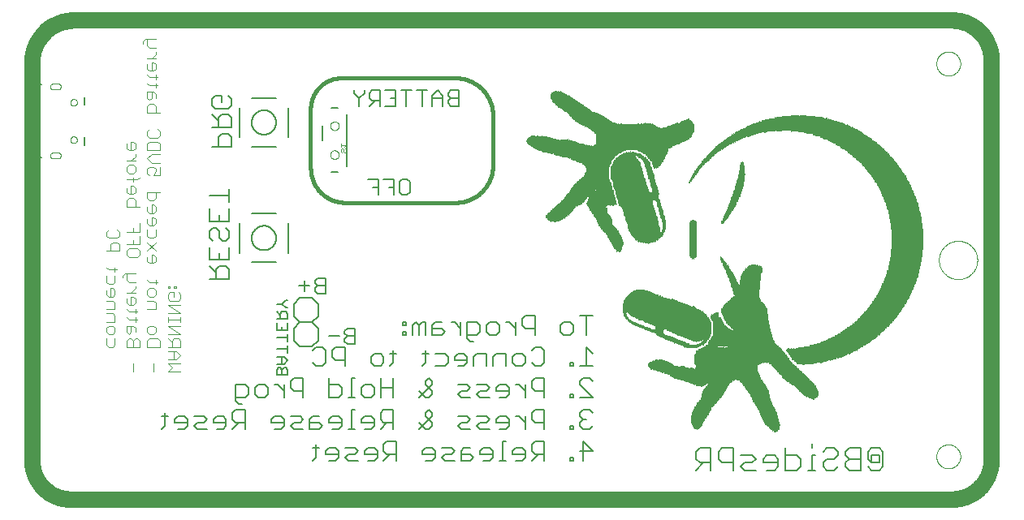
<source format=gbo>
G75*
%MOIN*%
%OFA0B0*%
%FSLAX25Y25*%
%IPPOS*%
%LPD*%
%AMOC8*
5,1,8,0,0,1.08239X$1,22.5*
%
%ADD10C,0.00000*%
%ADD11C,0.06600*%
%ADD12C,0.00600*%
%ADD13C,0.00700*%
%ADD14C,0.01600*%
%ADD15C,0.00800*%
%ADD16C,0.00400*%
%ADD17R,0.00200X0.00400*%
%ADD18R,0.00200X0.01800*%
%ADD19R,0.00200X0.02200*%
%ADD20R,0.00200X0.02800*%
%ADD21R,0.00200X0.03000*%
%ADD22R,0.00200X0.03200*%
%ADD23R,0.00200X0.03600*%
%ADD24R,0.00200X0.04200*%
%ADD25R,0.00200X0.04400*%
%ADD26R,0.00200X0.04600*%
%ADD27R,0.00200X0.04800*%
%ADD28R,0.00200X0.05000*%
%ADD29R,0.00200X0.05200*%
%ADD30R,0.00200X0.05400*%
%ADD31R,0.00200X0.05600*%
%ADD32R,0.00200X0.05800*%
%ADD33R,0.00200X0.06000*%
%ADD34R,0.00200X0.06200*%
%ADD35R,0.00200X0.06400*%
%ADD36R,0.00200X0.06600*%
%ADD37R,0.00200X0.01200*%
%ADD38R,0.00200X0.01400*%
%ADD39R,0.00200X0.02400*%
%ADD40R,0.00200X0.06800*%
%ADD41R,0.00200X0.03400*%
%ADD42R,0.00200X0.04000*%
%ADD43R,0.00200X0.02000*%
%ADD44R,0.00200X0.07000*%
%ADD45R,0.00200X0.07200*%
%ADD46R,0.00200X0.07400*%
%ADD47R,0.00200X0.07600*%
%ADD48R,0.00200X0.07800*%
%ADD49R,0.00200X0.08000*%
%ADD50R,0.00200X0.08200*%
%ADD51R,0.00200X0.08600*%
%ADD52R,0.00200X0.08400*%
%ADD53R,0.00200X0.08800*%
%ADD54R,0.00200X0.09000*%
%ADD55R,0.00200X0.09200*%
%ADD56R,0.00200X0.09400*%
%ADD57R,0.00200X0.09600*%
%ADD58R,0.00200X0.10000*%
%ADD59R,0.00200X0.09800*%
%ADD60R,0.00200X0.10200*%
%ADD61R,0.00200X0.10400*%
%ADD62R,0.00200X0.10600*%
%ADD63R,0.00200X0.10800*%
%ADD64R,0.00200X0.11000*%
%ADD65R,0.00200X0.11400*%
%ADD66R,0.00200X0.22200*%
%ADD67R,0.00200X0.21800*%
%ADD68R,0.00200X0.00600*%
%ADD69R,0.00200X0.21600*%
%ADD70R,0.00200X0.21400*%
%ADD71R,0.00200X0.25800*%
%ADD72R,0.00200X0.26200*%
%ADD73R,0.00200X0.26400*%
%ADD74R,0.00200X0.26800*%
%ADD75R,0.00200X0.27200*%
%ADD76R,0.00200X0.27400*%
%ADD77R,0.00200X0.27600*%
%ADD78R,0.00200X0.28000*%
%ADD79R,0.00200X0.28200*%
%ADD80R,0.00200X0.28600*%
%ADD81R,0.00200X0.29200*%
%ADD82R,0.00200X0.29800*%
%ADD83R,0.00200X0.18600*%
%ADD84R,0.00200X0.11600*%
%ADD85R,0.00200X0.32000*%
%ADD86R,0.00200X0.44200*%
%ADD87R,0.00200X0.30400*%
%ADD88R,0.00200X0.13400*%
%ADD89R,0.00200X0.44400*%
%ADD90R,0.00200X0.45400*%
%ADD91R,0.00200X0.45600*%
%ADD92R,0.00200X0.46000*%
%ADD93R,0.00200X0.46200*%
%ADD94R,0.00200X0.46400*%
%ADD95R,0.00200X0.46600*%
%ADD96R,0.00200X0.46800*%
%ADD97R,0.00200X0.47000*%
%ADD98R,0.00200X0.47200*%
%ADD99R,0.00200X0.47400*%
%ADD100R,0.00200X0.47600*%
%ADD101R,0.00200X0.36400*%
%ADD102R,0.00200X0.36000*%
%ADD103R,0.00200X0.35800*%
%ADD104R,0.00200X0.35600*%
%ADD105R,0.00200X0.35200*%
%ADD106R,0.00200X0.19200*%
%ADD107R,0.00200X0.17800*%
%ADD108R,0.00200X0.17600*%
%ADD109R,0.00200X0.16600*%
%ADD110R,0.00200X0.16200*%
%ADD111R,0.00200X0.16000*%
%ADD112R,0.00200X0.15400*%
%ADD113R,0.00200X0.15000*%
%ADD114R,0.00200X0.14600*%
%ADD115R,0.00200X0.14400*%
%ADD116R,0.00200X0.14200*%
%ADD117R,0.00200X0.11800*%
%ADD118R,0.00200X0.14000*%
%ADD119R,0.00200X0.12800*%
%ADD120R,0.00200X0.13600*%
%ADD121R,0.00200X0.14800*%
%ADD122R,0.00200X0.00200*%
%ADD123R,0.00200X0.13200*%
%ADD124R,0.00200X0.16400*%
%ADD125R,0.00200X0.17200*%
%ADD126R,0.00200X0.12600*%
%ADD127R,0.00200X0.19400*%
%ADD128R,0.00200X0.12200*%
%ADD129R,0.00200X0.20200*%
%ADD130R,0.00200X0.20400*%
%ADD131R,0.00200X0.12000*%
%ADD132R,0.00200X0.21000*%
%ADD133R,0.00200X0.22600*%
%ADD134R,0.00200X0.11200*%
%ADD135R,0.00200X0.23000*%
%ADD136R,0.00200X0.00800*%
%ADD137R,0.00200X0.24000*%
%ADD138R,0.00200X0.03800*%
%ADD139R,0.00200X0.25000*%
%ADD140R,0.00200X0.26000*%
%ADD141R,0.00200X0.27800*%
%ADD142R,0.00200X0.29000*%
%ADD143R,0.00200X0.01600*%
%ADD144R,0.00200X0.29600*%
%ADD145R,0.00200X0.31200*%
%ADD146R,0.00200X0.32400*%
%ADD147R,0.00200X0.32800*%
%ADD148R,0.00200X0.33400*%
%ADD149R,0.00200X0.33800*%
%ADD150R,0.00200X0.34200*%
%ADD151R,0.00200X0.34600*%
%ADD152R,0.00200X0.34800*%
%ADD153R,0.00200X0.35000*%
%ADD154R,0.00200X0.35400*%
%ADD155R,0.00200X0.01000*%
%ADD156R,0.00200X0.33600*%
%ADD157R,0.00200X0.33200*%
%ADD158R,0.00200X0.12400*%
%ADD159R,0.00200X0.33000*%
%ADD160R,0.00200X0.32200*%
%ADD161R,0.00200X0.30800*%
%ADD162R,0.00200X0.29400*%
%ADD163R,0.00200X0.28800*%
%ADD164R,0.00200X0.13000*%
%ADD165R,0.00200X0.26600*%
%ADD166R,0.00200X0.25600*%
%ADD167R,0.00200X0.25200*%
%ADD168R,0.00200X0.24800*%
%ADD169R,0.00200X0.24200*%
%ADD170R,0.00200X0.23600*%
%ADD171R,0.00200X0.13800*%
%ADD172R,0.00200X0.22400*%
%ADD173R,0.00200X0.21200*%
%ADD174R,0.00200X0.15200*%
%ADD175R,0.00200X0.02600*%
%ADD176R,0.00200X0.15600*%
%ADD177R,0.00200X0.16800*%
%ADD178R,0.00200X0.17000*%
%ADD179R,0.00200X0.17400*%
%ADD180R,0.00200X0.18000*%
%ADD181R,0.00200X0.15800*%
%ADD182R,0.00200X0.30600*%
%ADD183R,0.00200X0.38000*%
%ADD184R,0.00200X0.37800*%
%ADD185R,0.00200X0.37600*%
%ADD186R,0.00200X0.37400*%
%ADD187R,0.00200X0.37200*%
%ADD188R,0.00200X0.37000*%
%ADD189R,0.00200X0.22800*%
%ADD190R,0.00200X0.20800*%
%ADD191R,0.00200X0.19800*%
%ADD192R,0.00200X0.18800*%
%ADD193R,0.00200X0.22000*%
%ADD194R,0.00200X0.34400*%
%ADD195R,0.00200X0.42200*%
%ADD196R,0.00200X0.41800*%
%ADD197R,0.00200X0.41400*%
%ADD198R,0.00200X0.41200*%
%ADD199R,0.00200X0.40400*%
%ADD200R,0.00200X0.40000*%
%ADD201R,0.00200X0.39600*%
%ADD202R,0.00200X0.40200*%
%ADD203R,0.00200X0.42400*%
%ADD204R,0.00200X0.43800*%
%ADD205R,0.00200X0.44600*%
%ADD206R,0.00200X0.45200*%
%ADD207R,0.00200X0.48400*%
%ADD208R,0.00200X0.48800*%
%ADD209R,0.00200X0.49200*%
%ADD210R,0.00200X0.49800*%
%ADD211R,0.00200X0.50000*%
%ADD212R,0.00200X0.50800*%
%ADD213R,0.00200X0.51000*%
%ADD214R,0.00200X0.51200*%
%ADD215R,0.00200X0.51800*%
%ADD216R,0.00200X0.52400*%
%ADD217R,0.00200X0.52600*%
%ADD218R,0.00200X0.53000*%
%ADD219R,0.00200X0.53600*%
%ADD220R,0.00200X0.53800*%
%ADD221R,0.00200X0.54600*%
%ADD222R,0.00200X0.55000*%
%ADD223R,0.00200X0.55600*%
%ADD224R,0.00200X0.56400*%
%ADD225R,0.00200X0.56600*%
%ADD226R,0.00200X0.56800*%
%ADD227R,0.00200X0.57200*%
%ADD228R,0.00200X0.57400*%
%ADD229R,0.00200X0.57800*%
%ADD230R,0.00200X0.58000*%
%ADD231R,0.00200X0.58600*%
%ADD232R,0.00200X0.41600*%
%ADD233R,0.00200X0.41000*%
%ADD234R,0.00200X0.40800*%
%ADD235R,0.00200X0.40600*%
%ADD236R,0.00200X0.27000*%
%ADD237R,0.00200X0.25400*%
%ADD238R,0.00200X0.24600*%
%ADD239R,0.00200X0.24400*%
%ADD240R,0.00200X0.18200*%
%ADD241R,0.00200X0.18400*%
%ADD242R,0.00200X0.20000*%
%ADD243R,0.00200X0.20600*%
%ADD244R,0.00200X0.23200*%
%ADD245R,0.00200X0.23400*%
%ADD246R,0.00200X0.67600*%
%ADD247R,0.00200X0.67000*%
%ADD248R,0.00200X0.66600*%
%ADD249R,0.00200X0.65800*%
%ADD250R,0.00200X0.65600*%
%ADD251R,0.00200X0.64800*%
%ADD252R,0.00200X0.64200*%
%ADD253R,0.00200X0.63600*%
%ADD254R,0.00200X0.63200*%
%ADD255R,0.00200X0.62600*%
%ADD256R,0.00200X0.62000*%
%ADD257R,0.00200X0.61400*%
%ADD258R,0.00200X0.61200*%
%ADD259R,0.00200X0.60200*%
%ADD260R,0.00200X0.60000*%
%ADD261R,0.00200X0.59600*%
%ADD262R,0.00200X0.58200*%
%ADD263R,0.00200X0.57600*%
%ADD264R,0.00200X0.56000*%
%ADD265R,0.00200X0.54800*%
%ADD266R,0.00200X0.54000*%
%ADD267R,0.00200X0.51400*%
%ADD268R,0.00200X0.50400*%
%ADD269R,0.00200X0.49600*%
%ADD270R,0.00200X0.48600*%
%ADD271R,0.00200X0.48200*%
%ADD272R,0.00200X0.47800*%
%ADD273R,0.00200X0.45000*%
%ADD274R,0.00200X0.43200*%
%ADD275R,0.00200X0.42800*%
%ADD276R,0.00200X0.38800*%
%ADD277R,0.00200X0.38200*%
%ADD278R,0.00200X0.36800*%
%ADD279R,0.00200X0.28400*%
%ADD280C,0.00200*%
%ADD281C,0.00500*%
D10*
X0020048Y0004300D02*
X0382253Y0004300D01*
X0382634Y0004305D01*
X0383014Y0004318D01*
X0383394Y0004341D01*
X0383773Y0004374D01*
X0384151Y0004415D01*
X0384528Y0004465D01*
X0384904Y0004525D01*
X0385279Y0004593D01*
X0385651Y0004671D01*
X0386022Y0004758D01*
X0386390Y0004853D01*
X0386756Y0004958D01*
X0387119Y0005071D01*
X0387480Y0005193D01*
X0387837Y0005323D01*
X0388191Y0005463D01*
X0388542Y0005610D01*
X0388889Y0005767D01*
X0389232Y0005931D01*
X0389571Y0006104D01*
X0389906Y0006285D01*
X0390237Y0006474D01*
X0390562Y0006671D01*
X0390883Y0006875D01*
X0391199Y0007088D01*
X0391509Y0007308D01*
X0391815Y0007535D01*
X0392114Y0007770D01*
X0392408Y0008012D01*
X0392696Y0008260D01*
X0392978Y0008516D01*
X0393253Y0008779D01*
X0393522Y0009048D01*
X0393785Y0009323D01*
X0394041Y0009605D01*
X0394289Y0009893D01*
X0394531Y0010187D01*
X0394766Y0010486D01*
X0394993Y0010792D01*
X0395213Y0011102D01*
X0395426Y0011418D01*
X0395630Y0011739D01*
X0395827Y0012064D01*
X0396016Y0012395D01*
X0396197Y0012730D01*
X0396370Y0013069D01*
X0396534Y0013412D01*
X0396691Y0013759D01*
X0396838Y0014110D01*
X0396978Y0014464D01*
X0397108Y0014821D01*
X0397230Y0015182D01*
X0397343Y0015545D01*
X0397448Y0015911D01*
X0397543Y0016279D01*
X0397630Y0016650D01*
X0397708Y0017022D01*
X0397776Y0017397D01*
X0397836Y0017773D01*
X0397886Y0018150D01*
X0397927Y0018528D01*
X0397960Y0018907D01*
X0397983Y0019287D01*
X0397996Y0019667D01*
X0398001Y0020048D01*
X0398001Y0185402D01*
X0397996Y0185783D01*
X0397983Y0186163D01*
X0397960Y0186543D01*
X0397927Y0186922D01*
X0397886Y0187300D01*
X0397836Y0187677D01*
X0397776Y0188053D01*
X0397708Y0188428D01*
X0397630Y0188800D01*
X0397543Y0189171D01*
X0397448Y0189539D01*
X0397343Y0189905D01*
X0397230Y0190268D01*
X0397108Y0190629D01*
X0396978Y0190986D01*
X0396838Y0191340D01*
X0396691Y0191691D01*
X0396534Y0192038D01*
X0396370Y0192381D01*
X0396197Y0192720D01*
X0396016Y0193055D01*
X0395827Y0193386D01*
X0395630Y0193711D01*
X0395426Y0194032D01*
X0395213Y0194348D01*
X0394993Y0194658D01*
X0394766Y0194964D01*
X0394531Y0195263D01*
X0394289Y0195557D01*
X0394041Y0195845D01*
X0393785Y0196127D01*
X0393522Y0196402D01*
X0393253Y0196671D01*
X0392978Y0196934D01*
X0392696Y0197190D01*
X0392408Y0197438D01*
X0392114Y0197680D01*
X0391815Y0197915D01*
X0391509Y0198142D01*
X0391199Y0198362D01*
X0390883Y0198575D01*
X0390562Y0198779D01*
X0390237Y0198976D01*
X0389906Y0199165D01*
X0389571Y0199346D01*
X0389232Y0199519D01*
X0388889Y0199683D01*
X0388542Y0199840D01*
X0388191Y0199987D01*
X0387837Y0200127D01*
X0387480Y0200257D01*
X0387119Y0200379D01*
X0386756Y0200492D01*
X0386390Y0200597D01*
X0386022Y0200692D01*
X0385651Y0200779D01*
X0385279Y0200857D01*
X0384904Y0200925D01*
X0384528Y0200985D01*
X0384151Y0201035D01*
X0383773Y0201076D01*
X0383394Y0201109D01*
X0383014Y0201132D01*
X0382634Y0201145D01*
X0382253Y0201150D01*
X0020048Y0201150D01*
X0019667Y0201145D01*
X0019287Y0201132D01*
X0018907Y0201109D01*
X0018528Y0201076D01*
X0018150Y0201035D01*
X0017773Y0200985D01*
X0017397Y0200925D01*
X0017022Y0200857D01*
X0016650Y0200779D01*
X0016279Y0200692D01*
X0015911Y0200597D01*
X0015545Y0200492D01*
X0015182Y0200379D01*
X0014821Y0200257D01*
X0014464Y0200127D01*
X0014110Y0199987D01*
X0013759Y0199840D01*
X0013412Y0199683D01*
X0013069Y0199519D01*
X0012730Y0199346D01*
X0012395Y0199165D01*
X0012064Y0198976D01*
X0011739Y0198779D01*
X0011418Y0198575D01*
X0011102Y0198362D01*
X0010792Y0198142D01*
X0010486Y0197915D01*
X0010187Y0197680D01*
X0009893Y0197438D01*
X0009605Y0197190D01*
X0009323Y0196934D01*
X0009048Y0196671D01*
X0008779Y0196402D01*
X0008516Y0196127D01*
X0008260Y0195845D01*
X0008012Y0195557D01*
X0007770Y0195263D01*
X0007535Y0194964D01*
X0007308Y0194658D01*
X0007088Y0194348D01*
X0006875Y0194032D01*
X0006671Y0193711D01*
X0006474Y0193386D01*
X0006285Y0193055D01*
X0006104Y0192720D01*
X0005931Y0192381D01*
X0005767Y0192038D01*
X0005610Y0191691D01*
X0005463Y0191340D01*
X0005323Y0190986D01*
X0005193Y0190629D01*
X0005071Y0190268D01*
X0004958Y0189905D01*
X0004853Y0189539D01*
X0004758Y0189171D01*
X0004671Y0188800D01*
X0004593Y0188428D01*
X0004525Y0188053D01*
X0004465Y0187677D01*
X0004415Y0187300D01*
X0004374Y0186922D01*
X0004341Y0186543D01*
X0004318Y0186163D01*
X0004305Y0185783D01*
X0004300Y0185402D01*
X0004300Y0020048D01*
X0004305Y0019667D01*
X0004318Y0019287D01*
X0004341Y0018907D01*
X0004374Y0018528D01*
X0004415Y0018150D01*
X0004465Y0017773D01*
X0004525Y0017397D01*
X0004593Y0017022D01*
X0004671Y0016650D01*
X0004758Y0016279D01*
X0004853Y0015911D01*
X0004958Y0015545D01*
X0005071Y0015182D01*
X0005193Y0014821D01*
X0005323Y0014464D01*
X0005463Y0014110D01*
X0005610Y0013759D01*
X0005767Y0013412D01*
X0005931Y0013069D01*
X0006104Y0012730D01*
X0006285Y0012395D01*
X0006474Y0012064D01*
X0006671Y0011739D01*
X0006875Y0011418D01*
X0007088Y0011102D01*
X0007308Y0010792D01*
X0007535Y0010486D01*
X0007770Y0010187D01*
X0008012Y0009893D01*
X0008260Y0009605D01*
X0008516Y0009323D01*
X0008779Y0009048D01*
X0009048Y0008779D01*
X0009323Y0008516D01*
X0009605Y0008260D01*
X0009893Y0008012D01*
X0010187Y0007770D01*
X0010486Y0007535D01*
X0010792Y0007308D01*
X0011102Y0007088D01*
X0011418Y0006875D01*
X0011739Y0006671D01*
X0012064Y0006474D01*
X0012395Y0006285D01*
X0012730Y0006104D01*
X0013069Y0005931D01*
X0013412Y0005767D01*
X0013759Y0005610D01*
X0014110Y0005463D01*
X0014464Y0005323D01*
X0014821Y0005193D01*
X0015182Y0005071D01*
X0015545Y0004958D01*
X0015911Y0004853D01*
X0016279Y0004758D01*
X0016650Y0004671D01*
X0017022Y0004593D01*
X0017397Y0004525D01*
X0017773Y0004465D01*
X0018150Y0004415D01*
X0018528Y0004374D01*
X0018907Y0004341D01*
X0019287Y0004318D01*
X0019667Y0004305D01*
X0020048Y0004300D01*
X0014930Y0144457D02*
X0012568Y0144457D01*
X0012502Y0144465D01*
X0012438Y0144477D01*
X0012374Y0144493D01*
X0012311Y0144512D01*
X0012250Y0144536D01*
X0012190Y0144563D01*
X0012132Y0144593D01*
X0012076Y0144627D01*
X0012022Y0144664D01*
X0011970Y0144705D01*
X0011921Y0144749D01*
X0011874Y0144795D01*
X0011831Y0144844D01*
X0011790Y0144896D01*
X0011753Y0144950D01*
X0011719Y0145006D01*
X0011689Y0145064D01*
X0011662Y0145124D01*
X0011638Y0145185D01*
X0011619Y0145248D01*
X0011603Y0145312D01*
X0011591Y0145376D01*
X0011583Y0145442D01*
X0011579Y0145507D01*
X0011579Y0145573D01*
X0011583Y0145638D01*
X0011583Y0145639D02*
X0011579Y0145704D01*
X0011579Y0145770D01*
X0011583Y0145835D01*
X0011591Y0145901D01*
X0011603Y0145965D01*
X0011619Y0146029D01*
X0011638Y0146092D01*
X0011662Y0146153D01*
X0011689Y0146213D01*
X0011719Y0146271D01*
X0011753Y0146327D01*
X0011790Y0146381D01*
X0011831Y0146433D01*
X0011874Y0146482D01*
X0011921Y0146528D01*
X0011970Y0146572D01*
X0012022Y0146613D01*
X0012076Y0146650D01*
X0012132Y0146684D01*
X0012190Y0146714D01*
X0012250Y0146741D01*
X0012311Y0146765D01*
X0012374Y0146784D01*
X0012438Y0146800D01*
X0012502Y0146812D01*
X0012568Y0146820D01*
X0014930Y0146820D01*
X0014929Y0146820D02*
X0014992Y0146812D01*
X0015054Y0146801D01*
X0015116Y0146786D01*
X0015176Y0146768D01*
X0015236Y0146746D01*
X0015294Y0146721D01*
X0015350Y0146692D01*
X0015405Y0146660D01*
X0015457Y0146625D01*
X0015508Y0146587D01*
X0015556Y0146547D01*
X0015602Y0146503D01*
X0015645Y0146457D01*
X0015686Y0146408D01*
X0015724Y0146357D01*
X0015758Y0146305D01*
X0015790Y0146250D01*
X0015818Y0146193D01*
X0015843Y0146135D01*
X0015864Y0146075D01*
X0015882Y0146015D01*
X0015896Y0145953D01*
X0015907Y0145891D01*
X0015914Y0145828D01*
X0015918Y0145765D01*
X0015917Y0145702D01*
X0015914Y0145639D01*
X0015914Y0145638D02*
X0015917Y0145575D01*
X0015918Y0145512D01*
X0015914Y0145449D01*
X0015907Y0145386D01*
X0015896Y0145324D01*
X0015882Y0145262D01*
X0015864Y0145202D01*
X0015843Y0145142D01*
X0015818Y0145084D01*
X0015790Y0145027D01*
X0015758Y0144972D01*
X0015724Y0144920D01*
X0015686Y0144869D01*
X0015645Y0144820D01*
X0015602Y0144774D01*
X0015556Y0144730D01*
X0015508Y0144690D01*
X0015457Y0144652D01*
X0015405Y0144617D01*
X0015350Y0144585D01*
X0015294Y0144556D01*
X0015236Y0144531D01*
X0015176Y0144509D01*
X0015116Y0144491D01*
X0015054Y0144476D01*
X0014992Y0144465D01*
X0014929Y0144457D01*
X0019851Y0152135D02*
X0019853Y0152209D01*
X0019859Y0152283D01*
X0019869Y0152356D01*
X0019883Y0152429D01*
X0019900Y0152501D01*
X0019922Y0152571D01*
X0019947Y0152641D01*
X0019976Y0152709D01*
X0020009Y0152775D01*
X0020045Y0152840D01*
X0020085Y0152902D01*
X0020127Y0152963D01*
X0020173Y0153021D01*
X0020222Y0153076D01*
X0020274Y0153129D01*
X0020329Y0153179D01*
X0020386Y0153225D01*
X0020446Y0153269D01*
X0020508Y0153309D01*
X0020572Y0153346D01*
X0020638Y0153380D01*
X0020706Y0153410D01*
X0020775Y0153436D01*
X0020846Y0153459D01*
X0020917Y0153477D01*
X0020990Y0153492D01*
X0021063Y0153503D01*
X0021137Y0153510D01*
X0021211Y0153513D01*
X0021284Y0153512D01*
X0021358Y0153507D01*
X0021432Y0153498D01*
X0021505Y0153485D01*
X0021577Y0153468D01*
X0021648Y0153448D01*
X0021718Y0153423D01*
X0021786Y0153395D01*
X0021853Y0153364D01*
X0021918Y0153328D01*
X0021981Y0153290D01*
X0022042Y0153248D01*
X0022101Y0153202D01*
X0022157Y0153154D01*
X0022210Y0153103D01*
X0022260Y0153049D01*
X0022308Y0152992D01*
X0022352Y0152933D01*
X0022394Y0152871D01*
X0022432Y0152808D01*
X0022466Y0152742D01*
X0022497Y0152675D01*
X0022524Y0152606D01*
X0022547Y0152536D01*
X0022567Y0152465D01*
X0022583Y0152392D01*
X0022595Y0152319D01*
X0022603Y0152246D01*
X0022607Y0152172D01*
X0022607Y0152098D01*
X0022603Y0152024D01*
X0022595Y0151951D01*
X0022583Y0151878D01*
X0022567Y0151805D01*
X0022547Y0151734D01*
X0022524Y0151664D01*
X0022497Y0151595D01*
X0022466Y0151528D01*
X0022432Y0151462D01*
X0022394Y0151399D01*
X0022352Y0151337D01*
X0022308Y0151278D01*
X0022260Y0151221D01*
X0022210Y0151167D01*
X0022157Y0151116D01*
X0022101Y0151068D01*
X0022042Y0151022D01*
X0021981Y0150980D01*
X0021918Y0150942D01*
X0021853Y0150906D01*
X0021786Y0150875D01*
X0021718Y0150847D01*
X0021648Y0150822D01*
X0021577Y0150802D01*
X0021505Y0150785D01*
X0021432Y0150772D01*
X0021358Y0150763D01*
X0021284Y0150758D01*
X0021211Y0150757D01*
X0021137Y0150760D01*
X0021063Y0150767D01*
X0020990Y0150778D01*
X0020917Y0150793D01*
X0020846Y0150811D01*
X0020775Y0150834D01*
X0020706Y0150860D01*
X0020638Y0150890D01*
X0020572Y0150924D01*
X0020508Y0150961D01*
X0020446Y0151001D01*
X0020386Y0151045D01*
X0020329Y0151091D01*
X0020274Y0151141D01*
X0020222Y0151194D01*
X0020173Y0151249D01*
X0020127Y0151307D01*
X0020085Y0151368D01*
X0020045Y0151430D01*
X0020009Y0151495D01*
X0019976Y0151561D01*
X0019947Y0151629D01*
X0019922Y0151699D01*
X0019900Y0151769D01*
X0019883Y0151841D01*
X0019869Y0151914D01*
X0019859Y0151987D01*
X0019853Y0152061D01*
X0019851Y0152135D01*
X0019851Y0167489D02*
X0019853Y0167563D01*
X0019859Y0167637D01*
X0019869Y0167710D01*
X0019883Y0167783D01*
X0019900Y0167855D01*
X0019922Y0167925D01*
X0019947Y0167995D01*
X0019976Y0168063D01*
X0020009Y0168129D01*
X0020045Y0168194D01*
X0020085Y0168256D01*
X0020127Y0168317D01*
X0020173Y0168375D01*
X0020222Y0168430D01*
X0020274Y0168483D01*
X0020329Y0168533D01*
X0020386Y0168579D01*
X0020446Y0168623D01*
X0020508Y0168663D01*
X0020572Y0168700D01*
X0020638Y0168734D01*
X0020706Y0168764D01*
X0020775Y0168790D01*
X0020846Y0168813D01*
X0020917Y0168831D01*
X0020990Y0168846D01*
X0021063Y0168857D01*
X0021137Y0168864D01*
X0021211Y0168867D01*
X0021284Y0168866D01*
X0021358Y0168861D01*
X0021432Y0168852D01*
X0021505Y0168839D01*
X0021577Y0168822D01*
X0021648Y0168802D01*
X0021718Y0168777D01*
X0021786Y0168749D01*
X0021853Y0168718D01*
X0021918Y0168682D01*
X0021981Y0168644D01*
X0022042Y0168602D01*
X0022101Y0168556D01*
X0022157Y0168508D01*
X0022210Y0168457D01*
X0022260Y0168403D01*
X0022308Y0168346D01*
X0022352Y0168287D01*
X0022394Y0168225D01*
X0022432Y0168162D01*
X0022466Y0168096D01*
X0022497Y0168029D01*
X0022524Y0167960D01*
X0022547Y0167890D01*
X0022567Y0167819D01*
X0022583Y0167746D01*
X0022595Y0167673D01*
X0022603Y0167600D01*
X0022607Y0167526D01*
X0022607Y0167452D01*
X0022603Y0167378D01*
X0022595Y0167305D01*
X0022583Y0167232D01*
X0022567Y0167159D01*
X0022547Y0167088D01*
X0022524Y0167018D01*
X0022497Y0166949D01*
X0022466Y0166882D01*
X0022432Y0166816D01*
X0022394Y0166753D01*
X0022352Y0166691D01*
X0022308Y0166632D01*
X0022260Y0166575D01*
X0022210Y0166521D01*
X0022157Y0166470D01*
X0022101Y0166422D01*
X0022042Y0166376D01*
X0021981Y0166334D01*
X0021918Y0166296D01*
X0021853Y0166260D01*
X0021786Y0166229D01*
X0021718Y0166201D01*
X0021648Y0166176D01*
X0021577Y0166156D01*
X0021505Y0166139D01*
X0021432Y0166126D01*
X0021358Y0166117D01*
X0021284Y0166112D01*
X0021211Y0166111D01*
X0021137Y0166114D01*
X0021063Y0166121D01*
X0020990Y0166132D01*
X0020917Y0166147D01*
X0020846Y0166165D01*
X0020775Y0166188D01*
X0020706Y0166214D01*
X0020638Y0166244D01*
X0020572Y0166278D01*
X0020508Y0166315D01*
X0020446Y0166355D01*
X0020386Y0166399D01*
X0020329Y0166445D01*
X0020274Y0166495D01*
X0020222Y0166548D01*
X0020173Y0166603D01*
X0020127Y0166661D01*
X0020085Y0166722D01*
X0020045Y0166784D01*
X0020009Y0166849D01*
X0019976Y0166915D01*
X0019947Y0166983D01*
X0019922Y0167053D01*
X0019900Y0167123D01*
X0019883Y0167195D01*
X0019869Y0167268D01*
X0019859Y0167341D01*
X0019853Y0167415D01*
X0019851Y0167489D01*
X0014930Y0172804D02*
X0012568Y0172804D01*
X0012502Y0172812D01*
X0012438Y0172824D01*
X0012374Y0172840D01*
X0012311Y0172859D01*
X0012250Y0172883D01*
X0012190Y0172910D01*
X0012132Y0172940D01*
X0012076Y0172974D01*
X0012022Y0173011D01*
X0011970Y0173052D01*
X0011921Y0173096D01*
X0011874Y0173142D01*
X0011831Y0173191D01*
X0011790Y0173243D01*
X0011753Y0173297D01*
X0011719Y0173353D01*
X0011689Y0173411D01*
X0011662Y0173471D01*
X0011638Y0173532D01*
X0011619Y0173595D01*
X0011603Y0173659D01*
X0011591Y0173723D01*
X0011583Y0173789D01*
X0011579Y0173854D01*
X0011579Y0173920D01*
X0011583Y0173985D01*
X0011579Y0174050D01*
X0011579Y0174116D01*
X0011583Y0174181D01*
X0011591Y0174247D01*
X0011603Y0174311D01*
X0011619Y0174375D01*
X0011638Y0174438D01*
X0011662Y0174499D01*
X0011689Y0174559D01*
X0011719Y0174617D01*
X0011753Y0174673D01*
X0011790Y0174727D01*
X0011831Y0174779D01*
X0011874Y0174828D01*
X0011921Y0174874D01*
X0011970Y0174918D01*
X0012022Y0174959D01*
X0012076Y0174996D01*
X0012132Y0175030D01*
X0012190Y0175060D01*
X0012250Y0175087D01*
X0012311Y0175111D01*
X0012374Y0175130D01*
X0012438Y0175146D01*
X0012502Y0175158D01*
X0012568Y0175166D01*
X0014930Y0175166D01*
X0014929Y0175166D02*
X0014992Y0175158D01*
X0015054Y0175147D01*
X0015116Y0175132D01*
X0015176Y0175114D01*
X0015236Y0175092D01*
X0015294Y0175067D01*
X0015350Y0175038D01*
X0015405Y0175006D01*
X0015457Y0174971D01*
X0015508Y0174933D01*
X0015556Y0174893D01*
X0015602Y0174849D01*
X0015645Y0174803D01*
X0015686Y0174754D01*
X0015724Y0174703D01*
X0015758Y0174651D01*
X0015790Y0174596D01*
X0015818Y0174539D01*
X0015843Y0174481D01*
X0015864Y0174421D01*
X0015882Y0174361D01*
X0015896Y0174299D01*
X0015907Y0174237D01*
X0015914Y0174174D01*
X0015918Y0174111D01*
X0015917Y0174048D01*
X0015914Y0173985D01*
X0015917Y0173922D01*
X0015918Y0173859D01*
X0015914Y0173796D01*
X0015907Y0173733D01*
X0015896Y0173671D01*
X0015882Y0173609D01*
X0015864Y0173549D01*
X0015843Y0173489D01*
X0015818Y0173431D01*
X0015790Y0173374D01*
X0015758Y0173319D01*
X0015724Y0173267D01*
X0015686Y0173216D01*
X0015645Y0173167D01*
X0015602Y0173121D01*
X0015556Y0173077D01*
X0015508Y0173037D01*
X0015457Y0172999D01*
X0015405Y0172964D01*
X0015350Y0172932D01*
X0015294Y0172903D01*
X0015236Y0172878D01*
X0015176Y0172856D01*
X0015116Y0172838D01*
X0015054Y0172823D01*
X0014992Y0172812D01*
X0014929Y0172804D01*
X0126544Y0157843D02*
X0126546Y0157927D01*
X0126552Y0158010D01*
X0126562Y0158093D01*
X0126576Y0158176D01*
X0126593Y0158258D01*
X0126615Y0158339D01*
X0126640Y0158418D01*
X0126669Y0158497D01*
X0126702Y0158574D01*
X0126738Y0158649D01*
X0126778Y0158723D01*
X0126821Y0158795D01*
X0126868Y0158864D01*
X0126918Y0158931D01*
X0126971Y0158996D01*
X0127027Y0159058D01*
X0127085Y0159118D01*
X0127147Y0159175D01*
X0127211Y0159228D01*
X0127278Y0159279D01*
X0127347Y0159326D01*
X0127418Y0159371D01*
X0127491Y0159411D01*
X0127566Y0159448D01*
X0127643Y0159482D01*
X0127721Y0159512D01*
X0127800Y0159538D01*
X0127881Y0159561D01*
X0127963Y0159579D01*
X0128045Y0159594D01*
X0128128Y0159605D01*
X0128211Y0159612D01*
X0128295Y0159615D01*
X0128379Y0159614D01*
X0128462Y0159609D01*
X0128546Y0159600D01*
X0128628Y0159587D01*
X0128710Y0159571D01*
X0128791Y0159550D01*
X0128872Y0159526D01*
X0128950Y0159498D01*
X0129028Y0159466D01*
X0129104Y0159430D01*
X0129178Y0159391D01*
X0129250Y0159349D01*
X0129320Y0159303D01*
X0129388Y0159254D01*
X0129453Y0159202D01*
X0129516Y0159147D01*
X0129576Y0159089D01*
X0129634Y0159028D01*
X0129688Y0158964D01*
X0129740Y0158898D01*
X0129788Y0158830D01*
X0129833Y0158759D01*
X0129874Y0158686D01*
X0129913Y0158612D01*
X0129947Y0158536D01*
X0129978Y0158458D01*
X0130005Y0158379D01*
X0130029Y0158298D01*
X0130048Y0158217D01*
X0130064Y0158135D01*
X0130076Y0158052D01*
X0130084Y0157968D01*
X0130088Y0157885D01*
X0130088Y0157801D01*
X0130084Y0157718D01*
X0130076Y0157634D01*
X0130064Y0157551D01*
X0130048Y0157469D01*
X0130029Y0157388D01*
X0130005Y0157307D01*
X0129978Y0157228D01*
X0129947Y0157150D01*
X0129913Y0157074D01*
X0129874Y0157000D01*
X0129833Y0156927D01*
X0129788Y0156856D01*
X0129740Y0156788D01*
X0129688Y0156722D01*
X0129634Y0156658D01*
X0129576Y0156597D01*
X0129516Y0156539D01*
X0129453Y0156484D01*
X0129388Y0156432D01*
X0129320Y0156383D01*
X0129250Y0156337D01*
X0129178Y0156295D01*
X0129104Y0156256D01*
X0129028Y0156220D01*
X0128950Y0156188D01*
X0128872Y0156160D01*
X0128791Y0156136D01*
X0128710Y0156115D01*
X0128628Y0156099D01*
X0128546Y0156086D01*
X0128462Y0156077D01*
X0128379Y0156072D01*
X0128295Y0156071D01*
X0128211Y0156074D01*
X0128128Y0156081D01*
X0128045Y0156092D01*
X0127963Y0156107D01*
X0127881Y0156125D01*
X0127800Y0156148D01*
X0127721Y0156174D01*
X0127643Y0156204D01*
X0127566Y0156238D01*
X0127491Y0156275D01*
X0127418Y0156315D01*
X0127347Y0156360D01*
X0127278Y0156407D01*
X0127211Y0156458D01*
X0127147Y0156511D01*
X0127085Y0156568D01*
X0127027Y0156628D01*
X0126971Y0156690D01*
X0126918Y0156755D01*
X0126868Y0156822D01*
X0126821Y0156891D01*
X0126778Y0156963D01*
X0126738Y0157037D01*
X0126702Y0157112D01*
X0126669Y0157189D01*
X0126640Y0157268D01*
X0126615Y0157347D01*
X0126593Y0157428D01*
X0126576Y0157510D01*
X0126562Y0157593D01*
X0126552Y0157676D01*
X0126546Y0157759D01*
X0126544Y0157843D01*
X0126544Y0146032D02*
X0126546Y0146116D01*
X0126552Y0146199D01*
X0126562Y0146282D01*
X0126576Y0146365D01*
X0126593Y0146447D01*
X0126615Y0146528D01*
X0126640Y0146607D01*
X0126669Y0146686D01*
X0126702Y0146763D01*
X0126738Y0146838D01*
X0126778Y0146912D01*
X0126821Y0146984D01*
X0126868Y0147053D01*
X0126918Y0147120D01*
X0126971Y0147185D01*
X0127027Y0147247D01*
X0127085Y0147307D01*
X0127147Y0147364D01*
X0127211Y0147417D01*
X0127278Y0147468D01*
X0127347Y0147515D01*
X0127418Y0147560D01*
X0127491Y0147600D01*
X0127566Y0147637D01*
X0127643Y0147671D01*
X0127721Y0147701D01*
X0127800Y0147727D01*
X0127881Y0147750D01*
X0127963Y0147768D01*
X0128045Y0147783D01*
X0128128Y0147794D01*
X0128211Y0147801D01*
X0128295Y0147804D01*
X0128379Y0147803D01*
X0128462Y0147798D01*
X0128546Y0147789D01*
X0128628Y0147776D01*
X0128710Y0147760D01*
X0128791Y0147739D01*
X0128872Y0147715D01*
X0128950Y0147687D01*
X0129028Y0147655D01*
X0129104Y0147619D01*
X0129178Y0147580D01*
X0129250Y0147538D01*
X0129320Y0147492D01*
X0129388Y0147443D01*
X0129453Y0147391D01*
X0129516Y0147336D01*
X0129576Y0147278D01*
X0129634Y0147217D01*
X0129688Y0147153D01*
X0129740Y0147087D01*
X0129788Y0147019D01*
X0129833Y0146948D01*
X0129874Y0146875D01*
X0129913Y0146801D01*
X0129947Y0146725D01*
X0129978Y0146647D01*
X0130005Y0146568D01*
X0130029Y0146487D01*
X0130048Y0146406D01*
X0130064Y0146324D01*
X0130076Y0146241D01*
X0130084Y0146157D01*
X0130088Y0146074D01*
X0130088Y0145990D01*
X0130084Y0145907D01*
X0130076Y0145823D01*
X0130064Y0145740D01*
X0130048Y0145658D01*
X0130029Y0145577D01*
X0130005Y0145496D01*
X0129978Y0145417D01*
X0129947Y0145339D01*
X0129913Y0145263D01*
X0129874Y0145189D01*
X0129833Y0145116D01*
X0129788Y0145045D01*
X0129740Y0144977D01*
X0129688Y0144911D01*
X0129634Y0144847D01*
X0129576Y0144786D01*
X0129516Y0144728D01*
X0129453Y0144673D01*
X0129388Y0144621D01*
X0129320Y0144572D01*
X0129250Y0144526D01*
X0129178Y0144484D01*
X0129104Y0144445D01*
X0129028Y0144409D01*
X0128950Y0144377D01*
X0128872Y0144349D01*
X0128791Y0144325D01*
X0128710Y0144304D01*
X0128628Y0144288D01*
X0128546Y0144275D01*
X0128462Y0144266D01*
X0128379Y0144261D01*
X0128295Y0144260D01*
X0128211Y0144263D01*
X0128128Y0144270D01*
X0128045Y0144281D01*
X0127963Y0144296D01*
X0127881Y0144314D01*
X0127800Y0144337D01*
X0127721Y0144363D01*
X0127643Y0144393D01*
X0127566Y0144427D01*
X0127491Y0144464D01*
X0127418Y0144504D01*
X0127347Y0144549D01*
X0127278Y0144596D01*
X0127211Y0144647D01*
X0127147Y0144700D01*
X0127085Y0144757D01*
X0127027Y0144817D01*
X0126971Y0144879D01*
X0126918Y0144944D01*
X0126868Y0145011D01*
X0126821Y0145080D01*
X0126778Y0145152D01*
X0126738Y0145226D01*
X0126702Y0145301D01*
X0126669Y0145378D01*
X0126640Y0145457D01*
X0126615Y0145536D01*
X0126593Y0145617D01*
X0126576Y0145699D01*
X0126562Y0145782D01*
X0126552Y0145865D01*
X0126546Y0145948D01*
X0126544Y0146032D01*
X0375363Y0183434D02*
X0375365Y0183574D01*
X0375371Y0183714D01*
X0375381Y0183853D01*
X0375395Y0183992D01*
X0375413Y0184131D01*
X0375434Y0184269D01*
X0375460Y0184407D01*
X0375490Y0184544D01*
X0375523Y0184679D01*
X0375561Y0184814D01*
X0375602Y0184948D01*
X0375647Y0185081D01*
X0375695Y0185212D01*
X0375748Y0185341D01*
X0375804Y0185470D01*
X0375863Y0185596D01*
X0375927Y0185721D01*
X0375993Y0185844D01*
X0376064Y0185965D01*
X0376137Y0186084D01*
X0376214Y0186201D01*
X0376295Y0186315D01*
X0376378Y0186427D01*
X0376465Y0186537D01*
X0376555Y0186645D01*
X0376647Y0186749D01*
X0376743Y0186851D01*
X0376842Y0186951D01*
X0376943Y0187047D01*
X0377047Y0187141D01*
X0377154Y0187231D01*
X0377263Y0187318D01*
X0377375Y0187403D01*
X0377489Y0187484D01*
X0377605Y0187562D01*
X0377723Y0187636D01*
X0377844Y0187707D01*
X0377966Y0187775D01*
X0378091Y0187839D01*
X0378217Y0187900D01*
X0378344Y0187957D01*
X0378474Y0188010D01*
X0378605Y0188060D01*
X0378737Y0188105D01*
X0378870Y0188148D01*
X0379005Y0188186D01*
X0379140Y0188220D01*
X0379277Y0188251D01*
X0379414Y0188278D01*
X0379552Y0188300D01*
X0379691Y0188319D01*
X0379830Y0188334D01*
X0379969Y0188345D01*
X0380109Y0188352D01*
X0380249Y0188355D01*
X0380389Y0188354D01*
X0380529Y0188349D01*
X0380668Y0188340D01*
X0380808Y0188327D01*
X0380947Y0188310D01*
X0381085Y0188289D01*
X0381223Y0188265D01*
X0381360Y0188236D01*
X0381496Y0188204D01*
X0381631Y0188167D01*
X0381765Y0188127D01*
X0381898Y0188083D01*
X0382029Y0188035D01*
X0382159Y0187984D01*
X0382288Y0187929D01*
X0382415Y0187870D01*
X0382540Y0187807D01*
X0382663Y0187742D01*
X0382785Y0187672D01*
X0382904Y0187599D01*
X0383022Y0187523D01*
X0383137Y0187444D01*
X0383250Y0187361D01*
X0383360Y0187275D01*
X0383468Y0187186D01*
X0383573Y0187094D01*
X0383676Y0186999D01*
X0383776Y0186901D01*
X0383873Y0186801D01*
X0383967Y0186697D01*
X0384059Y0186591D01*
X0384147Y0186483D01*
X0384232Y0186372D01*
X0384314Y0186258D01*
X0384393Y0186142D01*
X0384468Y0186025D01*
X0384540Y0185905D01*
X0384608Y0185783D01*
X0384673Y0185659D01*
X0384735Y0185533D01*
X0384793Y0185406D01*
X0384847Y0185277D01*
X0384898Y0185146D01*
X0384944Y0185014D01*
X0384987Y0184881D01*
X0385027Y0184747D01*
X0385062Y0184612D01*
X0385094Y0184475D01*
X0385121Y0184338D01*
X0385145Y0184200D01*
X0385165Y0184062D01*
X0385181Y0183923D01*
X0385193Y0183783D01*
X0385201Y0183644D01*
X0385205Y0183504D01*
X0385205Y0183364D01*
X0385201Y0183224D01*
X0385193Y0183085D01*
X0385181Y0182945D01*
X0385165Y0182806D01*
X0385145Y0182668D01*
X0385121Y0182530D01*
X0385094Y0182393D01*
X0385062Y0182256D01*
X0385027Y0182121D01*
X0384987Y0181987D01*
X0384944Y0181854D01*
X0384898Y0181722D01*
X0384847Y0181591D01*
X0384793Y0181462D01*
X0384735Y0181335D01*
X0384673Y0181209D01*
X0384608Y0181085D01*
X0384540Y0180963D01*
X0384468Y0180843D01*
X0384393Y0180726D01*
X0384314Y0180610D01*
X0384232Y0180496D01*
X0384147Y0180385D01*
X0384059Y0180277D01*
X0383967Y0180171D01*
X0383873Y0180067D01*
X0383776Y0179967D01*
X0383676Y0179869D01*
X0383573Y0179774D01*
X0383468Y0179682D01*
X0383360Y0179593D01*
X0383250Y0179507D01*
X0383137Y0179424D01*
X0383022Y0179345D01*
X0382904Y0179269D01*
X0382785Y0179196D01*
X0382663Y0179126D01*
X0382540Y0179061D01*
X0382415Y0178998D01*
X0382288Y0178939D01*
X0382159Y0178884D01*
X0382029Y0178833D01*
X0381898Y0178785D01*
X0381765Y0178741D01*
X0381631Y0178701D01*
X0381496Y0178664D01*
X0381360Y0178632D01*
X0381223Y0178603D01*
X0381085Y0178579D01*
X0380947Y0178558D01*
X0380808Y0178541D01*
X0380668Y0178528D01*
X0380529Y0178519D01*
X0380389Y0178514D01*
X0380249Y0178513D01*
X0380109Y0178516D01*
X0379969Y0178523D01*
X0379830Y0178534D01*
X0379691Y0178549D01*
X0379552Y0178568D01*
X0379414Y0178590D01*
X0379277Y0178617D01*
X0379140Y0178648D01*
X0379005Y0178682D01*
X0378870Y0178720D01*
X0378737Y0178763D01*
X0378605Y0178808D01*
X0378474Y0178858D01*
X0378344Y0178911D01*
X0378217Y0178968D01*
X0378091Y0179029D01*
X0377966Y0179093D01*
X0377844Y0179161D01*
X0377723Y0179232D01*
X0377605Y0179306D01*
X0377489Y0179384D01*
X0377375Y0179465D01*
X0377263Y0179550D01*
X0377154Y0179637D01*
X0377047Y0179727D01*
X0376943Y0179821D01*
X0376842Y0179917D01*
X0376743Y0180017D01*
X0376647Y0180119D01*
X0376555Y0180223D01*
X0376465Y0180331D01*
X0376378Y0180441D01*
X0376295Y0180553D01*
X0376214Y0180667D01*
X0376137Y0180784D01*
X0376064Y0180903D01*
X0375993Y0181024D01*
X0375927Y0181147D01*
X0375863Y0181272D01*
X0375804Y0181398D01*
X0375748Y0181527D01*
X0375695Y0181656D01*
X0375647Y0181787D01*
X0375602Y0181920D01*
X0375561Y0182054D01*
X0375523Y0182189D01*
X0375490Y0182324D01*
X0375460Y0182461D01*
X0375434Y0182599D01*
X0375413Y0182737D01*
X0375395Y0182876D01*
X0375381Y0183015D01*
X0375371Y0183154D01*
X0375365Y0183294D01*
X0375363Y0183434D01*
X0376426Y0102725D02*
X0376428Y0102918D01*
X0376435Y0103111D01*
X0376447Y0103304D01*
X0376464Y0103497D01*
X0376485Y0103689D01*
X0376511Y0103880D01*
X0376542Y0104071D01*
X0376577Y0104261D01*
X0376617Y0104450D01*
X0376662Y0104638D01*
X0376711Y0104825D01*
X0376765Y0105011D01*
X0376823Y0105195D01*
X0376886Y0105378D01*
X0376954Y0105559D01*
X0377025Y0105738D01*
X0377102Y0105916D01*
X0377182Y0106092D01*
X0377267Y0106265D01*
X0377356Y0106437D01*
X0377449Y0106606D01*
X0377546Y0106773D01*
X0377648Y0106938D01*
X0377753Y0107100D01*
X0377862Y0107259D01*
X0377976Y0107416D01*
X0378093Y0107569D01*
X0378213Y0107720D01*
X0378338Y0107868D01*
X0378466Y0108013D01*
X0378597Y0108154D01*
X0378732Y0108293D01*
X0378871Y0108428D01*
X0379012Y0108559D01*
X0379157Y0108687D01*
X0379305Y0108812D01*
X0379456Y0108932D01*
X0379609Y0109049D01*
X0379766Y0109163D01*
X0379925Y0109272D01*
X0380087Y0109377D01*
X0380252Y0109479D01*
X0380419Y0109576D01*
X0380588Y0109669D01*
X0380760Y0109758D01*
X0380933Y0109843D01*
X0381109Y0109923D01*
X0381287Y0110000D01*
X0381466Y0110071D01*
X0381647Y0110139D01*
X0381830Y0110202D01*
X0382014Y0110260D01*
X0382200Y0110314D01*
X0382387Y0110363D01*
X0382575Y0110408D01*
X0382764Y0110448D01*
X0382954Y0110483D01*
X0383145Y0110514D01*
X0383336Y0110540D01*
X0383528Y0110561D01*
X0383721Y0110578D01*
X0383914Y0110590D01*
X0384107Y0110597D01*
X0384300Y0110599D01*
X0384493Y0110597D01*
X0384686Y0110590D01*
X0384879Y0110578D01*
X0385072Y0110561D01*
X0385264Y0110540D01*
X0385455Y0110514D01*
X0385646Y0110483D01*
X0385836Y0110448D01*
X0386025Y0110408D01*
X0386213Y0110363D01*
X0386400Y0110314D01*
X0386586Y0110260D01*
X0386770Y0110202D01*
X0386953Y0110139D01*
X0387134Y0110071D01*
X0387313Y0110000D01*
X0387491Y0109923D01*
X0387667Y0109843D01*
X0387840Y0109758D01*
X0388012Y0109669D01*
X0388181Y0109576D01*
X0388348Y0109479D01*
X0388513Y0109377D01*
X0388675Y0109272D01*
X0388834Y0109163D01*
X0388991Y0109049D01*
X0389144Y0108932D01*
X0389295Y0108812D01*
X0389443Y0108687D01*
X0389588Y0108559D01*
X0389729Y0108428D01*
X0389868Y0108293D01*
X0390003Y0108154D01*
X0390134Y0108013D01*
X0390262Y0107868D01*
X0390387Y0107720D01*
X0390507Y0107569D01*
X0390624Y0107416D01*
X0390738Y0107259D01*
X0390847Y0107100D01*
X0390952Y0106938D01*
X0391054Y0106773D01*
X0391151Y0106606D01*
X0391244Y0106437D01*
X0391333Y0106265D01*
X0391418Y0106092D01*
X0391498Y0105916D01*
X0391575Y0105738D01*
X0391646Y0105559D01*
X0391714Y0105378D01*
X0391777Y0105195D01*
X0391835Y0105011D01*
X0391889Y0104825D01*
X0391938Y0104638D01*
X0391983Y0104450D01*
X0392023Y0104261D01*
X0392058Y0104071D01*
X0392089Y0103880D01*
X0392115Y0103689D01*
X0392136Y0103497D01*
X0392153Y0103304D01*
X0392165Y0103111D01*
X0392172Y0102918D01*
X0392174Y0102725D01*
X0392172Y0102532D01*
X0392165Y0102339D01*
X0392153Y0102146D01*
X0392136Y0101953D01*
X0392115Y0101761D01*
X0392089Y0101570D01*
X0392058Y0101379D01*
X0392023Y0101189D01*
X0391983Y0101000D01*
X0391938Y0100812D01*
X0391889Y0100625D01*
X0391835Y0100439D01*
X0391777Y0100255D01*
X0391714Y0100072D01*
X0391646Y0099891D01*
X0391575Y0099712D01*
X0391498Y0099534D01*
X0391418Y0099358D01*
X0391333Y0099185D01*
X0391244Y0099013D01*
X0391151Y0098844D01*
X0391054Y0098677D01*
X0390952Y0098512D01*
X0390847Y0098350D01*
X0390738Y0098191D01*
X0390624Y0098034D01*
X0390507Y0097881D01*
X0390387Y0097730D01*
X0390262Y0097582D01*
X0390134Y0097437D01*
X0390003Y0097296D01*
X0389868Y0097157D01*
X0389729Y0097022D01*
X0389588Y0096891D01*
X0389443Y0096763D01*
X0389295Y0096638D01*
X0389144Y0096518D01*
X0388991Y0096401D01*
X0388834Y0096287D01*
X0388675Y0096178D01*
X0388513Y0096073D01*
X0388348Y0095971D01*
X0388181Y0095874D01*
X0388012Y0095781D01*
X0387840Y0095692D01*
X0387667Y0095607D01*
X0387491Y0095527D01*
X0387313Y0095450D01*
X0387134Y0095379D01*
X0386953Y0095311D01*
X0386770Y0095248D01*
X0386586Y0095190D01*
X0386400Y0095136D01*
X0386213Y0095087D01*
X0386025Y0095042D01*
X0385836Y0095002D01*
X0385646Y0094967D01*
X0385455Y0094936D01*
X0385264Y0094910D01*
X0385072Y0094889D01*
X0384879Y0094872D01*
X0384686Y0094860D01*
X0384493Y0094853D01*
X0384300Y0094851D01*
X0384107Y0094853D01*
X0383914Y0094860D01*
X0383721Y0094872D01*
X0383528Y0094889D01*
X0383336Y0094910D01*
X0383145Y0094936D01*
X0382954Y0094967D01*
X0382764Y0095002D01*
X0382575Y0095042D01*
X0382387Y0095087D01*
X0382200Y0095136D01*
X0382014Y0095190D01*
X0381830Y0095248D01*
X0381647Y0095311D01*
X0381466Y0095379D01*
X0381287Y0095450D01*
X0381109Y0095527D01*
X0380933Y0095607D01*
X0380760Y0095692D01*
X0380588Y0095781D01*
X0380419Y0095874D01*
X0380252Y0095971D01*
X0380087Y0096073D01*
X0379925Y0096178D01*
X0379766Y0096287D01*
X0379609Y0096401D01*
X0379456Y0096518D01*
X0379305Y0096638D01*
X0379157Y0096763D01*
X0379012Y0096891D01*
X0378871Y0097022D01*
X0378732Y0097157D01*
X0378597Y0097296D01*
X0378466Y0097437D01*
X0378338Y0097582D01*
X0378213Y0097730D01*
X0378093Y0097881D01*
X0377976Y0098034D01*
X0377862Y0098191D01*
X0377753Y0098350D01*
X0377648Y0098512D01*
X0377546Y0098677D01*
X0377449Y0098844D01*
X0377356Y0099013D01*
X0377267Y0099185D01*
X0377182Y0099358D01*
X0377102Y0099534D01*
X0377025Y0099712D01*
X0376954Y0099891D01*
X0376886Y0100072D01*
X0376823Y0100255D01*
X0376765Y0100439D01*
X0376711Y0100625D01*
X0376662Y0100812D01*
X0376617Y0101000D01*
X0376577Y0101189D01*
X0376542Y0101379D01*
X0376511Y0101570D01*
X0376485Y0101761D01*
X0376464Y0101953D01*
X0376447Y0102146D01*
X0376435Y0102339D01*
X0376428Y0102532D01*
X0376426Y0102725D01*
X0375363Y0022017D02*
X0375365Y0022157D01*
X0375371Y0022297D01*
X0375381Y0022436D01*
X0375395Y0022575D01*
X0375413Y0022714D01*
X0375434Y0022852D01*
X0375460Y0022990D01*
X0375490Y0023127D01*
X0375523Y0023262D01*
X0375561Y0023397D01*
X0375602Y0023531D01*
X0375647Y0023664D01*
X0375695Y0023795D01*
X0375748Y0023924D01*
X0375804Y0024053D01*
X0375863Y0024179D01*
X0375927Y0024304D01*
X0375993Y0024427D01*
X0376064Y0024548D01*
X0376137Y0024667D01*
X0376214Y0024784D01*
X0376295Y0024898D01*
X0376378Y0025010D01*
X0376465Y0025120D01*
X0376555Y0025228D01*
X0376647Y0025332D01*
X0376743Y0025434D01*
X0376842Y0025534D01*
X0376943Y0025630D01*
X0377047Y0025724D01*
X0377154Y0025814D01*
X0377263Y0025901D01*
X0377375Y0025986D01*
X0377489Y0026067D01*
X0377605Y0026145D01*
X0377723Y0026219D01*
X0377844Y0026290D01*
X0377966Y0026358D01*
X0378091Y0026422D01*
X0378217Y0026483D01*
X0378344Y0026540D01*
X0378474Y0026593D01*
X0378605Y0026643D01*
X0378737Y0026688D01*
X0378870Y0026731D01*
X0379005Y0026769D01*
X0379140Y0026803D01*
X0379277Y0026834D01*
X0379414Y0026861D01*
X0379552Y0026883D01*
X0379691Y0026902D01*
X0379830Y0026917D01*
X0379969Y0026928D01*
X0380109Y0026935D01*
X0380249Y0026938D01*
X0380389Y0026937D01*
X0380529Y0026932D01*
X0380668Y0026923D01*
X0380808Y0026910D01*
X0380947Y0026893D01*
X0381085Y0026872D01*
X0381223Y0026848D01*
X0381360Y0026819D01*
X0381496Y0026787D01*
X0381631Y0026750D01*
X0381765Y0026710D01*
X0381898Y0026666D01*
X0382029Y0026618D01*
X0382159Y0026567D01*
X0382288Y0026512D01*
X0382415Y0026453D01*
X0382540Y0026390D01*
X0382663Y0026325D01*
X0382785Y0026255D01*
X0382904Y0026182D01*
X0383022Y0026106D01*
X0383137Y0026027D01*
X0383250Y0025944D01*
X0383360Y0025858D01*
X0383468Y0025769D01*
X0383573Y0025677D01*
X0383676Y0025582D01*
X0383776Y0025484D01*
X0383873Y0025384D01*
X0383967Y0025280D01*
X0384059Y0025174D01*
X0384147Y0025066D01*
X0384232Y0024955D01*
X0384314Y0024841D01*
X0384393Y0024725D01*
X0384468Y0024608D01*
X0384540Y0024488D01*
X0384608Y0024366D01*
X0384673Y0024242D01*
X0384735Y0024116D01*
X0384793Y0023989D01*
X0384847Y0023860D01*
X0384898Y0023729D01*
X0384944Y0023597D01*
X0384987Y0023464D01*
X0385027Y0023330D01*
X0385062Y0023195D01*
X0385094Y0023058D01*
X0385121Y0022921D01*
X0385145Y0022783D01*
X0385165Y0022645D01*
X0385181Y0022506D01*
X0385193Y0022366D01*
X0385201Y0022227D01*
X0385205Y0022087D01*
X0385205Y0021947D01*
X0385201Y0021807D01*
X0385193Y0021668D01*
X0385181Y0021528D01*
X0385165Y0021389D01*
X0385145Y0021251D01*
X0385121Y0021113D01*
X0385094Y0020976D01*
X0385062Y0020839D01*
X0385027Y0020704D01*
X0384987Y0020570D01*
X0384944Y0020437D01*
X0384898Y0020305D01*
X0384847Y0020174D01*
X0384793Y0020045D01*
X0384735Y0019918D01*
X0384673Y0019792D01*
X0384608Y0019668D01*
X0384540Y0019546D01*
X0384468Y0019426D01*
X0384393Y0019309D01*
X0384314Y0019193D01*
X0384232Y0019079D01*
X0384147Y0018968D01*
X0384059Y0018860D01*
X0383967Y0018754D01*
X0383873Y0018650D01*
X0383776Y0018550D01*
X0383676Y0018452D01*
X0383573Y0018357D01*
X0383468Y0018265D01*
X0383360Y0018176D01*
X0383250Y0018090D01*
X0383137Y0018007D01*
X0383022Y0017928D01*
X0382904Y0017852D01*
X0382785Y0017779D01*
X0382663Y0017709D01*
X0382540Y0017644D01*
X0382415Y0017581D01*
X0382288Y0017522D01*
X0382159Y0017467D01*
X0382029Y0017416D01*
X0381898Y0017368D01*
X0381765Y0017324D01*
X0381631Y0017284D01*
X0381496Y0017247D01*
X0381360Y0017215D01*
X0381223Y0017186D01*
X0381085Y0017162D01*
X0380947Y0017141D01*
X0380808Y0017124D01*
X0380668Y0017111D01*
X0380529Y0017102D01*
X0380389Y0017097D01*
X0380249Y0017096D01*
X0380109Y0017099D01*
X0379969Y0017106D01*
X0379830Y0017117D01*
X0379691Y0017132D01*
X0379552Y0017151D01*
X0379414Y0017173D01*
X0379277Y0017200D01*
X0379140Y0017231D01*
X0379005Y0017265D01*
X0378870Y0017303D01*
X0378737Y0017346D01*
X0378605Y0017391D01*
X0378474Y0017441D01*
X0378344Y0017494D01*
X0378217Y0017551D01*
X0378091Y0017612D01*
X0377966Y0017676D01*
X0377844Y0017744D01*
X0377723Y0017815D01*
X0377605Y0017889D01*
X0377489Y0017967D01*
X0377375Y0018048D01*
X0377263Y0018133D01*
X0377154Y0018220D01*
X0377047Y0018310D01*
X0376943Y0018404D01*
X0376842Y0018500D01*
X0376743Y0018600D01*
X0376647Y0018702D01*
X0376555Y0018806D01*
X0376465Y0018914D01*
X0376378Y0019024D01*
X0376295Y0019136D01*
X0376214Y0019250D01*
X0376137Y0019367D01*
X0376064Y0019486D01*
X0375993Y0019607D01*
X0375927Y0019730D01*
X0375863Y0019855D01*
X0375804Y0019981D01*
X0375748Y0020110D01*
X0375695Y0020239D01*
X0375647Y0020370D01*
X0375602Y0020503D01*
X0375561Y0020637D01*
X0375523Y0020772D01*
X0375490Y0020907D01*
X0375460Y0021044D01*
X0375434Y0021182D01*
X0375413Y0021320D01*
X0375395Y0021459D01*
X0375381Y0021598D01*
X0375371Y0021737D01*
X0375365Y0021877D01*
X0375363Y0022017D01*
D11*
X0381845Y0004300D02*
X0382235Y0004305D01*
X0382626Y0004319D01*
X0383015Y0004342D01*
X0383404Y0004375D01*
X0383792Y0004418D01*
X0384179Y0004470D01*
X0384565Y0004531D01*
X0384949Y0004601D01*
X0385331Y0004681D01*
X0385711Y0004769D01*
X0386089Y0004867D01*
X0386465Y0004975D01*
X0386837Y0005091D01*
X0387207Y0005216D01*
X0387574Y0005350D01*
X0387937Y0005493D01*
X0388297Y0005644D01*
X0388653Y0005805D01*
X0389005Y0005973D01*
X0389353Y0006151D01*
X0389697Y0006336D01*
X0390035Y0006530D01*
X0390370Y0006732D01*
X0390699Y0006942D01*
X0391023Y0007160D01*
X0391341Y0007386D01*
X0391654Y0007619D01*
X0391962Y0007860D01*
X0392263Y0008108D01*
X0392558Y0008363D01*
X0392847Y0008625D01*
X0393130Y0008895D01*
X0393406Y0009171D01*
X0393676Y0009454D01*
X0393938Y0009743D01*
X0394193Y0010038D01*
X0394441Y0010339D01*
X0394682Y0010647D01*
X0394915Y0010960D01*
X0395141Y0011278D01*
X0395359Y0011602D01*
X0395569Y0011931D01*
X0395771Y0012266D01*
X0395965Y0012604D01*
X0396150Y0012948D01*
X0396328Y0013296D01*
X0396496Y0013648D01*
X0396657Y0014004D01*
X0396808Y0014364D01*
X0396951Y0014727D01*
X0397085Y0015094D01*
X0397210Y0015464D01*
X0397326Y0015836D01*
X0397434Y0016212D01*
X0397532Y0016590D01*
X0397620Y0016970D01*
X0397700Y0017352D01*
X0397770Y0017736D01*
X0397831Y0018122D01*
X0397883Y0018509D01*
X0397926Y0018897D01*
X0397959Y0019286D01*
X0397982Y0019675D01*
X0397996Y0020066D01*
X0398001Y0020456D01*
X0398001Y0184918D01*
X0397996Y0185310D01*
X0397982Y0185702D01*
X0397958Y0186094D01*
X0397925Y0186485D01*
X0397883Y0186875D01*
X0397831Y0187263D01*
X0397769Y0187651D01*
X0397699Y0188037D01*
X0397619Y0188421D01*
X0397529Y0188803D01*
X0397431Y0189183D01*
X0397323Y0189560D01*
X0397207Y0189934D01*
X0397081Y0190306D01*
X0396946Y0190674D01*
X0396803Y0191039D01*
X0396650Y0191401D01*
X0396489Y0191759D01*
X0396320Y0192112D01*
X0396142Y0192462D01*
X0395955Y0192807D01*
X0395760Y0193147D01*
X0395557Y0193483D01*
X0395346Y0193814D01*
X0395127Y0194139D01*
X0394901Y0194460D01*
X0394666Y0194774D01*
X0394424Y0195083D01*
X0394175Y0195386D01*
X0393919Y0195682D01*
X0393655Y0195973D01*
X0393384Y0196257D01*
X0393107Y0196534D01*
X0392823Y0196805D01*
X0392532Y0197069D01*
X0392236Y0197325D01*
X0391933Y0197574D01*
X0391624Y0197816D01*
X0391310Y0198051D01*
X0390989Y0198277D01*
X0390664Y0198496D01*
X0390333Y0198707D01*
X0389997Y0198910D01*
X0389657Y0199105D01*
X0389312Y0199292D01*
X0388962Y0199470D01*
X0388609Y0199639D01*
X0388251Y0199800D01*
X0387889Y0199953D01*
X0387524Y0200096D01*
X0387156Y0200231D01*
X0386784Y0200357D01*
X0386410Y0200473D01*
X0386033Y0200581D01*
X0385653Y0200679D01*
X0385271Y0200769D01*
X0384887Y0200849D01*
X0384501Y0200919D01*
X0384113Y0200981D01*
X0383725Y0201033D01*
X0383335Y0201075D01*
X0382944Y0201108D01*
X0382552Y0201132D01*
X0382160Y0201146D01*
X0381768Y0201151D01*
X0381768Y0201150D02*
X0021569Y0201150D01*
X0021152Y0201145D01*
X0020735Y0201130D01*
X0020318Y0201105D01*
X0019902Y0201069D01*
X0019487Y0201024D01*
X0019074Y0200969D01*
X0018662Y0200904D01*
X0018251Y0200828D01*
X0017843Y0200743D01*
X0017436Y0200648D01*
X0017032Y0200543D01*
X0016631Y0200429D01*
X0016233Y0200305D01*
X0015837Y0200171D01*
X0015445Y0200028D01*
X0015057Y0199875D01*
X0014672Y0199713D01*
X0014292Y0199542D01*
X0013916Y0199361D01*
X0013544Y0199172D01*
X0013177Y0198974D01*
X0012814Y0198766D01*
X0012457Y0198550D01*
X0012105Y0198326D01*
X0011759Y0198093D01*
X0011419Y0197852D01*
X0011084Y0197603D01*
X0010755Y0197345D01*
X0010433Y0197080D01*
X0010118Y0196807D01*
X0009809Y0196527D01*
X0009506Y0196239D01*
X0009211Y0195944D01*
X0008923Y0195641D01*
X0008643Y0195332D01*
X0008370Y0195017D01*
X0008105Y0194695D01*
X0007847Y0194366D01*
X0007598Y0194031D01*
X0007357Y0193691D01*
X0007124Y0193345D01*
X0006900Y0192993D01*
X0006684Y0192636D01*
X0006476Y0192273D01*
X0006278Y0191906D01*
X0006089Y0191534D01*
X0005908Y0191158D01*
X0005737Y0190778D01*
X0005575Y0190393D01*
X0005422Y0190005D01*
X0005279Y0189613D01*
X0005145Y0189217D01*
X0005021Y0188819D01*
X0004907Y0188418D01*
X0004802Y0188014D01*
X0004707Y0187607D01*
X0004622Y0187199D01*
X0004546Y0186788D01*
X0004481Y0186376D01*
X0004426Y0185963D01*
X0004381Y0185548D01*
X0004345Y0185132D01*
X0004320Y0184715D01*
X0004305Y0184298D01*
X0004300Y0183881D01*
X0004300Y0020146D01*
X0004305Y0019763D01*
X0004319Y0019380D01*
X0004342Y0018998D01*
X0004374Y0018617D01*
X0004416Y0018236D01*
X0004466Y0017856D01*
X0004526Y0017478D01*
X0004595Y0017102D01*
X0004673Y0016727D01*
X0004760Y0016354D01*
X0004857Y0015983D01*
X0004962Y0015615D01*
X0005076Y0015249D01*
X0005198Y0014887D01*
X0005330Y0014527D01*
X0005470Y0014171D01*
X0005619Y0013818D01*
X0005776Y0013468D01*
X0005941Y0013123D01*
X0006115Y0012782D01*
X0006297Y0012445D01*
X0006487Y0012113D01*
X0006685Y0011785D01*
X0006891Y0011462D01*
X0007105Y0011144D01*
X0007326Y0010832D01*
X0007555Y0010525D01*
X0007791Y0010223D01*
X0008035Y0009928D01*
X0008285Y0009638D01*
X0008542Y0009355D01*
X0008807Y0009077D01*
X0009077Y0008807D01*
X0009355Y0008542D01*
X0009638Y0008285D01*
X0009928Y0008035D01*
X0010223Y0007791D01*
X0010525Y0007555D01*
X0010832Y0007326D01*
X0011144Y0007105D01*
X0011462Y0006891D01*
X0011785Y0006685D01*
X0012113Y0006487D01*
X0012445Y0006297D01*
X0012782Y0006115D01*
X0013123Y0005941D01*
X0013468Y0005776D01*
X0013818Y0005619D01*
X0014171Y0005470D01*
X0014527Y0005330D01*
X0014887Y0005198D01*
X0015249Y0005076D01*
X0015615Y0004962D01*
X0015983Y0004857D01*
X0016354Y0004760D01*
X0016727Y0004673D01*
X0017102Y0004595D01*
X0017478Y0004526D01*
X0017856Y0004466D01*
X0018236Y0004416D01*
X0018617Y0004374D01*
X0018998Y0004342D01*
X0019380Y0004319D01*
X0019763Y0004305D01*
X0020146Y0004300D01*
X0381845Y0004300D01*
D12*
X0159163Y0130557D02*
X0158096Y0129490D01*
X0155961Y0129490D01*
X0154893Y0130557D01*
X0154893Y0134828D01*
X0155961Y0135895D01*
X0158096Y0135895D01*
X0159163Y0134828D01*
X0159163Y0130557D01*
X0152718Y0129490D02*
X0152718Y0135895D01*
X0148447Y0135895D01*
X0146272Y0135895D02*
X0142002Y0135895D01*
X0144137Y0132692D02*
X0146272Y0132692D01*
X0146272Y0129490D02*
X0146272Y0135895D01*
X0150583Y0132692D02*
X0152718Y0132692D01*
X0153415Y0166017D02*
X0149145Y0166017D01*
X0146969Y0166017D02*
X0146969Y0172423D01*
X0143767Y0172423D01*
X0142699Y0171355D01*
X0142699Y0169220D01*
X0143767Y0168152D01*
X0146969Y0168152D01*
X0144834Y0168152D02*
X0142699Y0166017D01*
X0138389Y0166017D02*
X0138389Y0169220D01*
X0136254Y0171355D01*
X0136254Y0172423D01*
X0138389Y0169220D02*
X0140524Y0171355D01*
X0140524Y0172423D01*
X0149145Y0172423D02*
X0153415Y0172423D01*
X0153415Y0166017D01*
X0153415Y0169220D02*
X0151280Y0169220D01*
X0155590Y0172423D02*
X0159860Y0172423D01*
X0157725Y0172423D02*
X0157725Y0166017D01*
X0164171Y0166017D02*
X0164171Y0172423D01*
X0166306Y0172423D02*
X0162036Y0172423D01*
X0168481Y0170288D02*
X0168481Y0166017D01*
X0168481Y0169220D02*
X0172751Y0169220D01*
X0172751Y0170288D02*
X0172751Y0166017D01*
X0174927Y0167085D02*
X0174927Y0168152D01*
X0175994Y0169220D01*
X0179197Y0169220D01*
X0179197Y0166017D02*
X0175994Y0166017D01*
X0174927Y0167085D01*
X0175994Y0169220D02*
X0174927Y0170288D01*
X0174927Y0171355D01*
X0175994Y0172423D01*
X0179197Y0172423D01*
X0179197Y0166017D01*
X0172751Y0170288D02*
X0170616Y0172423D01*
X0168481Y0170288D01*
X0124517Y0095368D02*
X0121315Y0095368D01*
X0120247Y0094301D01*
X0120247Y0093233D01*
X0121315Y0092165D01*
X0124517Y0092165D01*
X0121315Y0092165D02*
X0120247Y0091098D01*
X0120247Y0090030D01*
X0121315Y0088963D01*
X0124517Y0088963D01*
X0124517Y0095368D01*
X0118072Y0092165D02*
X0113802Y0092165D01*
X0115937Y0090030D02*
X0115937Y0094301D01*
X0114005Y0087135D02*
X0111505Y0084635D01*
X0111505Y0079635D01*
X0114005Y0077135D01*
X0111505Y0074635D01*
X0111505Y0069635D01*
X0114005Y0067135D01*
X0119005Y0067135D01*
X0121505Y0069635D01*
X0121505Y0074635D01*
X0119005Y0077135D01*
X0121505Y0079635D01*
X0121505Y0084635D01*
X0119005Y0087135D01*
X0114005Y0087135D01*
X0114005Y0077135D02*
X0119005Y0077135D01*
X0126033Y0071417D02*
X0130303Y0071417D01*
X0132478Y0070350D02*
X0132478Y0069282D01*
X0133546Y0068215D01*
X0136749Y0068215D01*
X0136749Y0074620D01*
X0133546Y0074620D01*
X0132478Y0073553D01*
X0132478Y0072485D01*
X0133546Y0071417D01*
X0136749Y0071417D01*
X0133546Y0071417D02*
X0132478Y0070350D01*
D13*
X0132641Y0067005D02*
X0128687Y0067005D01*
X0127370Y0065687D01*
X0127370Y0063051D01*
X0128687Y0061734D01*
X0132641Y0061734D01*
X0132641Y0059098D02*
X0132641Y0067005D01*
X0124722Y0065687D02*
X0124722Y0060416D01*
X0123404Y0059098D01*
X0120769Y0059098D01*
X0119451Y0060416D01*
X0119451Y0065687D02*
X0120769Y0067005D01*
X0123404Y0067005D01*
X0124722Y0065687D01*
X0143207Y0063051D02*
X0143207Y0060416D01*
X0144525Y0059098D01*
X0147161Y0059098D01*
X0148478Y0060416D01*
X0148478Y0063051D01*
X0147161Y0064369D01*
X0144525Y0064369D01*
X0143207Y0063051D01*
X0151122Y0064369D02*
X0153758Y0064369D01*
X0152440Y0065687D02*
X0152440Y0060416D01*
X0151122Y0059098D01*
X0152438Y0054105D02*
X0152438Y0046198D01*
X0147167Y0046198D02*
X0147167Y0054105D01*
X0147167Y0050151D02*
X0152438Y0050151D01*
X0144519Y0050151D02*
X0144519Y0047516D01*
X0143201Y0046198D01*
X0140566Y0046198D01*
X0139248Y0047516D01*
X0139248Y0050151D01*
X0140566Y0051469D01*
X0143201Y0051469D01*
X0144519Y0050151D01*
X0136600Y0046198D02*
X0133965Y0046198D01*
X0135282Y0046198D02*
X0135282Y0054105D01*
X0136600Y0054105D01*
X0131321Y0050151D02*
X0130003Y0051469D01*
X0126050Y0051469D01*
X0131321Y0050151D02*
X0131321Y0047516D01*
X0130003Y0046198D01*
X0126050Y0046198D01*
X0126050Y0054105D01*
X0115484Y0054105D02*
X0111530Y0054105D01*
X0110212Y0052787D01*
X0110212Y0050151D01*
X0111530Y0048834D01*
X0115484Y0048834D01*
X0115484Y0046198D02*
X0115484Y0054105D01*
X0107565Y0051469D02*
X0107565Y0046198D01*
X0107565Y0048834D02*
X0104929Y0051469D01*
X0103611Y0051469D01*
X0100966Y0050151D02*
X0100966Y0047516D01*
X0099648Y0046198D01*
X0097012Y0046198D01*
X0095695Y0047516D01*
X0095695Y0050151D01*
X0097012Y0051469D01*
X0099648Y0051469D01*
X0100966Y0050151D01*
X0093047Y0050151D02*
X0093047Y0047516D01*
X0091729Y0046198D01*
X0087776Y0046198D01*
X0087776Y0044880D02*
X0087776Y0051469D01*
X0091729Y0051469D01*
X0093047Y0050151D01*
X0090411Y0043562D02*
X0089094Y0043562D01*
X0087776Y0044880D01*
X0087774Y0041205D02*
X0086456Y0039887D01*
X0086456Y0037251D01*
X0087774Y0035934D01*
X0091727Y0035934D01*
X0089092Y0035934D02*
X0086456Y0033298D01*
X0083808Y0034616D02*
X0083808Y0037251D01*
X0082491Y0038569D01*
X0079855Y0038569D01*
X0078537Y0037251D01*
X0078537Y0035934D01*
X0083808Y0035934D01*
X0083808Y0034616D02*
X0082491Y0033298D01*
X0079855Y0033298D01*
X0075890Y0033298D02*
X0071936Y0033298D01*
X0070619Y0034616D01*
X0071936Y0035934D01*
X0074572Y0035934D01*
X0075890Y0037251D01*
X0074572Y0038569D01*
X0070619Y0038569D01*
X0067971Y0037251D02*
X0066653Y0038569D01*
X0064018Y0038569D01*
X0062700Y0037251D01*
X0062700Y0035934D01*
X0067971Y0035934D01*
X0067971Y0037251D02*
X0067971Y0034616D01*
X0066653Y0033298D01*
X0064018Y0033298D01*
X0058734Y0034616D02*
X0057417Y0033298D01*
X0058734Y0034616D02*
X0058734Y0039887D01*
X0060052Y0038569D02*
X0057417Y0038569D01*
X0087774Y0041205D02*
X0091727Y0041205D01*
X0091727Y0033298D01*
X0102294Y0035934D02*
X0107565Y0035934D01*
X0107565Y0037251D02*
X0107565Y0034616D01*
X0106247Y0033298D01*
X0103611Y0033298D01*
X0102294Y0035934D02*
X0102294Y0037251D01*
X0103611Y0038569D01*
X0106247Y0038569D01*
X0107565Y0037251D01*
X0110212Y0038569D02*
X0114166Y0038569D01*
X0115484Y0037251D01*
X0114166Y0035934D01*
X0111530Y0035934D01*
X0110212Y0034616D01*
X0111530Y0033298D01*
X0115484Y0033298D01*
X0118131Y0033298D02*
X0122085Y0033298D01*
X0123402Y0034616D01*
X0122085Y0035934D01*
X0118131Y0035934D01*
X0118131Y0037251D02*
X0118131Y0033298D01*
X0118131Y0037251D02*
X0119449Y0038569D01*
X0122085Y0038569D01*
X0126050Y0037251D02*
X0126050Y0035934D01*
X0131321Y0035934D01*
X0131321Y0037251D02*
X0131321Y0034616D01*
X0130003Y0033298D01*
X0127368Y0033298D01*
X0126050Y0037251D02*
X0127368Y0038569D01*
X0130003Y0038569D01*
X0131321Y0037251D01*
X0135282Y0041205D02*
X0135282Y0033298D01*
X0133965Y0033298D02*
X0136600Y0033298D01*
X0139248Y0035934D02*
X0144519Y0035934D01*
X0144519Y0037251D02*
X0144519Y0034616D01*
X0143201Y0033298D01*
X0140566Y0033298D01*
X0139248Y0035934D02*
X0139248Y0037251D01*
X0140566Y0038569D01*
X0143201Y0038569D01*
X0144519Y0037251D01*
X0147167Y0037251D02*
X0148484Y0035934D01*
X0152438Y0035934D01*
X0149802Y0035934D02*
X0147167Y0033298D01*
X0152438Y0033298D02*
X0152438Y0041205D01*
X0148484Y0041205D01*
X0147167Y0039887D01*
X0147167Y0037251D01*
X0136600Y0041205D02*
X0135282Y0041205D01*
X0148486Y0026987D02*
X0148486Y0024351D01*
X0149804Y0023034D01*
X0153758Y0023034D01*
X0151122Y0023034D02*
X0148486Y0020398D01*
X0145839Y0021716D02*
X0145839Y0024351D01*
X0144521Y0025669D01*
X0141885Y0025669D01*
X0140568Y0024351D01*
X0140568Y0023034D01*
X0145839Y0023034D01*
X0145839Y0021716D02*
X0144521Y0020398D01*
X0141885Y0020398D01*
X0137920Y0020398D02*
X0133967Y0020398D01*
X0132649Y0021716D01*
X0133967Y0023034D01*
X0136602Y0023034D01*
X0137920Y0024351D01*
X0136602Y0025669D01*
X0132649Y0025669D01*
X0130001Y0024351D02*
X0128683Y0025669D01*
X0126048Y0025669D01*
X0124730Y0024351D01*
X0124730Y0023034D01*
X0130001Y0023034D01*
X0130001Y0024351D02*
X0130001Y0021716D01*
X0128683Y0020398D01*
X0126048Y0020398D01*
X0120765Y0021716D02*
X0119447Y0020398D01*
X0120765Y0021716D02*
X0120765Y0026987D01*
X0122083Y0025669D02*
X0119447Y0025669D01*
X0148486Y0026987D02*
X0149804Y0028305D01*
X0153758Y0028305D01*
X0153758Y0020398D01*
X0164324Y0023034D02*
X0169595Y0023034D01*
X0169595Y0024351D02*
X0168277Y0025669D01*
X0165642Y0025669D01*
X0164324Y0024351D01*
X0164324Y0023034D01*
X0165642Y0020398D02*
X0168277Y0020398D01*
X0169595Y0021716D01*
X0169595Y0024351D01*
X0172243Y0025669D02*
X0176196Y0025669D01*
X0177514Y0024351D01*
X0176196Y0023034D01*
X0173560Y0023034D01*
X0172243Y0021716D01*
X0173560Y0020398D01*
X0177514Y0020398D01*
X0180161Y0020398D02*
X0184115Y0020398D01*
X0185433Y0021716D01*
X0184115Y0023034D01*
X0180161Y0023034D01*
X0180161Y0024351D02*
X0180161Y0020398D01*
X0180161Y0024351D02*
X0181479Y0025669D01*
X0184115Y0025669D01*
X0188080Y0024351D02*
X0188080Y0023034D01*
X0193351Y0023034D01*
X0193351Y0024351D02*
X0192034Y0025669D01*
X0189398Y0025669D01*
X0188080Y0024351D01*
X0189398Y0020398D02*
X0192034Y0020398D01*
X0193351Y0021716D01*
X0193351Y0024351D01*
X0195995Y0020398D02*
X0198631Y0020398D01*
X0197313Y0020398D02*
X0197313Y0028305D01*
X0198631Y0028305D01*
X0201278Y0024351D02*
X0202596Y0025669D01*
X0205232Y0025669D01*
X0206549Y0024351D01*
X0206549Y0021716D01*
X0205232Y0020398D01*
X0202596Y0020398D01*
X0201278Y0023034D02*
X0206549Y0023034D01*
X0209197Y0024351D02*
X0210515Y0023034D01*
X0214468Y0023034D01*
X0211832Y0023034D02*
X0209197Y0020398D01*
X0214468Y0020398D02*
X0214468Y0028305D01*
X0210515Y0028305D01*
X0209197Y0026987D01*
X0209197Y0024351D01*
X0201278Y0024351D02*
X0201278Y0023034D01*
X0198633Y0033298D02*
X0195997Y0033298D01*
X0198633Y0033298D02*
X0199950Y0034616D01*
X0199950Y0037251D01*
X0198633Y0038569D01*
X0195997Y0038569D01*
X0194679Y0037251D01*
X0194679Y0035934D01*
X0199950Y0035934D01*
X0202596Y0038569D02*
X0203914Y0038569D01*
X0206549Y0035934D01*
X0206549Y0038569D02*
X0206549Y0033298D01*
X0209197Y0037251D02*
X0210515Y0035934D01*
X0214468Y0035934D01*
X0214468Y0033298D02*
X0214468Y0041205D01*
X0210515Y0041205D01*
X0209197Y0039887D01*
X0209197Y0037251D01*
X0225028Y0034616D02*
X0225028Y0033298D01*
X0226346Y0033298D01*
X0226346Y0034616D01*
X0225028Y0034616D01*
X0228994Y0034616D02*
X0228994Y0035934D01*
X0230312Y0037251D01*
X0231629Y0037251D01*
X0230312Y0037251D02*
X0228994Y0038569D01*
X0228994Y0039887D01*
X0230312Y0041205D01*
X0232947Y0041205D01*
X0234265Y0039887D01*
X0234265Y0034616D02*
X0232947Y0033298D01*
X0230312Y0033298D01*
X0228994Y0034616D01*
X0230312Y0028305D02*
X0234265Y0024351D01*
X0228994Y0024351D01*
X0226346Y0021716D02*
X0225028Y0021716D01*
X0225028Y0020398D01*
X0226346Y0020398D01*
X0226346Y0021716D01*
X0230312Y0020398D02*
X0230312Y0028305D01*
X0228994Y0046198D02*
X0234265Y0046198D01*
X0228994Y0051469D01*
X0228994Y0052787D01*
X0230312Y0054105D01*
X0232947Y0054105D01*
X0234265Y0052787D01*
X0226346Y0047516D02*
X0225028Y0047516D01*
X0225028Y0046198D01*
X0226346Y0046198D01*
X0226346Y0047516D01*
X0214468Y0048834D02*
X0210515Y0048834D01*
X0209197Y0050151D01*
X0209197Y0052787D01*
X0210515Y0054105D01*
X0214468Y0054105D01*
X0214468Y0046198D01*
X0206549Y0046198D02*
X0206549Y0051469D01*
X0206549Y0048834D02*
X0203914Y0051469D01*
X0202596Y0051469D01*
X0199950Y0050151D02*
X0199950Y0047516D01*
X0198633Y0046198D01*
X0195997Y0046198D01*
X0194679Y0048834D02*
X0199950Y0048834D01*
X0199950Y0050151D02*
X0198633Y0051469D01*
X0195997Y0051469D01*
X0194679Y0050151D01*
X0194679Y0048834D01*
X0192032Y0050151D02*
X0190714Y0051469D01*
X0186760Y0051469D01*
X0188078Y0048834D02*
X0190714Y0048834D01*
X0192032Y0050151D01*
X0188078Y0048834D02*
X0186760Y0047516D01*
X0188078Y0046198D01*
X0192032Y0046198D01*
X0184113Y0046198D02*
X0180159Y0046198D01*
X0178842Y0047516D01*
X0180159Y0048834D01*
X0182795Y0048834D01*
X0184113Y0050151D01*
X0182795Y0051469D01*
X0178842Y0051469D01*
X0168275Y0051469D02*
X0163004Y0046198D01*
X0163004Y0048834D02*
X0165640Y0046198D01*
X0166957Y0046198D01*
X0168275Y0047516D01*
X0168275Y0048834D01*
X0165640Y0051469D01*
X0165640Y0052787D01*
X0166957Y0054105D01*
X0168275Y0052787D01*
X0168275Y0051469D01*
X0169603Y0059098D02*
X0173556Y0059098D01*
X0174874Y0060416D01*
X0174874Y0063051D01*
X0173556Y0064369D01*
X0169603Y0064369D01*
X0166955Y0064369D02*
X0164320Y0064369D01*
X0165638Y0065687D02*
X0165638Y0060416D01*
X0164320Y0059098D01*
X0177522Y0061734D02*
X0182793Y0061734D01*
X0182793Y0063051D02*
X0182793Y0060416D01*
X0181475Y0059098D01*
X0178840Y0059098D01*
X0177522Y0061734D02*
X0177522Y0063051D01*
X0178840Y0064369D01*
X0181475Y0064369D01*
X0182793Y0063051D01*
X0185441Y0063051D02*
X0186758Y0064369D01*
X0190712Y0064369D01*
X0190712Y0059098D01*
X0193359Y0059098D02*
X0193359Y0063051D01*
X0194677Y0064369D01*
X0198631Y0064369D01*
X0198631Y0059098D01*
X0201278Y0060416D02*
X0201278Y0063051D01*
X0202596Y0064369D01*
X0205232Y0064369D01*
X0206549Y0063051D01*
X0206549Y0060416D01*
X0205232Y0059098D01*
X0202596Y0059098D01*
X0201278Y0060416D01*
X0209197Y0060416D02*
X0210515Y0059098D01*
X0213150Y0059098D01*
X0214468Y0060416D01*
X0214468Y0065687D01*
X0213150Y0067005D01*
X0210515Y0067005D01*
X0209197Y0065687D01*
X0210509Y0071998D02*
X0210509Y0079905D01*
X0206555Y0079905D01*
X0205238Y0078587D01*
X0205238Y0075951D01*
X0206555Y0074634D01*
X0210509Y0074634D01*
X0202590Y0074634D02*
X0199954Y0077269D01*
X0198637Y0077269D01*
X0195991Y0075951D02*
X0195991Y0073316D01*
X0194673Y0071998D01*
X0192038Y0071998D01*
X0190720Y0073316D01*
X0190720Y0075951D01*
X0192038Y0077269D01*
X0194673Y0077269D01*
X0195991Y0075951D01*
X0202590Y0077269D02*
X0202590Y0071998D01*
X0188072Y0073316D02*
X0186754Y0071998D01*
X0182801Y0071998D01*
X0182801Y0070680D02*
X0182801Y0077269D01*
X0186754Y0077269D01*
X0188072Y0075951D01*
X0188072Y0073316D01*
X0184119Y0069362D02*
X0182801Y0070680D01*
X0184119Y0069362D02*
X0185437Y0069362D01*
X0180153Y0071998D02*
X0180153Y0077269D01*
X0177518Y0077269D02*
X0176200Y0077269D01*
X0177518Y0077269D02*
X0180153Y0074634D01*
X0173554Y0073316D02*
X0172237Y0074634D01*
X0168283Y0074634D01*
X0168283Y0075951D02*
X0168283Y0071998D01*
X0172237Y0071998D01*
X0173554Y0073316D01*
X0172237Y0077269D02*
X0169601Y0077269D01*
X0168283Y0075951D01*
X0165636Y0077269D02*
X0164318Y0077269D01*
X0163000Y0075951D01*
X0161682Y0077269D01*
X0160365Y0075951D01*
X0160365Y0071998D01*
X0163000Y0071998D02*
X0163000Y0075951D01*
X0165636Y0077269D02*
X0165636Y0071998D01*
X0157717Y0071998D02*
X0157717Y0073316D01*
X0156399Y0073316D01*
X0156399Y0071998D01*
X0157717Y0071998D01*
X0157717Y0075951D02*
X0156399Y0075951D01*
X0156399Y0077269D01*
X0157717Y0077269D01*
X0157717Y0075951D01*
X0185441Y0063051D02*
X0185441Y0059098D01*
X0221075Y0073316D02*
X0221075Y0075951D01*
X0222393Y0077269D01*
X0225028Y0077269D01*
X0226346Y0075951D01*
X0226346Y0073316D01*
X0225028Y0071998D01*
X0222393Y0071998D01*
X0221075Y0073316D01*
X0228994Y0079905D02*
X0234265Y0079905D01*
X0231629Y0079905D02*
X0231629Y0071998D01*
X0231629Y0067005D02*
X0231629Y0059098D01*
X0228994Y0059098D02*
X0234265Y0059098D01*
X0226346Y0059098D02*
X0225028Y0059098D01*
X0225028Y0060416D01*
X0226346Y0060416D01*
X0226346Y0059098D01*
X0231629Y0067005D02*
X0234265Y0064369D01*
X0192032Y0037251D02*
X0190714Y0038569D01*
X0186760Y0038569D01*
X0188078Y0035934D02*
X0190714Y0035934D01*
X0192032Y0037251D01*
X0188078Y0035934D02*
X0186760Y0034616D01*
X0188078Y0033298D01*
X0192032Y0033298D01*
X0184113Y0033298D02*
X0180159Y0033298D01*
X0178842Y0034616D01*
X0180159Y0035934D01*
X0182795Y0035934D01*
X0184113Y0037251D01*
X0182795Y0038569D01*
X0178842Y0038569D01*
X0168275Y0038569D02*
X0163004Y0033298D01*
X0163004Y0035934D02*
X0165640Y0033298D01*
X0166957Y0033298D01*
X0168275Y0034616D01*
X0168275Y0035934D01*
X0165640Y0038569D01*
X0165640Y0039887D01*
X0166957Y0041205D01*
X0168275Y0039887D01*
X0168275Y0038569D01*
X0085029Y0094870D02*
X0077122Y0094870D01*
X0079758Y0094870D02*
X0079758Y0098824D01*
X0081076Y0100142D01*
X0083711Y0100142D01*
X0085029Y0098824D01*
X0085029Y0094870D01*
X0079758Y0097506D02*
X0077122Y0100142D01*
X0077122Y0102789D02*
X0077122Y0108060D01*
X0078440Y0110708D02*
X0077122Y0112026D01*
X0077122Y0114661D01*
X0078440Y0115979D01*
X0079758Y0115979D01*
X0081076Y0114661D01*
X0081076Y0112026D01*
X0082394Y0110708D01*
X0083711Y0110708D01*
X0085029Y0112026D01*
X0085029Y0114661D01*
X0083711Y0115979D01*
X0085029Y0118627D02*
X0077122Y0118627D01*
X0077122Y0123898D01*
X0081076Y0121262D02*
X0081076Y0118627D01*
X0085029Y0118627D02*
X0085029Y0123898D01*
X0085029Y0126546D02*
X0085029Y0131817D01*
X0085029Y0129181D02*
X0077122Y0129181D01*
X0078144Y0149236D02*
X0086051Y0149236D01*
X0086051Y0153190D01*
X0084733Y0154507D01*
X0082098Y0154507D01*
X0080780Y0153190D01*
X0080780Y0149236D01*
X0080780Y0157155D02*
X0080780Y0161108D01*
X0082098Y0162426D01*
X0084733Y0162426D01*
X0086051Y0161108D01*
X0086051Y0157155D01*
X0078144Y0157155D01*
X0080780Y0159791D02*
X0078144Y0162426D01*
X0079462Y0165074D02*
X0078144Y0166392D01*
X0078144Y0169027D01*
X0079462Y0170345D01*
X0082098Y0170345D01*
X0082098Y0167709D01*
X0084733Y0165074D02*
X0086051Y0166392D01*
X0086051Y0169027D01*
X0084733Y0170345D01*
X0084733Y0165074D02*
X0079462Y0165074D01*
X0085029Y0108060D02*
X0085029Y0102789D01*
X0077122Y0102789D01*
X0081076Y0102789D02*
X0081076Y0105425D01*
D14*
X0132668Y0126347D02*
X0177902Y0126347D01*
X0177902Y0126348D02*
X0178273Y0126352D01*
X0178645Y0126366D01*
X0179016Y0126388D01*
X0179386Y0126420D01*
X0179755Y0126460D01*
X0180123Y0126509D01*
X0180490Y0126567D01*
X0180856Y0126634D01*
X0181219Y0126710D01*
X0181581Y0126795D01*
X0181941Y0126888D01*
X0182298Y0126990D01*
X0182653Y0127100D01*
X0183005Y0127220D01*
X0183354Y0127347D01*
X0183699Y0127483D01*
X0184042Y0127627D01*
X0184381Y0127780D01*
X0184716Y0127940D01*
X0185047Y0128109D01*
X0185374Y0128286D01*
X0185696Y0128470D01*
X0186014Y0128662D01*
X0186327Y0128862D01*
X0186635Y0129069D01*
X0186939Y0129284D01*
X0187237Y0129506D01*
X0187529Y0129735D01*
X0187816Y0129971D01*
X0188097Y0130214D01*
X0188372Y0130464D01*
X0188641Y0130720D01*
X0188904Y0130983D01*
X0189160Y0131252D01*
X0189410Y0131527D01*
X0189653Y0131808D01*
X0189889Y0132095D01*
X0190118Y0132387D01*
X0190340Y0132685D01*
X0190555Y0132989D01*
X0190762Y0133297D01*
X0190962Y0133610D01*
X0191154Y0133928D01*
X0191338Y0134250D01*
X0191515Y0134577D01*
X0191684Y0134908D01*
X0191844Y0135243D01*
X0191997Y0135582D01*
X0192141Y0135925D01*
X0192277Y0136270D01*
X0192404Y0136619D01*
X0192524Y0136971D01*
X0192634Y0137326D01*
X0192736Y0137683D01*
X0192829Y0138043D01*
X0192914Y0138405D01*
X0192990Y0138768D01*
X0193057Y0139134D01*
X0193115Y0139501D01*
X0193164Y0139869D01*
X0193204Y0140238D01*
X0193236Y0140608D01*
X0193258Y0140979D01*
X0193272Y0141351D01*
X0193276Y0141722D01*
X0193276Y0162154D01*
X0193272Y0162525D01*
X0193258Y0162897D01*
X0193236Y0163268D01*
X0193204Y0163638D01*
X0193164Y0164007D01*
X0193115Y0164375D01*
X0193057Y0164742D01*
X0192990Y0165108D01*
X0192914Y0165471D01*
X0192829Y0165833D01*
X0192736Y0166193D01*
X0192634Y0166550D01*
X0192524Y0166905D01*
X0192404Y0167257D01*
X0192277Y0167606D01*
X0192141Y0167951D01*
X0191997Y0168294D01*
X0191844Y0168633D01*
X0191684Y0168968D01*
X0191515Y0169299D01*
X0191338Y0169626D01*
X0191154Y0169948D01*
X0190962Y0170266D01*
X0190762Y0170579D01*
X0190555Y0170887D01*
X0190340Y0171191D01*
X0190118Y0171489D01*
X0189889Y0171781D01*
X0189653Y0172068D01*
X0189410Y0172349D01*
X0189160Y0172624D01*
X0188904Y0172893D01*
X0188641Y0173156D01*
X0188372Y0173412D01*
X0188097Y0173662D01*
X0187816Y0173905D01*
X0187529Y0174141D01*
X0187237Y0174370D01*
X0186939Y0174592D01*
X0186635Y0174807D01*
X0186327Y0175014D01*
X0186014Y0175214D01*
X0185696Y0175406D01*
X0185374Y0175590D01*
X0185047Y0175767D01*
X0184716Y0175936D01*
X0184381Y0176096D01*
X0184042Y0176249D01*
X0183699Y0176393D01*
X0183354Y0176529D01*
X0183005Y0176656D01*
X0182653Y0176776D01*
X0182298Y0176886D01*
X0181941Y0176988D01*
X0181581Y0177081D01*
X0181219Y0177166D01*
X0180856Y0177242D01*
X0180490Y0177309D01*
X0180123Y0177367D01*
X0179755Y0177416D01*
X0179386Y0177456D01*
X0179016Y0177488D01*
X0178645Y0177510D01*
X0178273Y0177524D01*
X0177902Y0177528D01*
X0131078Y0177528D01*
X0131078Y0177529D02*
X0130773Y0177525D01*
X0130469Y0177514D01*
X0130165Y0177496D01*
X0129861Y0177470D01*
X0129559Y0177437D01*
X0129257Y0177397D01*
X0128956Y0177349D01*
X0128656Y0177294D01*
X0128358Y0177232D01*
X0128061Y0177163D01*
X0127767Y0177086D01*
X0127474Y0177003D01*
X0127183Y0176912D01*
X0126894Y0176814D01*
X0126608Y0176710D01*
X0126325Y0176598D01*
X0126044Y0176480D01*
X0125766Y0176355D01*
X0125492Y0176223D01*
X0125220Y0176085D01*
X0124952Y0175940D01*
X0124688Y0175789D01*
X0124427Y0175632D01*
X0124170Y0175468D01*
X0123918Y0175298D01*
X0123669Y0175122D01*
X0123425Y0174940D01*
X0123185Y0174752D01*
X0122950Y0174558D01*
X0122719Y0174359D01*
X0122494Y0174154D01*
X0122273Y0173944D01*
X0122058Y0173729D01*
X0121848Y0173508D01*
X0121643Y0173283D01*
X0121444Y0173052D01*
X0121250Y0172817D01*
X0121062Y0172577D01*
X0120880Y0172333D01*
X0120704Y0172084D01*
X0120534Y0171832D01*
X0120370Y0171575D01*
X0120213Y0171314D01*
X0120062Y0171050D01*
X0119917Y0170782D01*
X0119779Y0170510D01*
X0119647Y0170236D01*
X0119522Y0169958D01*
X0119404Y0169677D01*
X0119292Y0169394D01*
X0119188Y0169108D01*
X0119090Y0168819D01*
X0118999Y0168528D01*
X0118916Y0168235D01*
X0118839Y0167941D01*
X0118770Y0167644D01*
X0118708Y0167346D01*
X0118653Y0167046D01*
X0118605Y0166745D01*
X0118565Y0166443D01*
X0118532Y0166141D01*
X0118506Y0165837D01*
X0118488Y0165533D01*
X0118477Y0165229D01*
X0118473Y0164924D01*
X0118473Y0140542D01*
X0118477Y0140199D01*
X0118490Y0139856D01*
X0118510Y0139514D01*
X0118539Y0139172D01*
X0118576Y0138831D01*
X0118622Y0138491D01*
X0118676Y0138152D01*
X0118737Y0137815D01*
X0118807Y0137479D01*
X0118885Y0137145D01*
X0118972Y0136813D01*
X0119066Y0136483D01*
X0119168Y0136156D01*
X0119278Y0135831D01*
X0119395Y0135508D01*
X0119521Y0135189D01*
X0119654Y0134873D01*
X0119795Y0134560D01*
X0119943Y0134251D01*
X0120099Y0133945D01*
X0120262Y0133643D01*
X0120432Y0133346D01*
X0120610Y0133052D01*
X0120794Y0132763D01*
X0120986Y0132478D01*
X0121184Y0132198D01*
X0121389Y0131923D01*
X0121601Y0131653D01*
X0121819Y0131388D01*
X0122043Y0131129D01*
X0122273Y0130875D01*
X0122510Y0130627D01*
X0122753Y0130384D01*
X0123001Y0130147D01*
X0123255Y0129917D01*
X0123514Y0129693D01*
X0123779Y0129475D01*
X0124049Y0129263D01*
X0124324Y0129058D01*
X0124604Y0128860D01*
X0124889Y0128668D01*
X0125178Y0128484D01*
X0125472Y0128306D01*
X0125769Y0128136D01*
X0126071Y0127973D01*
X0126377Y0127817D01*
X0126686Y0127669D01*
X0126999Y0127528D01*
X0127315Y0127395D01*
X0127634Y0127269D01*
X0127957Y0127152D01*
X0128282Y0127042D01*
X0128609Y0126940D01*
X0128939Y0126846D01*
X0129271Y0126759D01*
X0129605Y0126681D01*
X0129941Y0126611D01*
X0130278Y0126550D01*
X0130617Y0126496D01*
X0130957Y0126450D01*
X0131298Y0126413D01*
X0131640Y0126384D01*
X0131982Y0126364D01*
X0132325Y0126351D01*
X0132668Y0126347D01*
D15*
X0109300Y0117863D02*
X0109300Y0105737D01*
X0104300Y0101800D02*
X0094418Y0101800D01*
X0089300Y0105737D02*
X0089300Y0117863D01*
X0094418Y0121800D02*
X0104182Y0121800D01*
X0094300Y0111800D02*
X0094302Y0111941D01*
X0094308Y0112082D01*
X0094318Y0112222D01*
X0094332Y0112362D01*
X0094350Y0112502D01*
X0094371Y0112641D01*
X0094397Y0112780D01*
X0094426Y0112918D01*
X0094460Y0113054D01*
X0094497Y0113190D01*
X0094538Y0113325D01*
X0094583Y0113459D01*
X0094632Y0113591D01*
X0094684Y0113722D01*
X0094740Y0113851D01*
X0094800Y0113978D01*
X0094863Y0114104D01*
X0094929Y0114228D01*
X0095000Y0114351D01*
X0095073Y0114471D01*
X0095150Y0114589D01*
X0095230Y0114705D01*
X0095314Y0114818D01*
X0095400Y0114929D01*
X0095490Y0115038D01*
X0095583Y0115144D01*
X0095678Y0115247D01*
X0095777Y0115348D01*
X0095878Y0115446D01*
X0095982Y0115541D01*
X0096089Y0115633D01*
X0096198Y0115722D01*
X0096310Y0115807D01*
X0096424Y0115890D01*
X0096540Y0115970D01*
X0096659Y0116046D01*
X0096780Y0116118D01*
X0096902Y0116188D01*
X0097027Y0116253D01*
X0097153Y0116316D01*
X0097281Y0116374D01*
X0097411Y0116429D01*
X0097542Y0116481D01*
X0097675Y0116528D01*
X0097809Y0116572D01*
X0097944Y0116613D01*
X0098080Y0116649D01*
X0098217Y0116681D01*
X0098355Y0116710D01*
X0098493Y0116735D01*
X0098633Y0116755D01*
X0098773Y0116772D01*
X0098913Y0116785D01*
X0099054Y0116794D01*
X0099194Y0116799D01*
X0099335Y0116800D01*
X0099476Y0116797D01*
X0099617Y0116790D01*
X0099757Y0116779D01*
X0099897Y0116764D01*
X0100037Y0116745D01*
X0100176Y0116723D01*
X0100314Y0116696D01*
X0100452Y0116666D01*
X0100588Y0116631D01*
X0100724Y0116593D01*
X0100858Y0116551D01*
X0100992Y0116505D01*
X0101124Y0116456D01*
X0101254Y0116402D01*
X0101383Y0116345D01*
X0101510Y0116285D01*
X0101636Y0116221D01*
X0101759Y0116153D01*
X0101881Y0116082D01*
X0102001Y0116008D01*
X0102118Y0115930D01*
X0102233Y0115849D01*
X0102346Y0115765D01*
X0102457Y0115678D01*
X0102565Y0115587D01*
X0102670Y0115494D01*
X0102773Y0115397D01*
X0102873Y0115298D01*
X0102970Y0115196D01*
X0103064Y0115091D01*
X0103155Y0114984D01*
X0103243Y0114874D01*
X0103328Y0114762D01*
X0103410Y0114647D01*
X0103489Y0114530D01*
X0103564Y0114411D01*
X0103636Y0114290D01*
X0103704Y0114167D01*
X0103769Y0114042D01*
X0103831Y0113915D01*
X0103888Y0113786D01*
X0103943Y0113656D01*
X0103993Y0113525D01*
X0104040Y0113392D01*
X0104083Y0113258D01*
X0104122Y0113122D01*
X0104157Y0112986D01*
X0104189Y0112849D01*
X0104216Y0112711D01*
X0104240Y0112572D01*
X0104260Y0112432D01*
X0104276Y0112292D01*
X0104288Y0112152D01*
X0104296Y0112011D01*
X0104300Y0111870D01*
X0104300Y0111730D01*
X0104296Y0111589D01*
X0104288Y0111448D01*
X0104276Y0111308D01*
X0104260Y0111168D01*
X0104240Y0111028D01*
X0104216Y0110889D01*
X0104189Y0110751D01*
X0104157Y0110614D01*
X0104122Y0110478D01*
X0104083Y0110342D01*
X0104040Y0110208D01*
X0103993Y0110075D01*
X0103943Y0109944D01*
X0103888Y0109814D01*
X0103831Y0109685D01*
X0103769Y0109558D01*
X0103704Y0109433D01*
X0103636Y0109310D01*
X0103564Y0109189D01*
X0103489Y0109070D01*
X0103410Y0108953D01*
X0103328Y0108838D01*
X0103243Y0108726D01*
X0103155Y0108616D01*
X0103064Y0108509D01*
X0102970Y0108404D01*
X0102873Y0108302D01*
X0102773Y0108203D01*
X0102670Y0108106D01*
X0102565Y0108013D01*
X0102457Y0107922D01*
X0102346Y0107835D01*
X0102233Y0107751D01*
X0102118Y0107670D01*
X0102001Y0107592D01*
X0101881Y0107518D01*
X0101759Y0107447D01*
X0101636Y0107379D01*
X0101510Y0107315D01*
X0101383Y0107255D01*
X0101254Y0107198D01*
X0101124Y0107144D01*
X0100992Y0107095D01*
X0100858Y0107049D01*
X0100724Y0107007D01*
X0100588Y0106969D01*
X0100452Y0106934D01*
X0100314Y0106904D01*
X0100176Y0106877D01*
X0100037Y0106855D01*
X0099897Y0106836D01*
X0099757Y0106821D01*
X0099617Y0106810D01*
X0099476Y0106803D01*
X0099335Y0106800D01*
X0099194Y0106801D01*
X0099054Y0106806D01*
X0098913Y0106815D01*
X0098773Y0106828D01*
X0098633Y0106845D01*
X0098493Y0106865D01*
X0098355Y0106890D01*
X0098217Y0106919D01*
X0098080Y0106951D01*
X0097944Y0106987D01*
X0097809Y0107028D01*
X0097675Y0107072D01*
X0097542Y0107119D01*
X0097411Y0107171D01*
X0097281Y0107226D01*
X0097153Y0107284D01*
X0097027Y0107347D01*
X0096902Y0107412D01*
X0096780Y0107482D01*
X0096659Y0107554D01*
X0096540Y0107630D01*
X0096424Y0107710D01*
X0096310Y0107793D01*
X0096198Y0107878D01*
X0096089Y0107967D01*
X0095982Y0108059D01*
X0095878Y0108154D01*
X0095777Y0108252D01*
X0095678Y0108353D01*
X0095583Y0108456D01*
X0095490Y0108562D01*
X0095400Y0108671D01*
X0095314Y0108782D01*
X0095230Y0108895D01*
X0095150Y0109011D01*
X0095073Y0109129D01*
X0095000Y0109249D01*
X0094929Y0109372D01*
X0094863Y0109496D01*
X0094800Y0109622D01*
X0094740Y0109749D01*
X0094684Y0109878D01*
X0094632Y0110009D01*
X0094583Y0110141D01*
X0094538Y0110275D01*
X0094497Y0110410D01*
X0094460Y0110546D01*
X0094426Y0110682D01*
X0094397Y0110820D01*
X0094371Y0110959D01*
X0094350Y0111098D01*
X0094332Y0111238D01*
X0094318Y0111378D01*
X0094308Y0111518D01*
X0094302Y0111659D01*
X0094300Y0111800D01*
X0127135Y0138749D02*
X0129497Y0138749D01*
X0133434Y0141308D02*
X0133434Y0162568D01*
X0129497Y0165127D02*
X0127135Y0165127D01*
X0123198Y0157843D02*
X0123198Y0151938D01*
X0109300Y0153237D02*
X0109300Y0165363D01*
X0104182Y0169300D02*
X0094300Y0169300D01*
X0089300Y0165363D02*
X0089300Y0153237D01*
X0094418Y0149300D02*
X0104182Y0149300D01*
X0094300Y0159300D02*
X0094302Y0159441D01*
X0094308Y0159582D01*
X0094318Y0159722D01*
X0094332Y0159862D01*
X0094350Y0160002D01*
X0094371Y0160141D01*
X0094397Y0160280D01*
X0094426Y0160418D01*
X0094460Y0160554D01*
X0094497Y0160690D01*
X0094538Y0160825D01*
X0094583Y0160959D01*
X0094632Y0161091D01*
X0094684Y0161222D01*
X0094740Y0161351D01*
X0094800Y0161478D01*
X0094863Y0161604D01*
X0094929Y0161728D01*
X0095000Y0161851D01*
X0095073Y0161971D01*
X0095150Y0162089D01*
X0095230Y0162205D01*
X0095314Y0162318D01*
X0095400Y0162429D01*
X0095490Y0162538D01*
X0095583Y0162644D01*
X0095678Y0162747D01*
X0095777Y0162848D01*
X0095878Y0162946D01*
X0095982Y0163041D01*
X0096089Y0163133D01*
X0096198Y0163222D01*
X0096310Y0163307D01*
X0096424Y0163390D01*
X0096540Y0163470D01*
X0096659Y0163546D01*
X0096780Y0163618D01*
X0096902Y0163688D01*
X0097027Y0163753D01*
X0097153Y0163816D01*
X0097281Y0163874D01*
X0097411Y0163929D01*
X0097542Y0163981D01*
X0097675Y0164028D01*
X0097809Y0164072D01*
X0097944Y0164113D01*
X0098080Y0164149D01*
X0098217Y0164181D01*
X0098355Y0164210D01*
X0098493Y0164235D01*
X0098633Y0164255D01*
X0098773Y0164272D01*
X0098913Y0164285D01*
X0099054Y0164294D01*
X0099194Y0164299D01*
X0099335Y0164300D01*
X0099476Y0164297D01*
X0099617Y0164290D01*
X0099757Y0164279D01*
X0099897Y0164264D01*
X0100037Y0164245D01*
X0100176Y0164223D01*
X0100314Y0164196D01*
X0100452Y0164166D01*
X0100588Y0164131D01*
X0100724Y0164093D01*
X0100858Y0164051D01*
X0100992Y0164005D01*
X0101124Y0163956D01*
X0101254Y0163902D01*
X0101383Y0163845D01*
X0101510Y0163785D01*
X0101636Y0163721D01*
X0101759Y0163653D01*
X0101881Y0163582D01*
X0102001Y0163508D01*
X0102118Y0163430D01*
X0102233Y0163349D01*
X0102346Y0163265D01*
X0102457Y0163178D01*
X0102565Y0163087D01*
X0102670Y0162994D01*
X0102773Y0162897D01*
X0102873Y0162798D01*
X0102970Y0162696D01*
X0103064Y0162591D01*
X0103155Y0162484D01*
X0103243Y0162374D01*
X0103328Y0162262D01*
X0103410Y0162147D01*
X0103489Y0162030D01*
X0103564Y0161911D01*
X0103636Y0161790D01*
X0103704Y0161667D01*
X0103769Y0161542D01*
X0103831Y0161415D01*
X0103888Y0161286D01*
X0103943Y0161156D01*
X0103993Y0161025D01*
X0104040Y0160892D01*
X0104083Y0160758D01*
X0104122Y0160622D01*
X0104157Y0160486D01*
X0104189Y0160349D01*
X0104216Y0160211D01*
X0104240Y0160072D01*
X0104260Y0159932D01*
X0104276Y0159792D01*
X0104288Y0159652D01*
X0104296Y0159511D01*
X0104300Y0159370D01*
X0104300Y0159230D01*
X0104296Y0159089D01*
X0104288Y0158948D01*
X0104276Y0158808D01*
X0104260Y0158668D01*
X0104240Y0158528D01*
X0104216Y0158389D01*
X0104189Y0158251D01*
X0104157Y0158114D01*
X0104122Y0157978D01*
X0104083Y0157842D01*
X0104040Y0157708D01*
X0103993Y0157575D01*
X0103943Y0157444D01*
X0103888Y0157314D01*
X0103831Y0157185D01*
X0103769Y0157058D01*
X0103704Y0156933D01*
X0103636Y0156810D01*
X0103564Y0156689D01*
X0103489Y0156570D01*
X0103410Y0156453D01*
X0103328Y0156338D01*
X0103243Y0156226D01*
X0103155Y0156116D01*
X0103064Y0156009D01*
X0102970Y0155904D01*
X0102873Y0155802D01*
X0102773Y0155703D01*
X0102670Y0155606D01*
X0102565Y0155513D01*
X0102457Y0155422D01*
X0102346Y0155335D01*
X0102233Y0155251D01*
X0102118Y0155170D01*
X0102001Y0155092D01*
X0101881Y0155018D01*
X0101759Y0154947D01*
X0101636Y0154879D01*
X0101510Y0154815D01*
X0101383Y0154755D01*
X0101254Y0154698D01*
X0101124Y0154644D01*
X0100992Y0154595D01*
X0100858Y0154549D01*
X0100724Y0154507D01*
X0100588Y0154469D01*
X0100452Y0154434D01*
X0100314Y0154404D01*
X0100176Y0154377D01*
X0100037Y0154355D01*
X0099897Y0154336D01*
X0099757Y0154321D01*
X0099617Y0154310D01*
X0099476Y0154303D01*
X0099335Y0154300D01*
X0099194Y0154301D01*
X0099054Y0154306D01*
X0098913Y0154315D01*
X0098773Y0154328D01*
X0098633Y0154345D01*
X0098493Y0154365D01*
X0098355Y0154390D01*
X0098217Y0154419D01*
X0098080Y0154451D01*
X0097944Y0154487D01*
X0097809Y0154528D01*
X0097675Y0154572D01*
X0097542Y0154619D01*
X0097411Y0154671D01*
X0097281Y0154726D01*
X0097153Y0154784D01*
X0097027Y0154847D01*
X0096902Y0154912D01*
X0096780Y0154982D01*
X0096659Y0155054D01*
X0096540Y0155130D01*
X0096424Y0155210D01*
X0096310Y0155293D01*
X0096198Y0155378D01*
X0096089Y0155467D01*
X0095982Y0155559D01*
X0095878Y0155654D01*
X0095777Y0155752D01*
X0095678Y0155853D01*
X0095583Y0155956D01*
X0095490Y0156062D01*
X0095400Y0156171D01*
X0095314Y0156282D01*
X0095230Y0156395D01*
X0095150Y0156511D01*
X0095073Y0156629D01*
X0095000Y0156749D01*
X0094929Y0156872D01*
X0094863Y0156996D01*
X0094800Y0157122D01*
X0094740Y0157249D01*
X0094684Y0157378D01*
X0094632Y0157509D01*
X0094583Y0157641D01*
X0094538Y0157775D01*
X0094497Y0157910D01*
X0094460Y0158046D01*
X0094426Y0158182D01*
X0094397Y0158320D01*
X0094371Y0158459D01*
X0094350Y0158598D01*
X0094332Y0158738D01*
X0094318Y0158878D01*
X0094308Y0159018D01*
X0094302Y0159159D01*
X0094300Y0159300D01*
X0324228Y0027096D02*
X0324228Y0025561D01*
X0328832Y0024027D02*
X0330367Y0025561D01*
X0333436Y0025561D01*
X0334971Y0024027D01*
X0334971Y0022492D01*
X0333436Y0020957D01*
X0330367Y0020957D01*
X0328832Y0019423D01*
X0328832Y0017888D01*
X0330367Y0016354D01*
X0333436Y0016354D01*
X0334971Y0017888D01*
X0338040Y0017888D02*
X0339575Y0016354D01*
X0344179Y0016354D01*
X0344179Y0025561D01*
X0339575Y0025561D01*
X0338040Y0024027D01*
X0338040Y0022492D01*
X0339575Y0020957D01*
X0344179Y0020957D01*
X0347248Y0020957D02*
X0348783Y0019423D01*
X0348783Y0022492D01*
X0351852Y0022492D01*
X0351852Y0019423D01*
X0348783Y0019423D01*
X0347248Y0020957D02*
X0347248Y0024027D01*
X0348783Y0025561D01*
X0351852Y0025561D01*
X0353387Y0024027D01*
X0353387Y0017888D01*
X0351852Y0016354D01*
X0348783Y0016354D01*
X0347248Y0017888D01*
X0339575Y0020957D02*
X0338040Y0019423D01*
X0338040Y0017888D01*
X0325763Y0016354D02*
X0322694Y0016354D01*
X0324228Y0016354D02*
X0324228Y0022492D01*
X0325763Y0022492D01*
X0319624Y0020957D02*
X0318090Y0022492D01*
X0313486Y0022492D01*
X0310417Y0020957D02*
X0308882Y0022492D01*
X0305813Y0022492D01*
X0304278Y0020957D01*
X0304278Y0019423D01*
X0310417Y0019423D01*
X0310417Y0020957D02*
X0310417Y0017888D01*
X0308882Y0016354D01*
X0305813Y0016354D01*
X0313486Y0016354D02*
X0318090Y0016354D01*
X0319624Y0017888D01*
X0319624Y0020957D01*
X0313486Y0025561D02*
X0313486Y0016354D01*
X0301209Y0016354D02*
X0296605Y0016354D01*
X0295070Y0017888D01*
X0296605Y0019423D01*
X0299674Y0019423D01*
X0301209Y0020957D01*
X0299674Y0022492D01*
X0295070Y0022492D01*
X0292001Y0019423D02*
X0287397Y0019423D01*
X0285862Y0020957D01*
X0285862Y0024027D01*
X0287397Y0025561D01*
X0292001Y0025561D01*
X0292001Y0016354D01*
X0282793Y0016354D02*
X0282793Y0025561D01*
X0278189Y0025561D01*
X0276654Y0024027D01*
X0276654Y0020957D01*
X0278189Y0019423D01*
X0282793Y0019423D01*
X0279724Y0019423D02*
X0276654Y0016354D01*
D16*
X0065082Y0056748D02*
X0059878Y0056748D01*
X0061613Y0058483D01*
X0059878Y0060218D01*
X0065082Y0060218D01*
X0063348Y0061904D02*
X0065082Y0063639D01*
X0063348Y0065374D01*
X0059878Y0065374D01*
X0059878Y0067061D02*
X0065082Y0067061D01*
X0065082Y0069663D01*
X0064215Y0070530D01*
X0062480Y0070530D01*
X0061613Y0069663D01*
X0061613Y0067061D01*
X0061613Y0068796D02*
X0059878Y0070530D01*
X0059878Y0072217D02*
X0065082Y0072217D01*
X0059878Y0075687D01*
X0065082Y0075687D01*
X0065082Y0077374D02*
X0065082Y0079108D01*
X0065082Y0078241D02*
X0059878Y0078241D01*
X0059878Y0077374D02*
X0059878Y0079108D01*
X0059878Y0080811D02*
X0065082Y0080811D01*
X0059878Y0084281D01*
X0065082Y0084281D01*
X0064215Y0085968D02*
X0060745Y0085968D01*
X0059878Y0086835D01*
X0059878Y0088570D01*
X0060745Y0089437D01*
X0062480Y0089437D01*
X0062480Y0087702D01*
X0064215Y0085968D02*
X0065082Y0086835D01*
X0065082Y0088570D01*
X0064215Y0089437D01*
X0063348Y0091124D02*
X0062480Y0091124D01*
X0062480Y0091991D01*
X0063348Y0091991D01*
X0063348Y0091124D01*
X0060745Y0091124D02*
X0059878Y0091124D01*
X0059878Y0091991D01*
X0060745Y0091991D01*
X0060745Y0091124D01*
X0055815Y0093710D02*
X0052345Y0093710D01*
X0051478Y0094578D01*
X0054948Y0094578D02*
X0054948Y0092843D01*
X0054080Y0091156D02*
X0054948Y0090289D01*
X0054948Y0088554D01*
X0054080Y0087686D01*
X0052345Y0087686D01*
X0051478Y0088554D01*
X0051478Y0090289D01*
X0052345Y0091156D01*
X0054080Y0091156D01*
X0046548Y0091140D02*
X0044813Y0089405D01*
X0044813Y0087718D02*
X0044813Y0084249D01*
X0045680Y0084249D02*
X0046548Y0085116D01*
X0046548Y0086851D01*
X0045680Y0087718D01*
X0044813Y0087718D01*
X0043078Y0086851D02*
X0043078Y0085116D01*
X0043945Y0084249D01*
X0045680Y0084249D01*
X0046548Y0082546D02*
X0046548Y0080811D01*
X0047415Y0081679D02*
X0043945Y0081679D01*
X0043078Y0082546D01*
X0043078Y0079108D02*
X0043945Y0078241D01*
X0047415Y0078241D01*
X0046548Y0077374D02*
X0046548Y0079108D01*
X0051478Y0082530D02*
X0054948Y0082530D01*
X0054948Y0085132D01*
X0054080Y0086000D01*
X0051478Y0086000D01*
X0046548Y0089405D02*
X0043078Y0089405D01*
X0046548Y0091140D02*
X0046548Y0092007D01*
X0046548Y0093702D02*
X0043945Y0093702D01*
X0043078Y0094570D01*
X0043078Y0097172D01*
X0042211Y0097172D02*
X0041343Y0096304D01*
X0041343Y0095437D01*
X0042211Y0097172D02*
X0046548Y0097172D01*
X0051478Y0102304D02*
X0052345Y0101437D01*
X0054080Y0101437D01*
X0054948Y0102304D01*
X0054948Y0104039D01*
X0054080Y0104906D01*
X0053213Y0104906D01*
X0053213Y0101437D01*
X0051478Y0102304D02*
X0051478Y0104039D01*
X0051478Y0106593D02*
X0054948Y0110063D01*
X0054080Y0111750D02*
X0052345Y0111750D01*
X0051478Y0112617D01*
X0051478Y0115219D01*
X0052345Y0116906D02*
X0054080Y0116906D01*
X0054948Y0117773D01*
X0054948Y0119508D01*
X0054080Y0120376D01*
X0053213Y0120376D01*
X0053213Y0116906D01*
X0052345Y0116906D02*
X0051478Y0117773D01*
X0051478Y0119508D01*
X0048282Y0117797D02*
X0048282Y0114328D01*
X0043078Y0114328D01*
X0045680Y0114328D02*
X0045680Y0116063D01*
X0048282Y0112641D02*
X0048282Y0109171D01*
X0043078Y0109171D01*
X0043945Y0107485D02*
X0047415Y0107485D01*
X0048282Y0106617D01*
X0048282Y0104882D01*
X0047415Y0104015D01*
X0043945Y0104015D01*
X0043078Y0104882D01*
X0043078Y0106617D01*
X0043945Y0107485D01*
X0045680Y0109171D02*
X0045680Y0110906D01*
X0051478Y0110063D02*
X0054948Y0106593D01*
X0054080Y0111750D02*
X0054948Y0112617D01*
X0054948Y0115219D01*
X0054080Y0122062D02*
X0054948Y0122930D01*
X0054948Y0124665D01*
X0054080Y0125532D01*
X0053213Y0125532D01*
X0053213Y0122062D01*
X0054080Y0122062D02*
X0052345Y0122062D01*
X0051478Y0122930D01*
X0051478Y0124665D01*
X0052345Y0127219D02*
X0054080Y0127219D01*
X0054948Y0128086D01*
X0054948Y0130688D01*
X0056682Y0130688D02*
X0051478Y0130688D01*
X0051478Y0128086D01*
X0052345Y0127219D01*
X0048282Y0124641D02*
X0043078Y0124641D01*
X0043078Y0127243D01*
X0043945Y0128110D01*
X0045680Y0128110D01*
X0046548Y0127243D01*
X0046548Y0124641D01*
X0045680Y0129797D02*
X0043945Y0129797D01*
X0043078Y0130664D01*
X0043078Y0132399D01*
X0044813Y0133267D02*
X0044813Y0129797D01*
X0045680Y0129797D02*
X0046548Y0130664D01*
X0046548Y0132399D01*
X0045680Y0133267D01*
X0044813Y0133267D01*
X0045680Y0134953D02*
X0045680Y0136688D01*
X0045680Y0138391D02*
X0043945Y0138391D01*
X0043078Y0139258D01*
X0043078Y0140993D01*
X0043945Y0141861D01*
X0045680Y0141861D01*
X0046548Y0140993D01*
X0046548Y0139258D01*
X0045680Y0138391D01*
X0047415Y0135821D02*
X0048282Y0136688D01*
X0047415Y0135821D02*
X0043078Y0135821D01*
X0051478Y0138399D02*
X0052345Y0137532D01*
X0051478Y0138399D02*
X0051478Y0140134D01*
X0052345Y0141001D01*
X0054080Y0141001D01*
X0054948Y0140134D01*
X0054948Y0139266D01*
X0054080Y0137532D01*
X0056682Y0137532D01*
X0056682Y0141001D01*
X0056682Y0142688D02*
X0053213Y0142688D01*
X0051478Y0144423D01*
X0053213Y0146158D01*
X0056682Y0146158D01*
X0056682Y0147844D02*
X0056682Y0150447D01*
X0055815Y0151314D01*
X0052345Y0151314D01*
X0051478Y0150447D01*
X0051478Y0147844D01*
X0056682Y0147844D01*
X0055815Y0153001D02*
X0052345Y0153001D01*
X0051478Y0153868D01*
X0051478Y0155603D01*
X0052345Y0156470D01*
X0055815Y0156470D02*
X0056682Y0155603D01*
X0056682Y0153868D01*
X0055815Y0153001D01*
X0046548Y0150447D02*
X0045680Y0151314D01*
X0044813Y0151314D01*
X0044813Y0147844D01*
X0045680Y0147844D02*
X0046548Y0148712D01*
X0046548Y0150447D01*
X0045680Y0147844D02*
X0043945Y0147844D01*
X0043078Y0148712D01*
X0043078Y0150447D01*
X0046548Y0146150D02*
X0046548Y0145282D01*
X0044813Y0143547D01*
X0043078Y0143547D02*
X0046548Y0143547D01*
X0051478Y0163314D02*
X0051478Y0165916D01*
X0052345Y0166783D01*
X0054080Y0166783D01*
X0054948Y0165916D01*
X0054948Y0163314D01*
X0056682Y0163314D02*
X0051478Y0163314D01*
X0052345Y0168470D02*
X0053213Y0169337D01*
X0053213Y0171940D01*
X0054080Y0171940D02*
X0051478Y0171940D01*
X0051478Y0169337D01*
X0052345Y0168470D01*
X0054948Y0169337D02*
X0054948Y0171072D01*
X0054080Y0171940D01*
X0054948Y0173626D02*
X0054948Y0175361D01*
X0055815Y0174494D02*
X0052345Y0174494D01*
X0051478Y0175361D01*
X0054948Y0177064D02*
X0054948Y0178799D01*
X0055815Y0177931D02*
X0052345Y0177931D01*
X0051478Y0178799D01*
X0052345Y0180502D02*
X0051478Y0181369D01*
X0051478Y0183104D01*
X0053213Y0183971D02*
X0053213Y0180502D01*
X0054080Y0180502D02*
X0054948Y0181369D01*
X0054948Y0183104D01*
X0054080Y0183971D01*
X0053213Y0183971D01*
X0053213Y0185658D02*
X0054948Y0187393D01*
X0054948Y0188260D01*
X0054948Y0189955D02*
X0052345Y0189955D01*
X0051478Y0190822D01*
X0051478Y0193425D01*
X0050611Y0193425D02*
X0049743Y0192557D01*
X0049743Y0191690D01*
X0050611Y0193425D02*
X0054948Y0193425D01*
X0054948Y0185658D02*
X0051478Y0185658D01*
X0052345Y0180502D02*
X0054080Y0180502D01*
X0039015Y0115219D02*
X0039882Y0114352D01*
X0039882Y0112617D01*
X0039015Y0111750D01*
X0035545Y0111750D01*
X0034678Y0112617D01*
X0034678Y0114352D01*
X0035545Y0115219D01*
X0037280Y0110063D02*
X0036413Y0109195D01*
X0036413Y0106593D01*
X0034678Y0106593D02*
X0039882Y0106593D01*
X0039882Y0109195D01*
X0039015Y0110063D01*
X0037280Y0110063D01*
X0038148Y0099734D02*
X0038148Y0097999D01*
X0039015Y0098867D02*
X0035545Y0098867D01*
X0034678Y0099734D01*
X0034678Y0096312D02*
X0034678Y0093710D01*
X0035545Y0092843D01*
X0037280Y0092843D01*
X0038148Y0093710D01*
X0038148Y0096312D01*
X0037280Y0091156D02*
X0036413Y0091156D01*
X0036413Y0087686D01*
X0037280Y0087686D02*
X0038148Y0088554D01*
X0038148Y0090289D01*
X0037280Y0091156D01*
X0034678Y0090289D02*
X0034678Y0088554D01*
X0035545Y0087686D01*
X0037280Y0087686D01*
X0037280Y0086000D02*
X0034678Y0086000D01*
X0037280Y0086000D02*
X0038148Y0085132D01*
X0038148Y0082530D01*
X0034678Y0082530D01*
X0034678Y0080843D02*
X0037280Y0080843D01*
X0038148Y0079976D01*
X0038148Y0077374D01*
X0034678Y0077374D01*
X0035545Y0075687D02*
X0037280Y0075687D01*
X0038148Y0074819D01*
X0038148Y0073085D01*
X0037280Y0072217D01*
X0035545Y0072217D01*
X0034678Y0073085D01*
X0034678Y0074819D01*
X0035545Y0075687D01*
X0034678Y0070530D02*
X0034678Y0067928D01*
X0035545Y0067061D01*
X0037280Y0067061D01*
X0038148Y0067928D01*
X0038148Y0070530D01*
X0043078Y0069663D02*
X0043078Y0067061D01*
X0048282Y0067061D01*
X0048282Y0069663D01*
X0047415Y0070530D01*
X0046548Y0070530D01*
X0045680Y0069663D01*
X0045680Y0067061D01*
X0045680Y0069663D02*
X0044813Y0070530D01*
X0043945Y0070530D01*
X0043078Y0069663D01*
X0043945Y0072217D02*
X0044813Y0073085D01*
X0044813Y0075687D01*
X0045680Y0075687D02*
X0043078Y0075687D01*
X0043078Y0073085D01*
X0043945Y0072217D01*
X0046548Y0073085D02*
X0046548Y0074819D01*
X0045680Y0075687D01*
X0051478Y0074819D02*
X0051478Y0073085D01*
X0052345Y0072217D01*
X0054080Y0072217D01*
X0054948Y0073085D01*
X0054948Y0074819D01*
X0054080Y0075687D01*
X0052345Y0075687D01*
X0051478Y0074819D01*
X0052345Y0070530D02*
X0055815Y0070530D01*
X0056682Y0069663D01*
X0056682Y0067061D01*
X0051478Y0067061D01*
X0051478Y0069663D01*
X0052345Y0070530D01*
X0062480Y0065374D02*
X0062480Y0061904D01*
X0063348Y0061904D02*
X0059878Y0061904D01*
X0054080Y0060218D02*
X0054080Y0056748D01*
X0045680Y0056748D02*
X0045680Y0060218D01*
D17*
X0207450Y0151717D03*
X0274050Y0134517D03*
X0281850Y0068717D03*
X0313850Y0065717D03*
X0311250Y0034917D03*
D18*
X0274850Y0037217D03*
X0257650Y0059417D03*
X0273450Y0067617D03*
X0273850Y0067417D03*
X0274050Y0067417D03*
X0279650Y0068617D03*
X0279850Y0068617D03*
X0283250Y0079217D03*
X0314650Y0065417D03*
X0287250Y0103017D03*
X0262050Y0112617D03*
X0275050Y0136017D03*
X0275250Y0136417D03*
X0275450Y0136617D03*
X0276050Y0137617D03*
X0276450Y0138417D03*
X0276650Y0138417D03*
X0277850Y0140217D03*
X0255050Y0144617D03*
X0254650Y0145017D03*
X0254450Y0145217D03*
X0254250Y0145217D03*
X0253850Y0145417D03*
X0253650Y0145617D03*
X0253450Y0145617D03*
X0276050Y0157017D03*
X0207650Y0151617D03*
D19*
X0207850Y0151617D03*
X0217450Y0169817D03*
X0255250Y0144417D03*
X0278050Y0140417D03*
X0278250Y0140817D03*
X0278850Y0141417D03*
X0279050Y0141617D03*
X0279650Y0142417D03*
X0279850Y0142617D03*
X0280650Y0143617D03*
X0280850Y0143617D03*
X0281050Y0144017D03*
X0288050Y0119017D03*
X0287850Y0118617D03*
X0262650Y0113217D03*
X0262250Y0112817D03*
X0287650Y0102417D03*
X0287450Y0081817D03*
X0266850Y0070217D03*
X0266650Y0070217D03*
X0266250Y0070417D03*
X0265850Y0070617D03*
X0265650Y0070617D03*
X0264850Y0071017D03*
X0264650Y0071017D03*
X0264450Y0071017D03*
X0264250Y0071017D03*
X0264050Y0071217D03*
X0263650Y0071417D03*
X0263450Y0071617D03*
X0260250Y0073417D03*
X0267650Y0069817D03*
X0268050Y0069617D03*
X0268250Y0069617D03*
X0268650Y0069417D03*
X0269050Y0069217D03*
X0269250Y0069217D03*
X0270050Y0068817D03*
X0270250Y0068817D03*
X0270450Y0068817D03*
X0270650Y0068617D03*
X0271050Y0068417D03*
X0271250Y0068417D03*
X0271450Y0068417D03*
X0271850Y0068217D03*
X0272050Y0068017D03*
X0272250Y0068017D03*
X0272650Y0067817D03*
X0248250Y0079617D03*
X0215850Y0120417D03*
X0232450Y0126017D03*
X0311050Y0034617D03*
D20*
X0258250Y0059317D03*
X0283650Y0078917D03*
X0287650Y0081717D03*
X0315450Y0064917D03*
X0288250Y0101317D03*
X0288050Y0101717D03*
X0263050Y0113917D03*
X0288250Y0119317D03*
X0255650Y0143717D03*
X0284450Y0147117D03*
X0284850Y0147517D03*
X0285250Y0147917D03*
X0286250Y0148717D03*
X0208050Y0151517D03*
D21*
X0208250Y0151617D03*
X0217650Y0169817D03*
X0241850Y0138617D03*
X0243650Y0126817D03*
X0263250Y0114217D03*
X0246650Y0109617D03*
X0216250Y0120617D03*
X0285050Y0147817D03*
X0285450Y0148017D03*
X0285650Y0148217D03*
X0285850Y0148417D03*
X0286050Y0148617D03*
X0286450Y0149017D03*
X0286650Y0149017D03*
X0286850Y0149217D03*
X0287250Y0149417D03*
X0287450Y0149617D03*
X0288050Y0150017D03*
X0288850Y0120217D03*
X0288650Y0120017D03*
X0288450Y0101017D03*
X0303650Y0098417D03*
D22*
X0288650Y0100517D03*
X0264450Y0117317D03*
X0289050Y0120517D03*
X0287050Y0149317D03*
X0287650Y0149717D03*
X0287850Y0149917D03*
X0288250Y0150317D03*
X0288450Y0150317D03*
X0289050Y0150717D03*
X0289250Y0150917D03*
X0208450Y0151517D03*
X0315650Y0064717D03*
X0326650Y0047917D03*
X0310850Y0034717D03*
X0275050Y0037317D03*
X0258650Y0059317D03*
X0258450Y0059317D03*
D23*
X0315850Y0064517D03*
X0326450Y0048117D03*
X0288850Y0100317D03*
X0289450Y0121317D03*
X0232650Y0126117D03*
X0216850Y0120717D03*
X0216650Y0120717D03*
X0208850Y0151517D03*
X0208650Y0151517D03*
X0290250Y0151517D03*
X0291050Y0151917D03*
X0291450Y0152317D03*
X0291850Y0152517D03*
X0292050Y0152517D03*
X0292650Y0152917D03*
X0293250Y0153317D03*
D24*
X0294650Y0154017D03*
X0295050Y0154217D03*
X0295450Y0154417D03*
X0295650Y0154417D03*
X0296250Y0154817D03*
X0296850Y0155017D03*
X0297050Y0155017D03*
X0297250Y0155217D03*
X0297650Y0155417D03*
X0297850Y0155417D03*
X0298850Y0155817D03*
X0256050Y0142817D03*
X0243250Y0127417D03*
X0209250Y0151417D03*
X0209050Y0151417D03*
X0218250Y0169817D03*
X0290050Y0122617D03*
X0289450Y0099217D03*
X0288050Y0081417D03*
X0247250Y0083017D03*
X0259850Y0059417D03*
X0260050Y0059417D03*
X0260250Y0059417D03*
D25*
X0276650Y0061917D03*
X0275250Y0037317D03*
X0289850Y0098517D03*
X0303450Y0097717D03*
X0290250Y0122917D03*
X0290450Y0123117D03*
X0256250Y0142517D03*
X0298050Y0155517D03*
X0298250Y0155517D03*
X0298450Y0155717D03*
X0298650Y0155717D03*
X0299050Y0155917D03*
X0299650Y0156117D03*
X0299850Y0156117D03*
X0300050Y0156317D03*
X0300250Y0156317D03*
X0300650Y0156517D03*
X0300850Y0156517D03*
X0217250Y0120717D03*
X0209450Y0151517D03*
D26*
X0209650Y0151417D03*
X0218450Y0169617D03*
X0256450Y0142417D03*
X0217450Y0120817D03*
X0261850Y0113817D03*
X0299250Y0156017D03*
X0299450Y0156017D03*
X0300450Y0156417D03*
X0301050Y0156617D03*
X0301250Y0156617D03*
X0301650Y0156817D03*
X0301850Y0156817D03*
X0302050Y0156817D03*
X0302250Y0157017D03*
X0302450Y0157017D03*
X0316450Y0064017D03*
X0316650Y0064017D03*
X0326050Y0048217D03*
X0260850Y0059417D03*
X0260650Y0059417D03*
X0260450Y0059417D03*
D27*
X0261050Y0059317D03*
X0261250Y0059317D03*
X0261450Y0059317D03*
X0310650Y0035117D03*
X0290250Y0097517D03*
X0290050Y0097917D03*
X0246450Y0109517D03*
X0217650Y0120917D03*
X0243050Y0127717D03*
X0209850Y0151317D03*
X0218650Y0169517D03*
X0301450Y0156717D03*
X0302650Y0157117D03*
X0303250Y0157317D03*
X0303450Y0157317D03*
X0303650Y0157317D03*
X0304050Y0157517D03*
X0304250Y0157517D03*
D28*
X0304450Y0157617D03*
X0304650Y0157617D03*
X0304850Y0157617D03*
X0305450Y0157817D03*
X0306250Y0158017D03*
X0306450Y0158017D03*
X0306650Y0158017D03*
X0303850Y0157417D03*
X0303050Y0157217D03*
X0302850Y0157217D03*
X0290850Y0124017D03*
X0290650Y0123617D03*
X0290450Y0097417D03*
X0288250Y0081417D03*
X0282850Y0074617D03*
X0266050Y0058017D03*
X0265850Y0058017D03*
X0265050Y0058417D03*
X0263850Y0058817D03*
X0263650Y0058817D03*
X0262250Y0059217D03*
X0262050Y0059217D03*
X0261850Y0059217D03*
X0261650Y0059217D03*
X0266850Y0057417D03*
X0267450Y0057017D03*
X0268050Y0056617D03*
X0268250Y0056617D03*
X0316850Y0063817D03*
X0317050Y0063817D03*
X0325850Y0048417D03*
X0217850Y0121017D03*
X0210250Y0151217D03*
X0210050Y0151217D03*
X0218850Y0169417D03*
D29*
X0210650Y0151117D03*
X0210450Y0151117D03*
X0242050Y0138517D03*
X0261650Y0125317D03*
X0262850Y0121317D03*
X0246250Y0109517D03*
X0218050Y0121117D03*
X0275450Y0156917D03*
X0305050Y0157717D03*
X0305250Y0157717D03*
X0305650Y0157917D03*
X0305850Y0157917D03*
X0306050Y0157917D03*
X0306850Y0158117D03*
X0307050Y0158117D03*
X0307250Y0158117D03*
X0291050Y0124517D03*
X0265450Y0058317D03*
X0265250Y0058317D03*
X0265650Y0058117D03*
X0266250Y0057917D03*
X0266450Y0057717D03*
X0266650Y0057517D03*
X0267050Y0057317D03*
X0267650Y0056917D03*
X0267850Y0056717D03*
X0268450Y0056517D03*
X0268650Y0056517D03*
X0264850Y0058517D03*
X0264650Y0058517D03*
X0264250Y0058717D03*
X0264050Y0058717D03*
X0263450Y0058917D03*
X0263250Y0058917D03*
X0262850Y0059117D03*
X0262650Y0059117D03*
X0262450Y0059117D03*
D30*
X0263050Y0059017D03*
X0264450Y0058617D03*
X0267250Y0057217D03*
X0268850Y0056417D03*
X0269050Y0056417D03*
X0269250Y0056417D03*
X0276850Y0062017D03*
X0317250Y0063617D03*
X0317450Y0063617D03*
X0325650Y0048417D03*
X0310450Y0035217D03*
X0275450Y0037417D03*
X0290650Y0096617D03*
X0263050Y0120817D03*
X0262650Y0122217D03*
X0262450Y0122617D03*
X0262250Y0123617D03*
X0261850Y0124817D03*
X0291250Y0124817D03*
X0256650Y0141617D03*
X0275250Y0157017D03*
X0307450Y0158217D03*
X0307650Y0158217D03*
X0307850Y0158217D03*
X0308050Y0158217D03*
X0219050Y0169417D03*
X0211050Y0151017D03*
X0210850Y0151017D03*
X0218250Y0121217D03*
D31*
X0218450Y0121317D03*
X0242250Y0138517D03*
X0262050Y0123917D03*
X0263250Y0120517D03*
X0261650Y0114317D03*
X0290850Y0096317D03*
X0291050Y0095917D03*
X0291250Y0095717D03*
X0288450Y0081317D03*
X0317650Y0063517D03*
X0273250Y0055517D03*
X0270450Y0056317D03*
X0270250Y0056317D03*
X0270050Y0056317D03*
X0269850Y0056317D03*
X0269650Y0056317D03*
X0269450Y0056317D03*
X0211450Y0150917D03*
X0211250Y0150917D03*
X0219250Y0169317D03*
X0308250Y0158317D03*
X0308450Y0158317D03*
X0308650Y0158317D03*
X0308850Y0158317D03*
X0309050Y0158317D03*
X0309650Y0158517D03*
X0309850Y0158517D03*
D32*
X0310050Y0158617D03*
X0310250Y0158617D03*
X0310450Y0158617D03*
X0310650Y0158617D03*
X0310850Y0158617D03*
X0311050Y0158617D03*
X0311250Y0158617D03*
X0309450Y0158417D03*
X0309250Y0158417D03*
X0256850Y0141217D03*
X0291450Y0125417D03*
X0303250Y0097217D03*
X0317850Y0063417D03*
X0318050Y0063417D03*
X0325450Y0048417D03*
X0273850Y0055217D03*
X0273650Y0055417D03*
X0273450Y0055417D03*
X0273050Y0055617D03*
X0272850Y0055617D03*
X0272450Y0055817D03*
X0271050Y0056217D03*
X0270850Y0056217D03*
X0270650Y0056217D03*
X0212050Y0150817D03*
X0211850Y0150817D03*
X0211650Y0150817D03*
X0219450Y0169217D03*
D33*
X0219650Y0169117D03*
X0212450Y0150717D03*
X0212250Y0150717D03*
X0257050Y0140717D03*
X0219050Y0121517D03*
X0218850Y0121317D03*
X0218650Y0121317D03*
X0311450Y0158717D03*
X0311650Y0158717D03*
X0311850Y0158717D03*
X0312050Y0158717D03*
X0271850Y0056117D03*
X0271650Y0056117D03*
X0271450Y0056117D03*
X0271250Y0056117D03*
X0272250Y0055917D03*
X0272650Y0055717D03*
X0274050Y0055317D03*
X0274250Y0055317D03*
X0274450Y0055317D03*
D34*
X0272050Y0056017D03*
X0248250Y0084217D03*
X0264050Y0117417D03*
X0291650Y0125817D03*
X0257250Y0140617D03*
X0242450Y0138417D03*
X0219050Y0149217D03*
X0218450Y0149417D03*
X0218250Y0149617D03*
X0218050Y0149617D03*
X0213450Y0150617D03*
X0213250Y0150617D03*
X0213050Y0150617D03*
X0212850Y0150617D03*
X0212650Y0150617D03*
X0219850Y0169017D03*
X0220050Y0169017D03*
X0275050Y0156817D03*
X0312250Y0158817D03*
X0312450Y0158817D03*
X0312650Y0158817D03*
X0312850Y0158817D03*
X0313050Y0158817D03*
X0313250Y0158817D03*
X0313450Y0158817D03*
X0313650Y0158817D03*
X0313850Y0158817D03*
X0314050Y0158817D03*
X0314250Y0158817D03*
X0314450Y0158817D03*
X0314650Y0158817D03*
X0314850Y0158817D03*
X0315050Y0158817D03*
X0315250Y0158817D03*
X0315450Y0158817D03*
X0315650Y0158817D03*
X0219250Y0121617D03*
D35*
X0219450Y0121717D03*
X0242650Y0128317D03*
X0242850Y0128317D03*
X0263850Y0117517D03*
X0246050Y0109517D03*
X0291450Y0094917D03*
X0248450Y0084317D03*
X0274650Y0055317D03*
X0274850Y0055317D03*
X0275050Y0055317D03*
X0275650Y0054917D03*
X0275850Y0054917D03*
X0318250Y0063317D03*
X0325050Y0048717D03*
X0325250Y0048717D03*
X0291850Y0126317D03*
X0296650Y0138117D03*
X0315850Y0158717D03*
X0220450Y0168717D03*
X0220250Y0168917D03*
X0217850Y0149717D03*
X0217650Y0149717D03*
X0217450Y0149717D03*
X0217250Y0149717D03*
X0218650Y0149317D03*
X0218850Y0149317D03*
X0219250Y0149117D03*
X0215650Y0150117D03*
X0215450Y0150117D03*
X0214250Y0150317D03*
X0214050Y0150317D03*
X0213850Y0150317D03*
X0213650Y0150517D03*
D36*
X0214450Y0150217D03*
X0214650Y0150217D03*
X0214850Y0150217D03*
X0215050Y0150217D03*
X0215250Y0150217D03*
X0215850Y0150017D03*
X0216050Y0150017D03*
X0216650Y0149817D03*
X0216850Y0149817D03*
X0217050Y0149817D03*
X0219450Y0149017D03*
X0219650Y0149017D03*
X0219850Y0149017D03*
X0220650Y0148817D03*
X0220650Y0168617D03*
X0292050Y0126617D03*
X0316050Y0158817D03*
X0316250Y0158817D03*
X0316450Y0158817D03*
X0316650Y0158817D03*
X0316850Y0158817D03*
X0317050Y0158817D03*
X0317250Y0158817D03*
X0317450Y0158817D03*
X0317650Y0158817D03*
X0317850Y0158817D03*
X0318050Y0158817D03*
X0318250Y0158817D03*
X0318450Y0158817D03*
X0318650Y0158817D03*
X0318850Y0158817D03*
X0219650Y0121817D03*
X0248650Y0084417D03*
X0247450Y0082817D03*
X0282650Y0074617D03*
X0288650Y0081217D03*
X0291650Y0094617D03*
X0318450Y0063217D03*
X0318650Y0063217D03*
X0318850Y0063217D03*
X0276050Y0054817D03*
X0275450Y0055217D03*
X0275250Y0055217D03*
X0275650Y0037617D03*
D37*
X0314250Y0065517D03*
X0283050Y0079317D03*
X0278650Y0067917D03*
X0278450Y0067917D03*
X0278250Y0067917D03*
X0278050Y0067717D03*
X0277850Y0067517D03*
X0258850Y0073517D03*
X0258650Y0073717D03*
X0258250Y0073917D03*
X0258050Y0073917D03*
X0257850Y0074117D03*
X0257650Y0074117D03*
X0257050Y0074317D03*
X0256850Y0074517D03*
X0256650Y0074517D03*
X0256450Y0074717D03*
X0256250Y0074717D03*
X0256050Y0074717D03*
X0255850Y0074717D03*
X0255650Y0074917D03*
X0255450Y0075117D03*
X0255250Y0075117D03*
X0254650Y0075317D03*
X0254250Y0075517D03*
X0253650Y0075717D03*
X0253250Y0075917D03*
X0253050Y0075917D03*
X0252650Y0076117D03*
X0252450Y0076117D03*
X0252050Y0076317D03*
X0251850Y0076517D03*
X0251650Y0076517D03*
X0251250Y0076717D03*
X0251050Y0076917D03*
X0250850Y0076917D03*
X0250450Y0077117D03*
X0250250Y0077317D03*
X0249850Y0077517D03*
X0249650Y0077717D03*
X0249050Y0078317D03*
X0215450Y0120517D03*
X0232250Y0125917D03*
X0244050Y0125917D03*
X0274250Y0134917D03*
D38*
X0274450Y0135017D03*
X0274850Y0135817D03*
X0253250Y0145817D03*
X0253050Y0145817D03*
X0252650Y0146017D03*
X0252250Y0146217D03*
X0252050Y0146217D03*
X0215650Y0120417D03*
X0246850Y0109617D03*
X0287050Y0103217D03*
X0287450Y0118217D03*
X0248650Y0078817D03*
X0249250Y0078017D03*
X0249450Y0077817D03*
X0250050Y0077417D03*
X0250650Y0077017D03*
X0252850Y0076017D03*
X0253450Y0075817D03*
X0253850Y0075617D03*
X0254050Y0075617D03*
X0254850Y0075217D03*
X0255050Y0075217D03*
X0257250Y0074217D03*
X0257450Y0074217D03*
X0258450Y0073817D03*
X0259050Y0073417D03*
X0259250Y0073417D03*
X0259450Y0073417D03*
X0259650Y0073417D03*
X0259850Y0073417D03*
X0275250Y0067217D03*
X0275450Y0067217D03*
X0275650Y0067217D03*
X0275850Y0067217D03*
X0276050Y0067217D03*
X0276250Y0067217D03*
X0276450Y0067217D03*
X0276650Y0067217D03*
X0276850Y0067217D03*
X0277450Y0067417D03*
X0277650Y0067417D03*
X0278850Y0068217D03*
X0279050Y0068217D03*
X0279250Y0068417D03*
X0279450Y0068417D03*
X0276250Y0061617D03*
X0257450Y0059417D03*
D39*
X0272450Y0067917D03*
X0267850Y0069717D03*
X0283450Y0079117D03*
X0315050Y0065117D03*
X0262850Y0113717D03*
X0277650Y0139917D03*
X0279450Y0142117D03*
X0280050Y0142917D03*
X0280250Y0143117D03*
X0281250Y0144117D03*
X0281450Y0144317D03*
X0281650Y0144517D03*
X0281850Y0144717D03*
X0282050Y0144917D03*
X0282450Y0145317D03*
X0282650Y0145517D03*
X0282850Y0145717D03*
X0283050Y0145917D03*
X0255450Y0144117D03*
X0216050Y0120517D03*
D40*
X0219850Y0121917D03*
X0245850Y0109517D03*
X0292250Y0126917D03*
X0274850Y0156717D03*
X0319050Y0158717D03*
X0319250Y0158717D03*
X0319450Y0158717D03*
X0221050Y0168517D03*
X0220850Y0168517D03*
X0216450Y0149917D03*
X0216250Y0149917D03*
X0220050Y0148917D03*
X0220250Y0148917D03*
X0220450Y0148917D03*
X0220850Y0148717D03*
X0221050Y0148717D03*
X0288850Y0081117D03*
X0276450Y0054717D03*
X0276250Y0054717D03*
X0310250Y0035717D03*
X0324850Y0048917D03*
D41*
X0259050Y0059417D03*
X0258850Y0059417D03*
X0289050Y0100217D03*
X0289250Y0121017D03*
X0255850Y0143417D03*
X0275850Y0157017D03*
X0289450Y0151017D03*
X0289650Y0151217D03*
X0289850Y0151217D03*
X0290050Y0151417D03*
X0290450Y0151617D03*
X0290650Y0151817D03*
X0290850Y0151817D03*
X0291250Y0152017D03*
X0288850Y0150617D03*
X0288650Y0150417D03*
X0243450Y0127017D03*
X0216450Y0120617D03*
X0217850Y0169817D03*
D42*
X0218050Y0169717D03*
X0293650Y0153517D03*
X0293850Y0153517D03*
X0294450Y0153917D03*
X0294850Y0154117D03*
X0295250Y0154317D03*
X0295850Y0154517D03*
X0296050Y0154717D03*
X0296450Y0154917D03*
X0296650Y0154917D03*
X0297450Y0155317D03*
X0258850Y0128717D03*
X0264250Y0117317D03*
X0289650Y0121717D03*
X0289850Y0121917D03*
X0289250Y0099517D03*
X0289650Y0098717D03*
X0316250Y0064317D03*
X0326250Y0048117D03*
X0259650Y0059317D03*
X0217050Y0120717D03*
D43*
X0243850Y0126317D03*
X0262450Y0113117D03*
X0287450Y0102517D03*
X0303850Y0098517D03*
X0266450Y0070317D03*
X0266050Y0070517D03*
X0265450Y0070717D03*
X0265250Y0070717D03*
X0265050Y0070917D03*
X0263850Y0071317D03*
X0267050Y0070117D03*
X0267250Y0070117D03*
X0267450Y0069917D03*
X0268450Y0069517D03*
X0268850Y0069317D03*
X0269450Y0069117D03*
X0269650Y0068917D03*
X0269850Y0068917D03*
X0270850Y0068517D03*
X0271650Y0068317D03*
X0272850Y0067717D03*
X0273050Y0067717D03*
X0273250Y0067717D03*
X0273650Y0067517D03*
X0257850Y0059317D03*
X0314850Y0065317D03*
X0326850Y0047917D03*
X0275650Y0137117D03*
X0275850Y0137317D03*
X0276250Y0137917D03*
X0276850Y0138717D03*
X0277050Y0139117D03*
X0277250Y0139317D03*
X0277450Y0139717D03*
X0278450Y0140917D03*
X0278650Y0141117D03*
X0279250Y0141917D03*
X0254850Y0144717D03*
X0217250Y0169917D03*
D44*
X0221250Y0168417D03*
X0221450Y0168217D03*
X0221650Y0168217D03*
X0221850Y0168017D03*
X0222050Y0168017D03*
X0221850Y0148617D03*
X0221650Y0148617D03*
X0221450Y0148617D03*
X0221250Y0148617D03*
X0242450Y0128617D03*
X0260650Y0129817D03*
X0261450Y0127417D03*
X0292450Y0127617D03*
X0319650Y0158617D03*
X0319850Y0158617D03*
X0320050Y0158617D03*
X0320250Y0158617D03*
X0320450Y0158617D03*
X0320650Y0158617D03*
X0320850Y0158617D03*
X0321050Y0158617D03*
X0220450Y0122217D03*
X0220050Y0122017D03*
X0291850Y0094017D03*
X0282450Y0074617D03*
X0319050Y0063217D03*
X0319250Y0063217D03*
X0319450Y0063217D03*
X0319650Y0063217D03*
X0319850Y0063217D03*
X0320050Y0063217D03*
X0320250Y0063217D03*
X0320450Y0063217D03*
X0324650Y0049017D03*
X0276650Y0054817D03*
X0275850Y0037617D03*
D45*
X0310050Y0035917D03*
X0324450Y0049117D03*
X0321250Y0063317D03*
X0321050Y0063317D03*
X0320850Y0063317D03*
X0320650Y0063317D03*
X0321450Y0063517D03*
X0321650Y0063517D03*
X0321850Y0063517D03*
X0322050Y0063517D03*
X0289050Y0081117D03*
X0248850Y0084517D03*
X0245650Y0109717D03*
X0220850Y0122517D03*
X0220650Y0122317D03*
X0220250Y0122117D03*
X0257450Y0139717D03*
X0260850Y0129317D03*
X0261050Y0128317D03*
X0261250Y0127917D03*
X0292650Y0127917D03*
X0274650Y0156717D03*
X0321250Y0158517D03*
X0321450Y0158517D03*
X0321650Y0158517D03*
X0321850Y0158517D03*
X0322250Y0158317D03*
X0322450Y0158317D03*
X0322650Y0158317D03*
X0322850Y0158317D03*
X0323050Y0158317D03*
X0223250Y0167317D03*
X0223050Y0167317D03*
X0222850Y0167517D03*
X0222450Y0148717D03*
X0222250Y0148717D03*
X0222050Y0148717D03*
D46*
X0222650Y0148617D03*
X0222850Y0148617D03*
X0224450Y0166617D03*
X0224050Y0166817D03*
X0223850Y0167017D03*
X0223450Y0167217D03*
X0222650Y0167617D03*
X0222450Y0167817D03*
X0222250Y0167817D03*
X0257650Y0139417D03*
X0221050Y0122617D03*
X0261450Y0114817D03*
X0263650Y0117417D03*
X0292050Y0093617D03*
X0290250Y0071017D03*
X0290050Y0071017D03*
X0276850Y0055017D03*
X0322250Y0063617D03*
X0322450Y0063617D03*
X0322650Y0063617D03*
X0322850Y0063617D03*
X0323050Y0063617D03*
X0323850Y0049617D03*
X0324050Y0049417D03*
X0324250Y0049217D03*
X0249050Y0084617D03*
X0247650Y0083017D03*
X0322050Y0158417D03*
X0323250Y0158217D03*
X0323450Y0158217D03*
D47*
X0323650Y0158117D03*
X0323850Y0158117D03*
X0324050Y0158117D03*
X0324250Y0158117D03*
X0324450Y0158117D03*
X0324650Y0158117D03*
X0296450Y0138117D03*
X0274450Y0156717D03*
X0274250Y0156717D03*
X0257850Y0139117D03*
X0258050Y0138117D03*
X0258250Y0137717D03*
X0260250Y0130917D03*
X0260450Y0130717D03*
X0242650Y0138517D03*
X0225450Y0148117D03*
X0225250Y0148117D03*
X0224650Y0148317D03*
X0224450Y0148317D03*
X0224050Y0148517D03*
X0223850Y0148517D03*
X0223650Y0148517D03*
X0223450Y0148517D03*
X0223250Y0148517D03*
X0223050Y0148517D03*
X0233450Y0160317D03*
X0234250Y0159917D03*
X0224250Y0166717D03*
X0223650Y0167117D03*
X0221450Y0122917D03*
X0221250Y0122717D03*
X0292250Y0093317D03*
X0289850Y0071117D03*
X0323250Y0063717D03*
X0323450Y0063717D03*
X0323650Y0049717D03*
D48*
X0323450Y0049817D03*
X0323650Y0063817D03*
X0323850Y0063817D03*
X0324050Y0063817D03*
X0324250Y0063817D03*
X0324450Y0063817D03*
X0324650Y0063817D03*
X0325050Y0064017D03*
X0325850Y0064217D03*
X0326050Y0064217D03*
X0326650Y0064417D03*
X0289650Y0071217D03*
X0282250Y0074617D03*
X0289250Y0081017D03*
X0261250Y0115017D03*
X0221850Y0123217D03*
X0221650Y0123217D03*
X0258850Y0135617D03*
X0225650Y0148017D03*
X0225050Y0148217D03*
X0224850Y0148217D03*
X0224250Y0148417D03*
X0233850Y0160017D03*
X0234050Y0160017D03*
X0233650Y0160217D03*
X0232850Y0160817D03*
X0224650Y0166417D03*
X0324850Y0158017D03*
X0325050Y0158017D03*
X0325250Y0158017D03*
D49*
X0325450Y0157917D03*
X0325650Y0157917D03*
X0325850Y0157717D03*
X0326050Y0157717D03*
X0326250Y0157717D03*
X0326850Y0157517D03*
X0293050Y0129117D03*
X0292850Y0128717D03*
X0245450Y0109917D03*
X0245250Y0109917D03*
X0222250Y0123517D03*
X0222050Y0123317D03*
X0242250Y0129117D03*
X0229650Y0146517D03*
X0229450Y0146517D03*
X0229250Y0146517D03*
X0228850Y0146717D03*
X0228650Y0146917D03*
X0228450Y0146917D03*
X0227850Y0147117D03*
X0226850Y0147517D03*
X0226650Y0147517D03*
X0226450Y0147717D03*
X0226250Y0147717D03*
X0226050Y0147917D03*
X0225850Y0147917D03*
X0234450Y0159717D03*
X0234850Y0159517D03*
X0235050Y0159317D03*
X0233250Y0160517D03*
X0233050Y0160717D03*
X0232650Y0160917D03*
X0232450Y0161117D03*
X0232250Y0161117D03*
X0232050Y0161317D03*
X0224850Y0166117D03*
X0292450Y0092717D03*
X0292650Y0092317D03*
X0289450Y0071317D03*
X0324850Y0063917D03*
X0325250Y0064117D03*
X0325450Y0064117D03*
X0325650Y0064117D03*
X0326250Y0064317D03*
X0326450Y0064317D03*
X0326850Y0064517D03*
X0327050Y0064517D03*
X0327250Y0064517D03*
X0322850Y0050317D03*
X0323050Y0050117D03*
X0323250Y0049917D03*
X0309850Y0036117D03*
X0276050Y0037717D03*
X0247850Y0082917D03*
X0249250Y0084517D03*
D50*
X0249450Y0084417D03*
X0289250Y0071417D03*
X0321850Y0051017D03*
X0322450Y0050617D03*
X0322650Y0050417D03*
X0327450Y0064617D03*
X0327650Y0064617D03*
X0276250Y0037817D03*
X0245050Y0110217D03*
X0222650Y0123817D03*
X0222450Y0123617D03*
X0258450Y0137017D03*
X0230250Y0146217D03*
X0230050Y0146417D03*
X0229850Y0146417D03*
X0229050Y0146617D03*
X0228250Y0147017D03*
X0228050Y0147017D03*
X0227650Y0147217D03*
X0227450Y0147417D03*
X0227250Y0147417D03*
X0227050Y0147417D03*
X0234650Y0159617D03*
X0231850Y0161417D03*
X0231650Y0161417D03*
X0231450Y0161617D03*
X0231050Y0161817D03*
X0230850Y0162017D03*
X0225650Y0165617D03*
X0225450Y0165617D03*
X0225250Y0165817D03*
X0225050Y0166017D03*
X0274050Y0156617D03*
X0326450Y0157617D03*
X0326650Y0157617D03*
X0327050Y0157417D03*
X0327250Y0157417D03*
X0327450Y0157417D03*
X0327650Y0157417D03*
D51*
X0328850Y0157017D03*
X0329050Y0156817D03*
X0329250Y0156817D03*
X0330050Y0156617D03*
X0293450Y0130017D03*
X0242850Y0138417D03*
X0231050Y0145817D03*
X0230850Y0145817D03*
X0235450Y0159017D03*
X0230450Y0162217D03*
X0229850Y0162617D03*
X0229650Y0162617D03*
X0229450Y0162817D03*
X0229250Y0163017D03*
X0229050Y0163017D03*
X0228850Y0163217D03*
X0228650Y0163217D03*
X0228450Y0163417D03*
X0228250Y0163417D03*
X0228050Y0163617D03*
X0227650Y0164017D03*
X0227450Y0164017D03*
X0227250Y0164217D03*
X0227050Y0164417D03*
X0226450Y0164817D03*
X0226050Y0165217D03*
X0271250Y0155417D03*
X0271650Y0155617D03*
X0271850Y0155617D03*
X0272050Y0155817D03*
X0272250Y0155817D03*
X0272650Y0156017D03*
X0272850Y0156217D03*
X0273050Y0156217D03*
X0273250Y0156217D03*
X0242050Y0129417D03*
X0223250Y0124417D03*
X0222850Y0124017D03*
X0242650Y0112817D03*
X0244850Y0110417D03*
X0289450Y0081017D03*
X0289050Y0071617D03*
X0288850Y0071617D03*
X0288650Y0071617D03*
X0316650Y0055617D03*
X0316850Y0055617D03*
X0317250Y0055217D03*
X0317450Y0055217D03*
X0317650Y0054817D03*
X0317850Y0054817D03*
X0318850Y0053817D03*
X0319450Y0053017D03*
X0319650Y0053017D03*
X0320250Y0052417D03*
X0320450Y0052217D03*
X0320650Y0052017D03*
X0320850Y0051817D03*
X0321050Y0051617D03*
X0321250Y0051617D03*
X0321650Y0051217D03*
X0328450Y0064817D03*
X0329050Y0065017D03*
X0329250Y0065217D03*
X0329450Y0065217D03*
X0329650Y0065217D03*
X0329850Y0065217D03*
X0330050Y0065217D03*
X0303050Y0095817D03*
D52*
X0261050Y0115117D03*
X0242850Y0112517D03*
X0223050Y0124317D03*
X0258650Y0136517D03*
X0260050Y0131517D03*
X0230650Y0146117D03*
X0230450Y0146117D03*
X0235250Y0159117D03*
X0231250Y0161717D03*
X0230650Y0162117D03*
X0230250Y0162317D03*
X0230050Y0162517D03*
X0227850Y0163917D03*
X0226850Y0164517D03*
X0226650Y0164717D03*
X0226250Y0164917D03*
X0225850Y0165317D03*
X0273450Y0156317D03*
X0273650Y0156517D03*
X0273850Y0156517D03*
X0293250Y0129717D03*
X0327850Y0157317D03*
X0328050Y0157317D03*
X0328250Y0157117D03*
X0328450Y0157117D03*
X0328650Y0157117D03*
X0369850Y0111117D03*
X0328850Y0064917D03*
X0328650Y0064917D03*
X0328250Y0064717D03*
X0328050Y0064717D03*
X0327850Y0064717D03*
X0321450Y0051317D03*
X0322050Y0050917D03*
X0322250Y0050717D03*
X0309650Y0036317D03*
X0249650Y0084517D03*
X0248050Y0082917D03*
D53*
X0282050Y0074717D03*
X0289650Y0080917D03*
X0330250Y0065317D03*
X0330450Y0065517D03*
X0330650Y0065517D03*
X0331050Y0065717D03*
X0318450Y0054317D03*
X0318250Y0054317D03*
X0318050Y0054717D03*
X0318650Y0053917D03*
X0319050Y0053517D03*
X0319250Y0053317D03*
X0319850Y0052917D03*
X0320050Y0052517D03*
X0317050Y0055517D03*
X0316450Y0055717D03*
X0244650Y0110517D03*
X0244050Y0111117D03*
X0243050Y0112117D03*
X0263450Y0117717D03*
X0259850Y0131717D03*
X0223850Y0124917D03*
X0223450Y0124717D03*
X0269650Y0154717D03*
X0269850Y0154717D03*
X0270050Y0154717D03*
X0270250Y0154917D03*
X0270450Y0154917D03*
X0270650Y0155117D03*
X0271050Y0155317D03*
X0271450Y0155517D03*
X0272450Y0155917D03*
X0235650Y0158917D03*
X0329450Y0156717D03*
X0329650Y0156717D03*
X0329850Y0156717D03*
X0330250Y0156517D03*
X0330850Y0156317D03*
X0331050Y0156317D03*
D54*
X0331250Y0156217D03*
X0331650Y0156017D03*
X0331850Y0156017D03*
X0330650Y0156417D03*
X0330450Y0156417D03*
X0293650Y0131017D03*
X0269450Y0154617D03*
X0269250Y0154617D03*
X0269050Y0154417D03*
X0268850Y0154417D03*
X0268650Y0154217D03*
X0268450Y0154217D03*
X0268250Y0154217D03*
X0268050Y0154017D03*
X0267850Y0154017D03*
X0267650Y0153817D03*
X0267450Y0153817D03*
X0267250Y0153817D03*
X0270850Y0155217D03*
X0231450Y0145617D03*
X0231250Y0145617D03*
X0224450Y0125617D03*
X0224250Y0125417D03*
X0224050Y0125217D03*
X0223650Y0124817D03*
X0243250Y0112017D03*
X0243450Y0111617D03*
X0243650Y0111617D03*
X0243850Y0111217D03*
X0244250Y0111017D03*
X0249850Y0084417D03*
X0315850Y0056217D03*
X0316250Y0056017D03*
X0330850Y0065617D03*
X0331250Y0065817D03*
X0331450Y0065817D03*
X0331650Y0065817D03*
X0331850Y0065817D03*
D55*
X0332050Y0065917D03*
X0332250Y0066117D03*
X0332650Y0066317D03*
X0332850Y0066317D03*
X0316050Y0056117D03*
X0315650Y0056517D03*
X0288450Y0071717D03*
X0281850Y0074717D03*
X0289850Y0080917D03*
X0250050Y0084517D03*
X0244450Y0110717D03*
X0224650Y0125717D03*
X0266050Y0153317D03*
X0266250Y0153317D03*
X0266450Y0153317D03*
X0266650Y0153517D03*
X0266850Y0153517D03*
X0267050Y0153717D03*
X0331450Y0156117D03*
X0332050Y0155917D03*
X0332250Y0155917D03*
X0332650Y0155717D03*
X0276450Y0037917D03*
X0309450Y0036717D03*
D56*
X0309250Y0036817D03*
X0276650Y0038017D03*
X0315450Y0056617D03*
X0332450Y0066217D03*
X0333050Y0066417D03*
X0333250Y0066417D03*
X0333650Y0066617D03*
X0288250Y0071817D03*
X0224850Y0126217D03*
X0241850Y0129817D03*
X0265850Y0153217D03*
X0235850Y0158617D03*
X0293850Y0131217D03*
X0294050Y0131617D03*
X0332450Y0155817D03*
X0332850Y0155617D03*
X0333050Y0155417D03*
X0333250Y0155417D03*
D57*
X0333450Y0155317D03*
X0333650Y0155317D03*
X0333850Y0155317D03*
X0334050Y0155117D03*
X0334450Y0154917D03*
X0265650Y0153117D03*
X0231650Y0145317D03*
X0227650Y0129517D03*
X0227250Y0129117D03*
X0226850Y0128717D03*
X0226450Y0128117D03*
X0225450Y0126917D03*
X0225250Y0126717D03*
X0225050Y0126317D03*
X0240850Y0116717D03*
X0281450Y0074717D03*
X0281650Y0074717D03*
X0315050Y0057117D03*
X0315250Y0056917D03*
X0333450Y0066517D03*
X0333850Y0066717D03*
X0334250Y0066917D03*
X0334650Y0067117D03*
D58*
X0335650Y0067517D03*
X0335850Y0067717D03*
X0336050Y0067717D03*
X0290250Y0080917D03*
X0288050Y0072117D03*
X0250650Y0084517D03*
X0250450Y0084517D03*
X0242450Y0114117D03*
X0241850Y0115317D03*
X0241250Y0116117D03*
X0226250Y0127917D03*
X0225650Y0127117D03*
X0227850Y0129717D03*
X0228250Y0129917D03*
X0228450Y0130117D03*
X0260850Y0115717D03*
X0294250Y0132517D03*
X0294450Y0132917D03*
X0296250Y0137917D03*
X0265450Y0152717D03*
X0334850Y0154717D03*
X0335050Y0154717D03*
X0335250Y0154717D03*
X0335450Y0154517D03*
X0335650Y0154517D03*
X0335850Y0154317D03*
X0336050Y0154117D03*
X0308850Y0037317D03*
D59*
X0309050Y0037017D03*
X0276850Y0038217D03*
X0334050Y0066817D03*
X0334450Y0067017D03*
X0334850Y0067217D03*
X0335050Y0067217D03*
X0335250Y0067217D03*
X0335450Y0067417D03*
X0290050Y0080817D03*
X0302850Y0095417D03*
X0250250Y0084417D03*
X0241050Y0116617D03*
X0240650Y0117017D03*
X0226050Y0127617D03*
X0225850Y0127417D03*
X0226650Y0128417D03*
X0227050Y0128817D03*
X0227450Y0129217D03*
X0228050Y0129817D03*
X0241650Y0130017D03*
X0334250Y0155017D03*
X0334650Y0154817D03*
D60*
X0336250Y0154017D03*
X0260650Y0115817D03*
X0242250Y0114417D03*
X0242050Y0114817D03*
X0241450Y0116017D03*
X0241450Y0130417D03*
X0228850Y0130217D03*
X0228650Y0130217D03*
X0250850Y0084617D03*
X0287850Y0072217D03*
X0290450Y0081017D03*
X0314650Y0057617D03*
X0314850Y0057417D03*
X0308650Y0037417D03*
X0277050Y0038217D03*
D61*
X0314050Y0058117D03*
X0314250Y0057917D03*
X0314450Y0057917D03*
X0309850Y0062717D03*
X0309650Y0062917D03*
X0309250Y0063317D03*
X0336250Y0067917D03*
X0336450Y0067917D03*
X0336650Y0067917D03*
X0336850Y0068117D03*
X0337250Y0068317D03*
X0281250Y0074717D03*
X0251050Y0084517D03*
X0241650Y0115517D03*
X0230050Y0131117D03*
X0229650Y0130917D03*
X0229450Y0130717D03*
X0229250Y0130517D03*
X0229050Y0130517D03*
X0265250Y0152517D03*
X0336450Y0153917D03*
X0336650Y0153917D03*
X0336850Y0153917D03*
X0337050Y0153717D03*
X0337250Y0153517D03*
X0337450Y0153517D03*
D62*
X0337650Y0153417D03*
X0337850Y0153217D03*
X0338050Y0153217D03*
X0338250Y0153017D03*
X0338450Y0153017D03*
X0259650Y0132617D03*
X0243050Y0137817D03*
X0241250Y0130617D03*
X0230650Y0131617D03*
X0230250Y0131417D03*
X0229850Y0131017D03*
X0248850Y0153217D03*
X0249050Y0153217D03*
X0249250Y0153217D03*
X0249450Y0153217D03*
X0249650Y0153217D03*
X0249850Y0153217D03*
X0250050Y0153217D03*
X0250250Y0153217D03*
X0250450Y0153217D03*
X0250650Y0153217D03*
X0250850Y0153217D03*
X0251050Y0153217D03*
X0251250Y0153217D03*
X0251450Y0153217D03*
X0251650Y0153217D03*
X0251850Y0153217D03*
X0337050Y0068217D03*
X0337450Y0068417D03*
X0338050Y0068817D03*
X0313850Y0058417D03*
X0310450Y0062017D03*
X0310050Y0062417D03*
X0309450Y0063217D03*
X0309050Y0063617D03*
X0308450Y0037617D03*
X0277250Y0038217D03*
D63*
X0308250Y0037917D03*
X0313650Y0058517D03*
X0313450Y0058917D03*
X0313250Y0059117D03*
X0313050Y0059317D03*
X0312850Y0059517D03*
X0311050Y0061317D03*
X0310850Y0061517D03*
X0310250Y0062317D03*
X0308850Y0064117D03*
X0287650Y0072517D03*
X0290650Y0080917D03*
X0251250Y0084517D03*
X0260450Y0115917D03*
X0240050Y0118717D03*
X0239850Y0118917D03*
X0230450Y0131517D03*
X0230850Y0131917D03*
X0231050Y0132117D03*
X0231250Y0132517D03*
X0259450Y0132717D03*
X0296050Y0137517D03*
X0338650Y0152917D03*
X0252850Y0153117D03*
X0252650Y0153117D03*
X0252450Y0153117D03*
X0252250Y0153117D03*
X0252050Y0153117D03*
X0248650Y0153117D03*
X0248450Y0153117D03*
X0248250Y0153117D03*
X0337650Y0068517D03*
X0337850Y0068717D03*
X0338250Y0068917D03*
X0338850Y0069117D03*
D64*
X0338650Y0069017D03*
X0338450Y0069017D03*
X0339050Y0069417D03*
X0339250Y0069417D03*
X0339450Y0069617D03*
X0312250Y0060017D03*
X0312050Y0060417D03*
X0311850Y0060417D03*
X0311650Y0060817D03*
X0311450Y0061017D03*
X0311250Y0061217D03*
X0310650Y0061817D03*
X0287450Y0072617D03*
X0281050Y0074817D03*
X0290850Y0080817D03*
X0251650Y0084417D03*
X0251450Y0084417D03*
X0240450Y0118217D03*
X0240250Y0118417D03*
X0231450Y0132817D03*
X0243250Y0137817D03*
X0265050Y0152017D03*
X0248050Y0153017D03*
X0247850Y0153017D03*
X0247650Y0153017D03*
X0247450Y0153017D03*
X0247250Y0153017D03*
X0247050Y0153017D03*
X0294650Y0133817D03*
X0338850Y0152817D03*
X0339050Y0152617D03*
X0339250Y0152417D03*
X0308050Y0038217D03*
X0277650Y0038617D03*
D65*
X0277850Y0038817D03*
X0278450Y0039417D03*
X0307850Y0038417D03*
X0308450Y0064817D03*
X0287250Y0073017D03*
X0252050Y0084417D03*
X0340250Y0070017D03*
X0340450Y0070217D03*
X0340650Y0070217D03*
X0231650Y0133217D03*
X0264850Y0151817D03*
X0253650Y0153017D03*
X0253450Y0153017D03*
X0246650Y0152817D03*
X0295850Y0137417D03*
X0339650Y0152217D03*
X0340050Y0152017D03*
X0340650Y0151617D03*
D66*
X0355050Y0136017D03*
X0355050Y0085817D03*
X0354850Y0085617D03*
X0290850Y0063217D03*
X0285850Y0055817D03*
X0231850Y0139017D03*
D67*
X0232050Y0139217D03*
X0246250Y0135217D03*
X0246450Y0135217D03*
X0291250Y0063217D03*
D68*
X0327050Y0048017D03*
X0232050Y0126017D03*
X0261650Y0129817D03*
D69*
X0257450Y0120317D03*
X0232450Y0139117D03*
X0232250Y0139117D03*
X0354650Y0085117D03*
X0286050Y0055917D03*
D70*
X0286250Y0056017D03*
X0291450Y0063417D03*
X0306050Y0071217D03*
X0246050Y0135217D03*
X0232650Y0139217D03*
X0354650Y0136817D03*
D71*
X0356250Y0088817D03*
X0247450Y0133817D03*
X0232850Y0137017D03*
D72*
X0233050Y0136817D03*
X0356450Y0089217D03*
D73*
X0303450Y0073117D03*
X0303250Y0073117D03*
X0233250Y0136517D03*
D74*
X0233450Y0136317D03*
X0233650Y0136317D03*
X0247850Y0133517D03*
X0255650Y0123117D03*
D75*
X0233850Y0136117D03*
X0302850Y0073517D03*
D76*
X0234050Y0136017D03*
D77*
X0234250Y0135917D03*
X0356650Y0131717D03*
X0368250Y0110917D03*
X0356650Y0090117D03*
D78*
X0356850Y0090517D03*
X0234450Y0135717D03*
D79*
X0234650Y0135617D03*
X0248250Y0132817D03*
X0255250Y0123817D03*
X0356850Y0131217D03*
D80*
X0234850Y0135417D03*
D81*
X0235050Y0135317D03*
X0282450Y0055117D03*
D82*
X0357050Y0130217D03*
X0235450Y0135217D03*
X0235250Y0135217D03*
D83*
X0235650Y0141017D03*
X0241450Y0150817D03*
X0288450Y0057417D03*
D84*
X0287050Y0073117D03*
X0286450Y0073117D03*
X0279850Y0075717D03*
X0291050Y0080917D03*
X0252250Y0084517D03*
X0235650Y0125717D03*
X0259250Y0132917D03*
X0264650Y0151717D03*
X0254050Y0152917D03*
X0253850Y0152917D03*
X0340850Y0151517D03*
X0341850Y0071117D03*
X0341650Y0070917D03*
X0341250Y0070717D03*
X0341050Y0070517D03*
X0340850Y0070317D03*
X0278850Y0039917D03*
X0278650Y0039517D03*
X0278250Y0039317D03*
D85*
X0249250Y0131117D03*
X0235850Y0135317D03*
D86*
X0236050Y0141217D03*
D87*
X0236250Y0147917D03*
X0248850Y0131717D03*
X0254650Y0125117D03*
X0357050Y0091917D03*
D88*
X0345450Y0074017D03*
X0345050Y0073617D03*
X0344850Y0073417D03*
X0307650Y0066417D03*
X0280050Y0074617D03*
X0277850Y0075817D03*
X0277650Y0075817D03*
X0266050Y0080017D03*
X0263450Y0080417D03*
X0260250Y0082017D03*
X0260050Y0082217D03*
X0259050Y0082617D03*
X0258850Y0082617D03*
X0258650Y0082817D03*
X0258450Y0082817D03*
X0257850Y0083217D03*
X0257650Y0083217D03*
X0257450Y0083217D03*
X0257050Y0083417D03*
X0256850Y0083417D03*
X0236250Y0125417D03*
X0263650Y0150417D03*
X0256650Y0152217D03*
X0244250Y0152217D03*
X0244050Y0152217D03*
X0345050Y0148417D03*
X0345250Y0148217D03*
X0345450Y0148017D03*
X0307050Y0040217D03*
D89*
X0236450Y0140717D03*
D90*
X0236650Y0140217D03*
D91*
X0236850Y0140117D03*
D92*
X0237050Y0139717D03*
X0296050Y0074517D03*
D93*
X0364650Y0110817D03*
X0237450Y0139417D03*
X0237250Y0139617D03*
D94*
X0237650Y0139117D03*
D95*
X0237850Y0139017D03*
X0296250Y0074617D03*
X0364450Y0111017D03*
D96*
X0238250Y0138717D03*
X0238050Y0138717D03*
D97*
X0238450Y0138417D03*
D98*
X0238650Y0138317D03*
X0238850Y0138117D03*
X0239250Y0137917D03*
D99*
X0239050Y0138017D03*
X0239650Y0137617D03*
X0296450Y0074617D03*
D100*
X0296650Y0074717D03*
X0239450Y0137717D03*
D101*
X0239850Y0142917D03*
D102*
X0240050Y0142917D03*
X0366850Y0110917D03*
D103*
X0240250Y0143017D03*
D104*
X0240450Y0142917D03*
X0251850Y0129117D03*
D105*
X0251250Y0129517D03*
X0241050Y0142917D03*
X0240850Y0142917D03*
X0240650Y0142917D03*
D106*
X0241250Y0150717D03*
X0244850Y0135517D03*
X0353050Y0082517D03*
X0288050Y0057117D03*
D107*
X0288850Y0057817D03*
X0351850Y0080617D03*
X0351850Y0141217D03*
X0260050Y0149217D03*
X0241650Y0150817D03*
D108*
X0241850Y0150917D03*
X0260250Y0149117D03*
X0260450Y0149117D03*
X0351650Y0141517D03*
X0351650Y0080517D03*
X0289050Y0057917D03*
D109*
X0350250Y0078617D03*
X0350650Y0079017D03*
X0258850Y0118217D03*
X0261050Y0149017D03*
X0261250Y0149017D03*
X0261450Y0149017D03*
X0242050Y0151417D03*
X0350250Y0143217D03*
X0350450Y0143017D03*
X0350650Y0142817D03*
D110*
X0242250Y0151417D03*
X0260450Y0080417D03*
X0280050Y0059017D03*
X0281050Y0059817D03*
X0289850Y0058817D03*
X0349850Y0078217D03*
X0350050Y0078417D03*
D111*
X0306850Y0068117D03*
X0290050Y0059117D03*
X0281850Y0059917D03*
X0281650Y0059917D03*
X0281450Y0059917D03*
X0281250Y0059917D03*
X0280650Y0059317D03*
X0280250Y0059117D03*
X0279850Y0058917D03*
X0279650Y0058917D03*
X0279450Y0058717D03*
X0279250Y0058717D03*
X0279050Y0058717D03*
X0304650Y0044317D03*
X0305050Y0043717D03*
X0275850Y0111117D03*
X0275650Y0111117D03*
X0275450Y0111117D03*
X0349850Y0143717D03*
X0350050Y0143517D03*
X0261850Y0149117D03*
X0261650Y0149117D03*
X0242450Y0151517D03*
D112*
X0242650Y0151417D03*
X0258450Y0151017D03*
X0262050Y0149217D03*
X0244250Y0136817D03*
X0259250Y0117617D03*
X0274650Y0111217D03*
X0276450Y0111217D03*
X0276650Y0111217D03*
X0349050Y0144617D03*
X0302450Y0049017D03*
X0302850Y0047817D03*
X0303250Y0046817D03*
X0306050Y0042217D03*
X0306250Y0042017D03*
D113*
X0306450Y0041617D03*
X0306650Y0041417D03*
X0277850Y0058417D03*
X0348250Y0076417D03*
X0348850Y0077017D03*
X0369450Y0111017D03*
X0348850Y0145017D03*
X0348450Y0145217D03*
X0242850Y0151617D03*
D114*
X0243050Y0151817D03*
X0257650Y0151617D03*
X0257850Y0151617D03*
X0347650Y0146017D03*
X0348050Y0145617D03*
X0347650Y0075817D03*
X0307250Y0067217D03*
X0277650Y0058217D03*
X0277450Y0058217D03*
X0277250Y0058217D03*
D115*
X0277050Y0058317D03*
X0276050Y0076517D03*
X0275850Y0076717D03*
X0275650Y0076717D03*
X0347250Y0075517D03*
X0243850Y0137117D03*
X0262650Y0149717D03*
X0257450Y0151717D03*
X0243250Y0151917D03*
X0347450Y0146317D03*
D116*
X0347250Y0146417D03*
X0347050Y0146617D03*
X0346850Y0146817D03*
X0346650Y0147017D03*
X0346450Y0147217D03*
X0262850Y0149817D03*
X0243450Y0152017D03*
X0259650Y0117217D03*
X0271250Y0078217D03*
X0273050Y0077417D03*
X0273250Y0077417D03*
X0275250Y0076617D03*
X0275450Y0076617D03*
X0276250Y0076417D03*
X0347050Y0075217D03*
X0347450Y0075617D03*
D117*
X0342050Y0071217D03*
X0341450Y0070817D03*
X0308250Y0065017D03*
X0286850Y0073217D03*
X0286650Y0073217D03*
X0286250Y0073217D03*
X0279650Y0075817D03*
X0291250Y0080817D03*
X0252850Y0084417D03*
X0252650Y0084417D03*
X0252450Y0084417D03*
X0260250Y0116217D03*
X0243450Y0137817D03*
X0246050Y0152817D03*
X0246250Y0152817D03*
X0246450Y0152817D03*
X0254250Y0152817D03*
X0254450Y0152817D03*
X0254650Y0152817D03*
X0295650Y0137017D03*
X0341050Y0151417D03*
X0341250Y0151217D03*
X0341450Y0151017D03*
X0279050Y0040217D03*
X0307650Y0038817D03*
D118*
X0306850Y0040717D03*
X0285650Y0074317D03*
X0285450Y0074317D03*
X0276650Y0076117D03*
X0275050Y0076717D03*
X0274850Y0076717D03*
X0274450Y0076917D03*
X0273850Y0077117D03*
X0273650Y0077317D03*
X0273450Y0077317D03*
X0272850Y0077517D03*
X0272650Y0077717D03*
X0272450Y0077717D03*
X0272250Y0077917D03*
X0272050Y0077917D03*
X0271850Y0077917D03*
X0271650Y0077917D03*
X0271450Y0078117D03*
X0271050Y0078317D03*
X0270850Y0078317D03*
X0270650Y0078317D03*
X0270450Y0078517D03*
X0270250Y0078517D03*
X0270050Y0078717D03*
X0269850Y0078717D03*
X0269650Y0078717D03*
X0269450Y0078717D03*
X0268850Y0079117D03*
X0268650Y0079317D03*
X0268450Y0079317D03*
X0268250Y0079317D03*
X0268050Y0079517D03*
X0267850Y0079517D03*
X0267650Y0079717D03*
X0267450Y0079717D03*
X0274450Y0111317D03*
X0346250Y0147317D03*
X0263050Y0149917D03*
X0257250Y0151917D03*
X0243650Y0152117D03*
X0346450Y0074717D03*
X0346650Y0074917D03*
X0346850Y0075117D03*
D119*
X0344450Y0073117D03*
X0344050Y0072717D03*
X0343850Y0072517D03*
X0307850Y0065917D03*
X0280250Y0074717D03*
X0278250Y0075717D03*
X0291850Y0080717D03*
X0255050Y0084117D03*
X0254850Y0084117D03*
X0254650Y0084117D03*
X0254450Y0084117D03*
X0243650Y0137517D03*
X0263850Y0150717D03*
X0264050Y0150917D03*
X0255850Y0152517D03*
X0255650Y0152517D03*
X0244650Y0152317D03*
X0295250Y0136317D03*
X0344250Y0149117D03*
X0344450Y0148917D03*
D120*
X0345650Y0147917D03*
X0345850Y0147717D03*
X0346050Y0147517D03*
X0256850Y0152117D03*
X0243850Y0152117D03*
X0266250Y0079917D03*
X0266450Y0079917D03*
X0266650Y0079917D03*
X0266850Y0079917D03*
X0277050Y0075917D03*
X0277250Y0075917D03*
X0277450Y0075917D03*
X0345650Y0074117D03*
X0345850Y0074317D03*
D121*
X0347850Y0075917D03*
X0348050Y0076317D03*
X0276850Y0111117D03*
X0259450Y0117517D03*
X0244050Y0136917D03*
X0262450Y0149517D03*
X0347850Y0145917D03*
X0348250Y0145517D03*
D122*
X0287250Y0117817D03*
X0244250Y0125417D03*
D123*
X0259850Y0116717D03*
X0255650Y0083917D03*
X0255850Y0083717D03*
X0256050Y0083717D03*
X0256250Y0083717D03*
X0256450Y0083717D03*
X0256650Y0083517D03*
X0257250Y0083317D03*
X0258050Y0082917D03*
X0258250Y0082917D03*
X0259250Y0082517D03*
X0259450Y0082517D03*
X0259650Y0082317D03*
X0259850Y0082317D03*
X0263650Y0080517D03*
X0264850Y0080317D03*
X0265250Y0080117D03*
X0265450Y0080117D03*
X0265650Y0080117D03*
X0265850Y0080117D03*
X0280450Y0043317D03*
X0279650Y0042117D03*
X0345250Y0073717D03*
X0344850Y0148517D03*
X0256450Y0152317D03*
X0256250Y0152317D03*
X0244450Y0152317D03*
D124*
X0244450Y0136517D03*
X0259050Y0118117D03*
X0260650Y0080317D03*
X0289650Y0058717D03*
X0350450Y0078917D03*
D125*
X0351050Y0079517D03*
X0351250Y0079917D03*
X0289250Y0058117D03*
X0244650Y0136317D03*
X0259450Y0149717D03*
X0351250Y0141917D03*
D126*
X0344050Y0149217D03*
X0343850Y0149417D03*
X0343650Y0149617D03*
X0343450Y0149817D03*
X0260050Y0116617D03*
X0254250Y0084217D03*
X0254050Y0084217D03*
X0278450Y0075817D03*
X0278650Y0075817D03*
X0291650Y0080817D03*
X0343450Y0072217D03*
X0343650Y0072417D03*
X0281250Y0044617D03*
X0281050Y0044417D03*
X0280850Y0044017D03*
X0280650Y0043817D03*
X0279450Y0041417D03*
X0255450Y0152617D03*
X0245050Y0152417D03*
X0244850Y0152417D03*
D127*
X0245050Y0135417D03*
X0353050Y0139417D03*
X0353250Y0139217D03*
X0353250Y0082817D03*
X0287850Y0057017D03*
D128*
X0281450Y0044817D03*
X0280650Y0074617D03*
X0279250Y0075617D03*
X0279050Y0075617D03*
X0253250Y0084417D03*
X0253050Y0084417D03*
X0342650Y0071617D03*
X0343050Y0072017D03*
X0259050Y0133217D03*
X0264250Y0151217D03*
X0264450Y0151217D03*
X0255050Y0152617D03*
X0245450Y0152617D03*
X0245250Y0152617D03*
X0295050Y0135817D03*
X0295450Y0136817D03*
X0342450Y0150417D03*
D129*
X0353850Y0138417D03*
X0258250Y0120017D03*
X0245250Y0135417D03*
X0306250Y0070617D03*
D130*
X0287250Y0056517D03*
X0287050Y0056517D03*
X0258650Y0120117D03*
X0258450Y0120117D03*
X0258050Y0120117D03*
X0245450Y0135317D03*
D131*
X0245650Y0152717D03*
X0245850Y0152717D03*
X0254850Y0152717D03*
X0341650Y0150917D03*
X0341850Y0150917D03*
X0342050Y0150717D03*
X0342250Y0150517D03*
X0279450Y0075717D03*
X0280850Y0074517D03*
X0342250Y0071317D03*
X0342450Y0071517D03*
X0307450Y0039117D03*
D132*
X0286650Y0056217D03*
X0257850Y0120017D03*
X0245850Y0135217D03*
X0245650Y0135217D03*
D133*
X0246650Y0135017D03*
X0257050Y0120817D03*
X0290650Y0063217D03*
X0285650Y0055817D03*
D134*
X0308650Y0064317D03*
X0312450Y0059917D03*
X0312650Y0059717D03*
X0339650Y0069717D03*
X0339850Y0069717D03*
X0340050Y0069917D03*
X0278050Y0038917D03*
X0277450Y0038517D03*
X0251850Y0084517D03*
X0294850Y0134317D03*
X0253250Y0153117D03*
X0253050Y0153117D03*
X0246850Y0152917D03*
X0339450Y0152317D03*
X0339850Y0152117D03*
X0340250Y0151917D03*
X0340450Y0151717D03*
D135*
X0355250Y0135417D03*
X0355250Y0086417D03*
X0305450Y0072017D03*
X0290450Y0063017D03*
X0246850Y0134817D03*
D136*
X0296850Y0137917D03*
X0246850Y0082917D03*
X0257250Y0059517D03*
X0314050Y0065717D03*
D137*
X0305050Y0072517D03*
X0368650Y0110917D03*
X0247050Y0134517D03*
D138*
X0275650Y0157017D03*
X0291650Y0152417D03*
X0292250Y0152617D03*
X0292450Y0152817D03*
X0292850Y0153017D03*
X0293050Y0153217D03*
X0293450Y0153417D03*
X0294050Y0153617D03*
X0294250Y0153817D03*
X0247050Y0083017D03*
X0283050Y0074817D03*
X0283850Y0078617D03*
X0287850Y0081617D03*
X0316050Y0064417D03*
X0276450Y0061817D03*
X0259450Y0059417D03*
X0259250Y0059417D03*
D139*
X0247250Y0134017D03*
D140*
X0247650Y0133717D03*
X0356450Y0132717D03*
D141*
X0255450Y0123617D03*
X0248050Y0133017D03*
D142*
X0248450Y0132417D03*
X0283250Y0056417D03*
X0283450Y0056417D03*
X0283050Y0055817D03*
D143*
X0277250Y0067317D03*
X0277050Y0067317D03*
X0275050Y0067317D03*
X0274850Y0067317D03*
X0274650Y0067317D03*
X0274450Y0067317D03*
X0274250Y0067317D03*
X0260050Y0073317D03*
X0248850Y0078517D03*
X0248450Y0078917D03*
X0314450Y0065517D03*
X0287650Y0118317D03*
X0274650Y0135517D03*
X0254050Y0145317D03*
X0252850Y0145917D03*
X0252450Y0146117D03*
D144*
X0248650Y0132117D03*
X0283650Y0056917D03*
X0282250Y0054717D03*
X0282050Y0054517D03*
D145*
X0367650Y0110917D03*
X0254250Y0125517D03*
X0249050Y0131317D03*
D146*
X0249450Y0130917D03*
D147*
X0249650Y0130717D03*
X0253850Y0126517D03*
X0357250Y0128517D03*
D148*
X0249850Y0130417D03*
D149*
X0250050Y0130417D03*
X0252050Y0128017D03*
X0252250Y0127817D03*
X0252450Y0127617D03*
X0252850Y0127217D03*
X0367250Y0111017D03*
D150*
X0250450Y0130017D03*
X0250250Y0130017D03*
D151*
X0250650Y0129817D03*
X0292650Y0070617D03*
D152*
X0250850Y0129717D03*
D153*
X0251050Y0129617D03*
D154*
X0251450Y0129417D03*
X0251650Y0129217D03*
D155*
X0286850Y0103417D03*
X0251450Y0076617D03*
X0252250Y0076217D03*
X0254450Y0075417D03*
D156*
X0253250Y0126917D03*
X0253050Y0126917D03*
X0252650Y0127517D03*
D157*
X0253450Y0126717D03*
X0357250Y0093517D03*
D158*
X0343250Y0072117D03*
X0342850Y0071717D03*
X0308050Y0065717D03*
X0286050Y0073517D03*
X0280450Y0074717D03*
X0278850Y0075717D03*
X0291450Y0080917D03*
X0253850Y0084317D03*
X0253650Y0084317D03*
X0253450Y0084317D03*
X0281850Y0045317D03*
X0281650Y0045117D03*
X0279250Y0040917D03*
X0307250Y0039517D03*
X0343050Y0149917D03*
X0343250Y0149917D03*
X0342850Y0150117D03*
X0342650Y0150317D03*
X0255250Y0152717D03*
D159*
X0253650Y0126617D03*
X0367450Y0111017D03*
D160*
X0254050Y0126017D03*
D161*
X0254450Y0125317D03*
D162*
X0254850Y0124617D03*
X0282850Y0055617D03*
X0282650Y0055217D03*
D163*
X0255050Y0124317D03*
D164*
X0256050Y0152417D03*
X0344650Y0148817D03*
X0255450Y0084017D03*
X0255250Y0084017D03*
X0263850Y0080617D03*
X0264050Y0080617D03*
X0264250Y0080617D03*
X0264450Y0080617D03*
X0264650Y0080417D03*
X0265050Y0080217D03*
X0278050Y0075817D03*
X0292050Y0080817D03*
X0344250Y0072817D03*
X0344650Y0073217D03*
X0280250Y0043017D03*
X0280050Y0042817D03*
X0279850Y0042417D03*
D165*
X0255850Y0122817D03*
D166*
X0256050Y0122317D03*
D167*
X0256250Y0122117D03*
X0356250Y0133317D03*
X0368450Y0110917D03*
D168*
X0356050Y0088117D03*
X0304250Y0072917D03*
X0304050Y0072917D03*
X0256450Y0121917D03*
D169*
X0256650Y0121617D03*
X0304850Y0072617D03*
D170*
X0305250Y0072317D03*
X0256850Y0121317D03*
D171*
X0263250Y0150017D03*
X0263450Y0150217D03*
X0257050Y0152017D03*
X0369650Y0111017D03*
X0346250Y0074617D03*
X0346050Y0074417D03*
X0307450Y0066817D03*
X0285850Y0074217D03*
X0276850Y0076017D03*
X0276450Y0076217D03*
X0274650Y0076817D03*
X0274250Y0077017D03*
X0274050Y0077017D03*
X0269250Y0078817D03*
X0269050Y0079017D03*
X0267250Y0079817D03*
X0267050Y0079817D03*
D172*
X0305850Y0071717D03*
X0257250Y0120717D03*
D173*
X0257650Y0120117D03*
X0354450Y0137117D03*
X0354450Y0084717D03*
X0291650Y0063317D03*
X0286450Y0056117D03*
D174*
X0278050Y0058517D03*
X0302650Y0048517D03*
X0303050Y0047517D03*
X0307050Y0067717D03*
X0348450Y0076717D03*
X0348650Y0076917D03*
X0348650Y0145117D03*
X0262250Y0149317D03*
X0258250Y0151317D03*
X0258050Y0151317D03*
D175*
X0280450Y0143217D03*
X0282250Y0145017D03*
X0283250Y0146217D03*
X0283450Y0146217D03*
X0283650Y0146417D03*
X0283850Y0146617D03*
X0284050Y0146817D03*
X0284250Y0147017D03*
X0284650Y0147417D03*
X0288450Y0119417D03*
X0287850Y0102017D03*
X0315250Y0065017D03*
X0258050Y0059417D03*
D176*
X0278250Y0058517D03*
X0278450Y0058517D03*
X0278650Y0058517D03*
X0302250Y0049317D03*
X0303450Y0046517D03*
X0303650Y0045917D03*
X0304050Y0045117D03*
X0304250Y0044917D03*
X0305850Y0042717D03*
X0349050Y0077317D03*
X0349250Y0077517D03*
X0276250Y0111117D03*
X0275050Y0111117D03*
X0274850Y0111117D03*
X0349250Y0144317D03*
X0349450Y0144117D03*
X0258650Y0150917D03*
D177*
X0258850Y0150317D03*
X0260850Y0080117D03*
X0261650Y0079717D03*
X0262450Y0079317D03*
X0262650Y0079317D03*
X0289450Y0058317D03*
X0350850Y0079317D03*
D178*
X0263250Y0079017D03*
X0263050Y0079217D03*
X0262850Y0079217D03*
X0262250Y0079417D03*
X0262050Y0079417D03*
X0261850Y0079617D03*
X0261450Y0079817D03*
X0261250Y0079817D03*
X0261050Y0079817D03*
X0351050Y0142417D03*
X0350850Y0142617D03*
X0260850Y0149017D03*
X0259050Y0150217D03*
D179*
X0259250Y0149817D03*
X0260650Y0149017D03*
X0351450Y0141817D03*
X0351450Y0080017D03*
X0306650Y0069217D03*
D180*
X0288650Y0057717D03*
X0352250Y0140917D03*
X0352050Y0141117D03*
X0259850Y0149317D03*
X0259650Y0149317D03*
D181*
X0275250Y0111017D03*
X0276050Y0111017D03*
X0349450Y0077817D03*
X0349650Y0077817D03*
X0302050Y0049817D03*
X0303850Y0045617D03*
X0304450Y0044817D03*
X0304850Y0044017D03*
X0305250Y0043417D03*
X0305450Y0043017D03*
X0305650Y0043017D03*
X0290250Y0059217D03*
X0280850Y0059417D03*
X0280450Y0059217D03*
X0278850Y0058617D03*
X0349650Y0144017D03*
D182*
X0367850Y0111017D03*
X0283850Y0057817D03*
D183*
X0284050Y0061717D03*
D184*
X0284250Y0062017D03*
D185*
X0284450Y0062117D03*
D186*
X0284650Y0062217D03*
D187*
X0284850Y0062317D03*
X0285250Y0062717D03*
D188*
X0285050Y0062617D03*
D189*
X0285450Y0055717D03*
X0305650Y0071917D03*
D190*
X0292050Y0063517D03*
X0291850Y0063517D03*
X0286850Y0056317D03*
X0354250Y0084317D03*
D191*
X0287650Y0056817D03*
X0287450Y0056817D03*
X0353450Y0138817D03*
D192*
X0352850Y0139917D03*
X0352650Y0140117D03*
X0369250Y0111117D03*
X0352850Y0082117D03*
X0352650Y0081917D03*
X0288250Y0057317D03*
D193*
X0291050Y0063317D03*
X0368850Y0111117D03*
X0354850Y0136317D03*
D194*
X0367050Y0110917D03*
X0292450Y0070517D03*
X0292250Y0070317D03*
D195*
X0292850Y0074617D03*
D196*
X0293050Y0074417D03*
X0295050Y0073617D03*
D197*
X0293250Y0074217D03*
X0365650Y0111017D03*
D198*
X0293450Y0074117D03*
D199*
X0293650Y0073717D03*
D200*
X0293850Y0073517D03*
X0294050Y0073317D03*
X0366050Y0110917D03*
D201*
X0294650Y0072917D03*
X0294450Y0072917D03*
X0294250Y0073117D03*
D202*
X0294850Y0073017D03*
D203*
X0295250Y0073717D03*
D204*
X0295450Y0074217D03*
D205*
X0295650Y0074417D03*
X0365050Y0111017D03*
D206*
X0295850Y0074517D03*
D207*
X0296850Y0074717D03*
D208*
X0297050Y0074517D03*
D209*
X0297250Y0074517D03*
D210*
X0297450Y0074417D03*
D211*
X0297650Y0074317D03*
D212*
X0297850Y0074317D03*
D213*
X0298050Y0074217D03*
D214*
X0298250Y0074317D03*
X0363250Y0110917D03*
D215*
X0298450Y0074217D03*
D216*
X0298650Y0074117D03*
D217*
X0298850Y0074017D03*
D218*
X0299050Y0073817D03*
X0362650Y0111017D03*
X0362850Y0111017D03*
D219*
X0299250Y0073717D03*
D220*
X0299450Y0073617D03*
D221*
X0299650Y0073417D03*
X0362250Y0111017D03*
D222*
X0299850Y0073217D03*
D223*
X0300050Y0072917D03*
X0300250Y0072917D03*
X0361850Y0110917D03*
D224*
X0300450Y0072517D03*
D225*
X0300650Y0072417D03*
D226*
X0300850Y0072317D03*
D227*
X0301050Y0072117D03*
X0361450Y0110917D03*
D228*
X0301250Y0072017D03*
D229*
X0301450Y0071817D03*
D230*
X0301650Y0071717D03*
D231*
X0301850Y0071417D03*
X0360850Y0111017D03*
D232*
X0302050Y0079917D03*
D233*
X0302250Y0080017D03*
D234*
X0302450Y0079917D03*
D235*
X0302650Y0080017D03*
X0365850Y0111017D03*
D236*
X0303050Y0073417D03*
D237*
X0303650Y0073017D03*
X0303850Y0073017D03*
D238*
X0304450Y0072817D03*
X0356050Y0133817D03*
D239*
X0355850Y0134317D03*
X0355850Y0087717D03*
X0304650Y0072717D03*
D240*
X0306450Y0069617D03*
X0352050Y0080817D03*
X0352250Y0081217D03*
X0352450Y0140617D03*
D241*
X0352450Y0081317D03*
D242*
X0353450Y0083117D03*
X0353650Y0083317D03*
X0353850Y0083517D03*
X0353650Y0138717D03*
D243*
X0354050Y0137817D03*
X0354250Y0137617D03*
X0369050Y0111017D03*
X0354050Y0084017D03*
D244*
X0355450Y0135117D03*
D245*
X0355650Y0134817D03*
X0355650Y0087017D03*
X0355450Y0086817D03*
D246*
X0357450Y0110917D03*
D247*
X0357650Y0111017D03*
D248*
X0357850Y0111017D03*
D249*
X0358050Y0111017D03*
D250*
X0358250Y0110917D03*
D251*
X0358450Y0110917D03*
X0358650Y0110917D03*
D252*
X0358850Y0111017D03*
D253*
X0359050Y0110917D03*
D254*
X0359250Y0110917D03*
D255*
X0359450Y0111017D03*
D256*
X0359650Y0110917D03*
D257*
X0359850Y0111017D03*
D258*
X0360050Y0110917D03*
D259*
X0360250Y0111017D03*
D260*
X0360450Y0110917D03*
D261*
X0360650Y0110917D03*
D262*
X0361050Y0111017D03*
D263*
X0361250Y0110917D03*
D264*
X0361650Y0110917D03*
D265*
X0362050Y0110917D03*
D266*
X0362450Y0110917D03*
D267*
X0363050Y0111017D03*
D268*
X0363450Y0110917D03*
D269*
X0363650Y0110917D03*
D270*
X0363850Y0111017D03*
D271*
X0364050Y0111017D03*
D272*
X0364250Y0111017D03*
D273*
X0364850Y0111017D03*
D274*
X0365250Y0110917D03*
D275*
X0365450Y0110917D03*
D276*
X0366250Y0110917D03*
D277*
X0366450Y0110817D03*
D278*
X0366650Y0110917D03*
D279*
X0368050Y0110917D03*
D280*
X0133118Y0147405D02*
X0132751Y0147038D01*
X0132384Y0147038D01*
X0132017Y0147405D01*
X0132017Y0148139D01*
X0131650Y0148506D01*
X0131283Y0148506D01*
X0130916Y0148139D01*
X0130916Y0147405D01*
X0131283Y0147038D01*
X0133118Y0147405D02*
X0133118Y0148139D01*
X0132751Y0148506D01*
X0132384Y0149248D02*
X0133118Y0149982D01*
X0130916Y0149982D01*
X0130916Y0149248D02*
X0130916Y0150716D01*
D281*
X0025560Y0149969D02*
X0025560Y0153119D01*
X0007843Y0144851D02*
X0004300Y0144851D01*
X0004300Y0174772D01*
X0007843Y0174772D01*
X0025560Y0169654D02*
X0025560Y0166505D01*
X0106807Y0084582D02*
X0108308Y0086083D01*
X0109059Y0086083D01*
X0106807Y0084582D02*
X0104555Y0084582D01*
X0106807Y0084582D02*
X0108308Y0083081D01*
X0109059Y0083081D01*
X0108308Y0081479D02*
X0106807Y0081479D01*
X0106056Y0080729D01*
X0106056Y0078477D01*
X0106056Y0079978D02*
X0104555Y0081479D01*
X0104555Y0078477D02*
X0109059Y0078477D01*
X0109059Y0080729D01*
X0108308Y0081479D01*
X0109059Y0076875D02*
X0109059Y0073873D01*
X0104555Y0073873D01*
X0104555Y0076875D01*
X0106807Y0075374D02*
X0106807Y0073873D01*
X0109059Y0072271D02*
X0109059Y0069269D01*
X0109059Y0070770D02*
X0104555Y0070770D01*
X0104555Y0066166D02*
X0109059Y0066166D01*
X0109059Y0064665D02*
X0109059Y0067668D01*
X0107557Y0063064D02*
X0104555Y0063064D01*
X0106807Y0063064D02*
X0106807Y0060061D01*
X0107557Y0060061D02*
X0109059Y0061562D01*
X0107557Y0063064D01*
X0107557Y0060061D02*
X0104555Y0060061D01*
X0105305Y0058460D02*
X0104555Y0057709D01*
X0104555Y0055457D01*
X0109059Y0055457D01*
X0109059Y0057709D01*
X0108308Y0058460D01*
X0107557Y0058460D01*
X0106807Y0057709D01*
X0106807Y0055457D01*
X0106807Y0057709D02*
X0106056Y0058460D01*
X0105305Y0058460D01*
M02*

</source>
